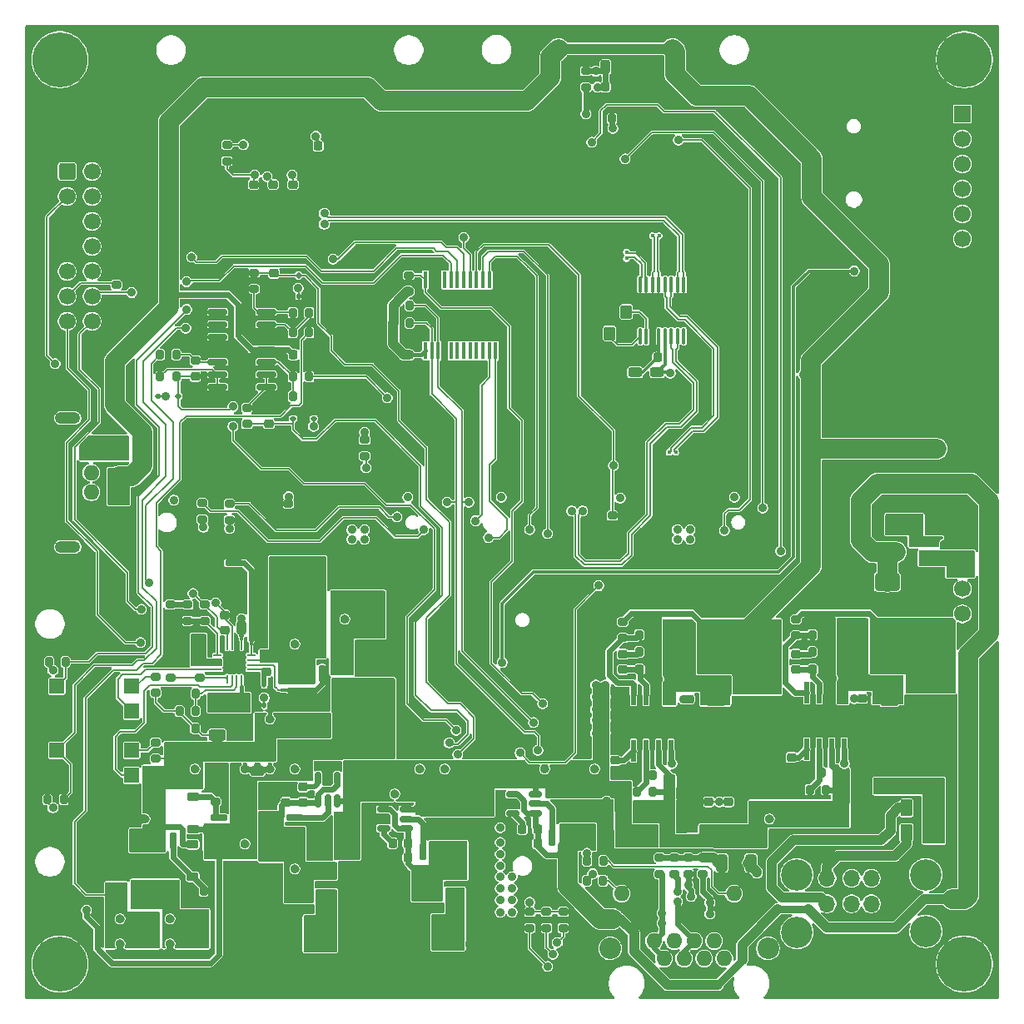
<source format=gbr>
%TF.GenerationSoftware,KiCad,Pcbnew,9.0.3*%
%TF.CreationDate,2025-10-22T18:56:13+03:00*%
%TF.ProjectId,ThingsGate-1,5468696e-6773-4476-9174-652d312e6b69,rev?*%
%TF.SameCoordinates,Original*%
%TF.FileFunction,Copper,L4,Bot*%
%TF.FilePolarity,Positive*%
%FSLAX46Y46*%
G04 Gerber Fmt 4.6, Leading zero omitted, Abs format (unit mm)*
G04 Created by KiCad (PCBNEW 9.0.3) date 2025-10-22 18:56:13*
%MOMM*%
%LPD*%
G01*
G04 APERTURE LIST*
G04 Aperture macros list*
%AMRoundRect*
0 Rectangle with rounded corners*
0 $1 Rounding radius*
0 $2 $3 $4 $5 $6 $7 $8 $9 X,Y pos of 4 corners*
0 Add a 4 corners polygon primitive as box body*
4,1,4,$2,$3,$4,$5,$6,$7,$8,$9,$2,$3,0*
0 Add four circle primitives for the rounded corners*
1,1,$1+$1,$2,$3*
1,1,$1+$1,$4,$5*
1,1,$1+$1,$6,$7*
1,1,$1+$1,$8,$9*
0 Add four rect primitives between the rounded corners*
20,1,$1+$1,$2,$3,$4,$5,0*
20,1,$1+$1,$4,$5,$6,$7,0*
20,1,$1+$1,$6,$7,$8,$9,0*
20,1,$1+$1,$8,$9,$2,$3,0*%
G04 Aperture macros list end*
%TA.AperFunction,SMDPad,CuDef*%
%ADD10R,2.500000X3.500000*%
%TD*%
%TA.AperFunction,ComponentPad*%
%ADD11R,1.700000X1.700000*%
%TD*%
%TA.AperFunction,ComponentPad*%
%ADD12C,1.700000*%
%TD*%
%TA.AperFunction,SMDPad,CuDef*%
%ADD13RoundRect,0.250000X0.325000X0.650000X-0.325000X0.650000X-0.325000X-0.650000X0.325000X-0.650000X0*%
%TD*%
%TA.AperFunction,SMDPad,CuDef*%
%ADD14RoundRect,0.243750X-0.456250X0.243750X-0.456250X-0.243750X0.456250X-0.243750X0.456250X0.243750X0*%
%TD*%
%TA.AperFunction,ComponentPad*%
%ADD15C,3.600000*%
%TD*%
%TA.AperFunction,ConnectorPad*%
%ADD16C,5.600000*%
%TD*%
%TA.AperFunction,ComponentPad*%
%ADD17O,1.700000X1.700000*%
%TD*%
%TA.AperFunction,ComponentPad*%
%ADD18O,3.200000X3.200000*%
%TD*%
%TA.AperFunction,ComponentPad*%
%ADD19RoundRect,0.250000X-0.600000X-0.600000X0.600000X-0.600000X0.600000X0.600000X-0.600000X0.600000X0*%
%TD*%
%TA.AperFunction,ComponentPad*%
%ADD20C,2.400000*%
%TD*%
%TA.AperFunction,ComponentPad*%
%ADD21O,1.600000X1.600000*%
%TD*%
%TA.AperFunction,ComponentPad*%
%ADD22O,2.600000X1.200000*%
%TD*%
%TA.AperFunction,ComponentPad*%
%ADD23O,2.200000X2.200000*%
%TD*%
%TA.AperFunction,SMDPad,CuDef*%
%ADD24RoundRect,0.225000X0.250000X-0.225000X0.250000X0.225000X-0.250000X0.225000X-0.250000X-0.225000X0*%
%TD*%
%TA.AperFunction,SMDPad,CuDef*%
%ADD25RoundRect,0.225000X0.225000X0.250000X-0.225000X0.250000X-0.225000X-0.250000X0.225000X-0.250000X0*%
%TD*%
%TA.AperFunction,SMDPad,CuDef*%
%ADD26RoundRect,0.062500X0.062500X-0.365000X0.062500X0.365000X-0.062500X0.365000X-0.062500X-0.365000X0*%
%TD*%
%TA.AperFunction,SMDPad,CuDef*%
%ADD27RoundRect,0.062500X0.365000X-0.062500X0.365000X0.062500X-0.365000X0.062500X-0.365000X-0.062500X0*%
%TD*%
%TA.AperFunction,HeatsinkPad*%
%ADD28C,0.600000*%
%TD*%
%TA.AperFunction,HeatsinkPad*%
%ADD29R,2.140000X2.140000*%
%TD*%
%TA.AperFunction,SMDPad,CuDef*%
%ADD30RoundRect,0.250000X0.550000X0.550000X-0.550000X0.550000X-0.550000X-0.550000X0.550000X-0.550000X0*%
%TD*%
%TA.AperFunction,SMDPad,CuDef*%
%ADD31RoundRect,0.200000X0.200000X0.275000X-0.200000X0.275000X-0.200000X-0.275000X0.200000X-0.275000X0*%
%TD*%
%TA.AperFunction,SMDPad,CuDef*%
%ADD32RoundRect,0.225000X-0.225000X-0.250000X0.225000X-0.250000X0.225000X0.250000X-0.225000X0.250000X0*%
%TD*%
%TA.AperFunction,SMDPad,CuDef*%
%ADD33RoundRect,0.250000X-0.475000X0.250000X-0.475000X-0.250000X0.475000X-0.250000X0.475000X0.250000X0*%
%TD*%
%TA.AperFunction,SMDPad,CuDef*%
%ADD34RoundRect,0.243750X0.456250X-0.243750X0.456250X0.243750X-0.456250X0.243750X-0.456250X-0.243750X0*%
%TD*%
%TA.AperFunction,SMDPad,CuDef*%
%ADD35RoundRect,0.250000X0.350000X-0.450000X0.350000X0.450000X-0.350000X0.450000X-0.350000X-0.450000X0*%
%TD*%
%TA.AperFunction,SMDPad,CuDef*%
%ADD36RoundRect,0.225000X-0.250000X0.225000X-0.250000X-0.225000X0.250000X-0.225000X0.250000X0.225000X0*%
%TD*%
%TA.AperFunction,SMDPad,CuDef*%
%ADD37RoundRect,0.250000X0.475000X-0.250000X0.475000X0.250000X-0.475000X0.250000X-0.475000X-0.250000X0*%
%TD*%
%TA.AperFunction,SMDPad,CuDef*%
%ADD38RoundRect,0.200000X0.275000X-0.200000X0.275000X0.200000X-0.275000X0.200000X-0.275000X-0.200000X0*%
%TD*%
%TA.AperFunction,SMDPad,CuDef*%
%ADD39R,0.450000X1.750000*%
%TD*%
%TA.AperFunction,SMDPad,CuDef*%
%ADD40RoundRect,0.200000X-0.275000X0.200000X-0.275000X-0.200000X0.275000X-0.200000X0.275000X0.200000X0*%
%TD*%
%TA.AperFunction,SMDPad,CuDef*%
%ADD41RoundRect,0.150000X-0.512500X-0.150000X0.512500X-0.150000X0.512500X0.150000X-0.512500X0.150000X0*%
%TD*%
%TA.AperFunction,SMDPad,CuDef*%
%ADD42RoundRect,0.250000X0.625000X-0.312500X0.625000X0.312500X-0.625000X0.312500X-0.625000X-0.312500X0*%
%TD*%
%TA.AperFunction,SMDPad,CuDef*%
%ADD43RoundRect,0.250000X0.250000X0.475000X-0.250000X0.475000X-0.250000X-0.475000X0.250000X-0.475000X0*%
%TD*%
%TA.AperFunction,SMDPad,CuDef*%
%ADD44RoundRect,0.200000X-0.200000X-0.275000X0.200000X-0.275000X0.200000X0.275000X-0.200000X0.275000X0*%
%TD*%
%TA.AperFunction,SMDPad,CuDef*%
%ADD45RoundRect,0.250000X-0.650000X1.000000X-0.650000X-1.000000X0.650000X-1.000000X0.650000X1.000000X0*%
%TD*%
%TA.AperFunction,SMDPad,CuDef*%
%ADD46RoundRect,0.243750X-0.243750X-0.456250X0.243750X-0.456250X0.243750X0.456250X-0.243750X0.456250X0*%
%TD*%
%TA.AperFunction,SMDPad,CuDef*%
%ADD47RoundRect,0.250000X-0.250000X-0.475000X0.250000X-0.475000X0.250000X0.475000X-0.250000X0.475000X0*%
%TD*%
%TA.AperFunction,SMDPad,CuDef*%
%ADD48RoundRect,0.150000X-0.725000X-0.150000X0.725000X-0.150000X0.725000X0.150000X-0.725000X0.150000X0*%
%TD*%
%TA.AperFunction,SMDPad,CuDef*%
%ADD49RoundRect,0.250000X0.625000X-0.375000X0.625000X0.375000X-0.625000X0.375000X-0.625000X-0.375000X0*%
%TD*%
%TA.AperFunction,SMDPad,CuDef*%
%ADD50RoundRect,0.243750X0.243750X0.456250X-0.243750X0.456250X-0.243750X-0.456250X0.243750X-0.456250X0*%
%TD*%
%TA.AperFunction,SMDPad,CuDef*%
%ADD51RoundRect,0.250000X-0.625000X0.312500X-0.625000X-0.312500X0.625000X-0.312500X0.625000X0.312500X0*%
%TD*%
%TA.AperFunction,SMDPad,CuDef*%
%ADD52RoundRect,0.193750X0.656250X-0.193750X0.656250X0.193750X-0.656250X0.193750X-0.656250X-0.193750X0*%
%TD*%
%TA.AperFunction,SMDPad,CuDef*%
%ADD53RoundRect,0.206250X0.643750X-0.206250X0.643750X0.206250X-0.643750X0.206250X-0.643750X-0.206250X0*%
%TD*%
%TA.AperFunction,SMDPad,CuDef*%
%ADD54RoundRect,0.112500X-0.187500X-0.112500X0.187500X-0.112500X0.187500X0.112500X-0.187500X0.112500X0*%
%TD*%
%TA.AperFunction,SMDPad,CuDef*%
%ADD55RoundRect,0.225000X-0.375000X0.225000X-0.375000X-0.225000X0.375000X-0.225000X0.375000X0.225000X0*%
%TD*%
%TA.AperFunction,SMDPad,CuDef*%
%ADD56R,0.500000X2.200000*%
%TD*%
%TA.AperFunction,SMDPad,CuDef*%
%ADD57RoundRect,0.025000X0.225000X-1.075000X0.225000X1.075000X-0.225000X1.075000X-0.225000X-1.075000X0*%
%TD*%
%TA.AperFunction,ComponentPad*%
%ADD58C,0.430000*%
%TD*%
%TA.AperFunction,SMDPad,CuDef*%
%ADD59R,4.900000X2.950000*%
%TD*%
%TA.AperFunction,SMDPad,CuDef*%
%ADD60RoundRect,0.150000X-0.150000X0.725000X-0.150000X-0.725000X0.150000X-0.725000X0.150000X0.725000X0*%
%TD*%
%TA.AperFunction,SMDPad,CuDef*%
%ADD61RoundRect,0.250000X0.375000X0.625000X-0.375000X0.625000X-0.375000X-0.625000X0.375000X-0.625000X0*%
%TD*%
%TA.AperFunction,SMDPad,CuDef*%
%ADD62RoundRect,0.112500X-0.112500X0.187500X-0.112500X-0.187500X0.112500X-0.187500X0.112500X0.187500X0*%
%TD*%
%TA.AperFunction,SMDPad,CuDef*%
%ADD63RoundRect,0.250000X-1.000000X-0.650000X1.000000X-0.650000X1.000000X0.650000X-1.000000X0.650000X0*%
%TD*%
%TA.AperFunction,SMDPad,CuDef*%
%ADD64RoundRect,0.100000X-0.100000X0.712500X-0.100000X-0.712500X0.100000X-0.712500X0.100000X0.712500X0*%
%TD*%
%TA.AperFunction,SMDPad,CuDef*%
%ADD65RoundRect,0.150000X0.150000X-0.725000X0.150000X0.725000X-0.150000X0.725000X-0.150000X-0.725000X0*%
%TD*%
%TA.AperFunction,SMDPad,CuDef*%
%ADD66RoundRect,0.112500X0.112500X-0.187500X0.112500X0.187500X-0.112500X0.187500X-0.112500X-0.187500X0*%
%TD*%
%TA.AperFunction,SMDPad,CuDef*%
%ADD67RoundRect,0.150000X-0.150000X0.512500X-0.150000X-0.512500X0.150000X-0.512500X0.150000X0.512500X0*%
%TD*%
%TA.AperFunction,SMDPad,CuDef*%
%ADD68RoundRect,0.112500X0.187500X0.112500X-0.187500X0.112500X-0.187500X-0.112500X0.187500X-0.112500X0*%
%TD*%
%TA.AperFunction,SMDPad,CuDef*%
%ADD69RoundRect,0.250000X-0.625000X0.375000X-0.625000X-0.375000X0.625000X-0.375000X0.625000X0.375000X0*%
%TD*%
%TA.AperFunction,SMDPad,CuDef*%
%ADD70RoundRect,0.150000X0.825000X0.150000X-0.825000X0.150000X-0.825000X-0.150000X0.825000X-0.150000X0*%
%TD*%
%TA.AperFunction,SMDPad,CuDef*%
%ADD71RoundRect,0.225000X0.375000X-0.225000X0.375000X0.225000X-0.375000X0.225000X-0.375000X-0.225000X0*%
%TD*%
%TA.AperFunction,SMDPad,CuDef*%
%ADD72RoundRect,0.250000X1.000000X0.650000X-1.000000X0.650000X-1.000000X-0.650000X1.000000X-0.650000X0*%
%TD*%
%TA.AperFunction,ViaPad*%
%ADD73C,0.900000*%
%TD*%
%TA.AperFunction,ViaPad*%
%ADD74C,0.450000*%
%TD*%
%TA.AperFunction,Conductor*%
%ADD75C,0.156500*%
%TD*%
%TA.AperFunction,Conductor*%
%ADD76C,0.600000*%
%TD*%
%TA.AperFunction,Conductor*%
%ADD77C,1.000000*%
%TD*%
%TA.AperFunction,Conductor*%
%ADD78C,0.500000*%
%TD*%
%TA.AperFunction,Conductor*%
%ADD79C,0.200000*%
%TD*%
%TA.AperFunction,Conductor*%
%ADD80C,0.300000*%
%TD*%
%TA.AperFunction,Conductor*%
%ADD81C,0.400000*%
%TD*%
%TA.AperFunction,Conductor*%
%ADD82C,2.000000*%
%TD*%
%TA.AperFunction,Conductor*%
%ADD83C,0.800000*%
%TD*%
%TA.AperFunction,Conductor*%
%ADD84C,0.158200*%
%TD*%
G04 APERTURE END LIST*
D10*
%TO.P,L1,2,2*%
%TO.N,3V3*%
X102455000Y-74750000D03*
%TO.P,L1,1,1*%
%TO.N,/Power Supply/3V3_PH*%
X96255000Y-74750000D03*
%TD*%
D11*
%TO.P,U3,1,VA1*%
%TO.N,/Power Supply/VA1*%
X107800000Y-21540000D03*
D12*
%TO.P,U3,2,VA2*%
%TO.N,/Power Supply/VA2*%
X107800000Y-24080000D03*
%TO.P,U3,3,VB1*%
%TO.N,/Power Supply/VB1*%
X107800000Y-26620000D03*
%TO.P,U3,4,VB2*%
%TO.N,/Power Supply/VB2*%
X107800000Y-29160000D03*
%TO.P,U3,5,NC*%
%TO.N,unconnected-(U3-NC-Pad5)*%
X107800000Y-31700000D03*
%TO.P,U3,6,NC*%
%TO.N,unconnected-(U3-NC-Pad6)*%
X107800000Y-34240000D03*
D11*
%TO.P,U3,7,-VDC*%
%TO.N,GND*%
X107800000Y-64750000D03*
D12*
%TO.P,U3,8,+VDC*%
%TO.N,/Power Supply/VDC_POE*%
X107800000Y-67290000D03*
%TO.P,U3,9,NC*%
%TO.N,unconnected-(U3-NC-Pad9)*%
X107800000Y-69830000D03*
%TO.P,U3,10,NC*%
%TO.N,unconnected-(U3-NC-Pad10)*%
X107800000Y-72370000D03*
%TD*%
D13*
%TO.P,C7,1*%
%TO.N,CHASSIS*%
X86275000Y-97700000D03*
%TO.P,C7,2*%
%TO.N,Net-(C7-Pad2)*%
X83325000Y-97700000D03*
%TD*%
D14*
%TO.P,C58,1*%
%TO.N,VSOL*%
X36100000Y-86462500D03*
%TO.P,C58,2*%
%TO.N,GND*%
X36100000Y-88337500D03*
%TD*%
D15*
%TO.P,H3,1,1*%
%TO.N,CHASSIS*%
X16000000Y-108000000D03*
D16*
X16000000Y-108000000D03*
%TD*%
D17*
%TO.P,J5,1,VBUS1*%
%TO.N,/Modules/USB_VB1*%
X94029850Y-99251000D03*
%TO.P,J5,2,D1-*%
%TO.N,/Modules/USB_P1-*%
X96529150Y-99251000D03*
%TO.P,J5,3,D1+*%
%TO.N,/Modules/USB_P1+*%
X98530750Y-99251000D03*
%TO.P,J5,4,GND1*%
%TO.N,GND*%
X101030050Y-99251000D03*
%TO.P,J5,5,VBUS2*%
%TO.N,/Modules/USB_VB2*%
X94029850Y-101852000D03*
%TO.P,J5,6,D2-*%
%TO.N,/Modules/USB_P2-*%
X96529150Y-101852000D03*
%TO.P,J5,7,D2+*%
%TO.N,/Modules/USB_P2+*%
X98530750Y-101852000D03*
%TO.P,J5,8,GND2*%
%TO.N,GND*%
X101030050Y-101852000D03*
D18*
%TO.P,J5,9,Shield*%
%TO.N,CHASSIS*%
X90979250Y-98900500D03*
X90979250Y-104750100D03*
X104080650Y-98900500D03*
X104080650Y-104651100D03*
%TD*%
D19*
%TO.P,J1,1,Pin_1*%
%TO.N,unconnected-(J1-Pin_1-Pad1)*%
X16747500Y-27380000D03*
D12*
%TO.P,J1,2,Pin_2*%
%TO.N,unconnected-(J1-Pin_2-Pad2)*%
X19287500Y-27380000D03*
%TO.P,J1,3,Pin_3*%
%TO.N,3V3_SOM*%
X16747500Y-29920000D03*
%TO.P,J1,4,Pin_4*%
%TO.N,/Modules/SOM_JTMS*%
X19287500Y-29920000D03*
%TO.P,J1,5,Pin_5*%
%TO.N,GND*%
X16747500Y-32460000D03*
%TO.P,J1,6,Pin_6*%
%TO.N,/Modules/SOM_JTCK*%
X19287500Y-32460000D03*
%TO.P,J1,7,Pin_7*%
%TO.N,GND*%
X16747500Y-35000000D03*
%TO.P,J1,8,Pin_8*%
%TO.N,/Modules/SOM_JTDO*%
X19287500Y-35000000D03*
%TO.P,J1,9,Pin_9*%
%TO.N,unconnected-(J1-Pin_9-Pad9)*%
X16747500Y-37540000D03*
%TO.P,J1,10,Pin_10*%
%TO.N,/Modules/SOM_JTDI*%
X19287500Y-37540000D03*
%TO.P,J1,11,Pin_11*%
%TO.N,/Modules/GND_DET*%
X16747500Y-40080000D03*
%TO.P,J1,12,Pin_12*%
%TO.N,/Modules/SOM_NRST*%
X19287500Y-40080000D03*
%TO.P,J1,13,Pin_13*%
%TO.N,/Modules/UART4_RX*%
X16747500Y-42620000D03*
%TO.P,J1,14,Pin_14*%
%TO.N,/Modules/UART4_TX*%
X19287500Y-42620000D03*
%TD*%
D15*
%TO.P,H1,1,1*%
%TO.N,CHASSIS*%
X16000000Y-16000000D03*
D16*
X16000000Y-16000000D03*
%TD*%
D20*
%TO.P,J4,1*%
%TO.N,/Power Supply/VSOL_SENSE*%
X24500000Y-105000000D03*
%TO.P,J4,2*%
%TO.N,/Power Supply/VSOL_CONN*%
X29500000Y-105000000D03*
%TD*%
D21*
%TO.P,J7,1,VBUS*%
%TO.N,/Modules/USB_OTG_VB1*%
X19200000Y-55500100D03*
%TO.P,J7,2,D-*%
%TO.N,/Modules/USB2_OTG-*%
X19200000Y-58000000D03*
%TO.P,J7,3,D+*%
%TO.N,/Modules/USB2_OTG+*%
X19200000Y-60000000D03*
%TO.P,J7,4,GND*%
%TO.N,GND*%
X19200000Y-62500100D03*
D22*
%TO.P,J7,5,Shield*%
%TO.N,CHASSIS*%
X16800000Y-52450100D03*
X16800000Y-65549900D03*
%TD*%
D20*
%TO.P,J6,1*%
%TO.N,GND*%
X50500000Y-105000000D03*
%TO.P,J6,2*%
%TO.N,/Power Supply/12VPSU_CONN*%
X55500000Y-105000000D03*
%TD*%
%TO.P,J3,1*%
%TO.N,GND*%
X37500000Y-105000000D03*
%TO.P,J3,2*%
%TO.N,/Power Supply/12VBAT_CONN*%
X42500000Y-105000000D03*
%TD*%
D15*
%TO.P,H4,1,1*%
%TO.N,CHASSIS*%
X108000000Y-108000000D03*
D16*
X108000000Y-108000000D03*
%TD*%
D15*
%TO.P,H2,1,1*%
%TO.N,CHASSIS*%
X108000000Y-16000000D03*
D16*
X108000000Y-16000000D03*
%TD*%
D21*
%TO.P,U11,1,TX+*%
%TO.N,/Power Supply/TX+*%
X83570000Y-107420000D03*
%TO.P,U11,2,TX-*%
%TO.N,/Power Supply/TX-*%
X82549900Y-105639900D03*
%TO.P,U11,3,RX+*%
%TO.N,/Power Supply/RX+*%
X81530100Y-107420000D03*
%TO.P,U11,4,4*%
%TO.N,/Power Supply/VB1*%
X80510100Y-105639900D03*
%TO.P,U11,5,5*%
X79490000Y-107420000D03*
%TO.P,U11,6,RX-*%
%TO.N,/Power Supply/RX-*%
X78469900Y-105639900D03*
%TO.P,U11,7,7*%
%TO.N,/Power Supply/VB2*%
X77450100Y-107420000D03*
%TO.P,U11,8,8*%
X76430100Y-105639900D03*
%TO.P,U11,9,+*%
%TO.N,/Power Supply/ETH_LED_2*%
X73140000Y-100820000D03*
%TO.P,U11,10,-*%
%TO.N,GND*%
X75430100Y-100820000D03*
%TO.P,U11,11,+*%
%TO.N,/Power Supply/ETH_LED_1*%
X84570000Y-100820000D03*
%TO.P,U11,12,-*%
%TO.N,GND*%
X86860100Y-100820000D03*
D23*
%TO.P,U11,13,SHIELD*%
%TO.N,CHASSIS*%
X71975100Y-106399900D03*
X88024900Y-106399900D03*
%TD*%
D24*
%TO.P,C2,1*%
%TO.N,12VBAT*%
X40750000Y-91525000D03*
%TO.P,C2,2*%
%TO.N,/Power Supply/VCAP_1*%
X40750000Y-89975000D03*
%TD*%
D25*
%TO.P,C3,1*%
%TO.N,12VPSU*%
X51401560Y-97183397D03*
%TO.P,C3,2*%
%TO.N,GND*%
X49851560Y-97183397D03*
%TD*%
D26*
%TO.P,U5,1,VCC*%
%TO.N,/Power Harvester/VCC_HARV*%
X34500000Y-79000000D03*
%TO.P,U5,2,MPPSET*%
%TO.N,/Power Harvester/MPPSET*%
X34000000Y-79000000D03*
%TO.P,U5,3,STAT1*%
%TO.N,/Power Harvester/STAT1*%
X33500000Y-79000000D03*
%TO.P,U5,4,TS*%
%TO.N,/Power Harvester/TS*%
X33000000Y-79000000D03*
D27*
%TO.P,U5,5,STAT2*%
%TO.N,/Power Harvester/STAT2*%
X32052500Y-78052500D03*
%TO.P,U5,6,VREF*%
%TO.N,/Power Harvester/VREF_HARV*%
X32052500Y-77552500D03*
%TO.P,U5,7,TERM_EN*%
X32052500Y-77052500D03*
%TO.P,U5,8,VFB*%
%TO.N,/Power Harvester/VFB*%
X32052500Y-76552500D03*
D26*
%TO.P,U5,9,SRN*%
%TO.N,12VBAT_HARV*%
X33000000Y-75605000D03*
%TO.P,U5,10,SRP*%
%TO.N,/Power Harvester/SRP*%
X33500000Y-75605000D03*
%TO.P,U5,11,GND*%
%TO.N,GND*%
X34000000Y-75605000D03*
%TO.P,U5,12,REGN*%
%TO.N,/Power Harvester/REGN*%
X34500000Y-75605000D03*
D27*
%TO.P,U5,13,LODRV*%
%TO.N,/Power Harvester/LODRV*%
X35447500Y-76552500D03*
%TO.P,U5,14,PH*%
%TO.N,/Power Harvester/D_HARV*%
X35447500Y-77052500D03*
%TO.P,U5,15,HIDRV*%
%TO.N,/Power Harvester/HIDRV*%
X35447500Y-77552500D03*
%TO.P,U5,16,BTST*%
%TO.N,/Power Harvester/BTST*%
X35447500Y-78052500D03*
D28*
%TO.P,U5,17,GND*%
%TO.N,GND*%
X33250000Y-77802500D03*
X34250000Y-77802500D03*
D29*
X33750000Y-77302500D03*
D28*
X33250000Y-76802500D03*
X34250000Y-76802500D03*
%TD*%
D30*
%TO.P,U18,1*%
%TO.N,Net-(R56-Pad2)*%
X23310000Y-79730000D03*
%TO.P,U18,2*%
%TO.N,/Power Harvester/STAT2*%
X23310000Y-82270000D03*
%TO.P,U18,3*%
%TO.N,GND*%
X15690000Y-82270000D03*
%TO.P,U18,4*%
%TO.N,HARV_STAT2*%
X15690000Y-79730000D03*
%TD*%
D31*
%TO.P,R23,1*%
%TO.N,/Power Harvester/MPPSET*%
X29825000Y-82250000D03*
%TO.P,R23,2*%
%TO.N,VSOL*%
X28175000Y-82250000D03*
%TD*%
D24*
%TO.P,C21,1*%
%TO.N,/Power Supply/3V3_SS*%
X90400000Y-86975000D03*
%TO.P,C21,2*%
%TO.N,GND*%
X90400000Y-85425000D03*
%TD*%
D32*
%TO.P,C54,1*%
%TO.N,GND*%
X40725000Y-24750000D03*
%TO.P,C54,2*%
%TO.N,/Modules/USIM_VDD*%
X42275000Y-24750000D03*
%TD*%
D25*
%TO.P,C49,1*%
%TO.N,/Modules/HUB_VDD33*%
X76800000Y-46300000D03*
%TO.P,C49,2*%
%TO.N,GND*%
X75250000Y-46300000D03*
%TD*%
D33*
%TO.P,C15,1*%
%TO.N,3V3*%
X105605000Y-79550000D03*
%TO.P,C15,2*%
%TO.N,GND*%
X105605000Y-81450000D03*
%TD*%
D32*
%TO.P,C20,1*%
%TO.N,VBUS*%
X95580000Y-88900000D03*
%TO.P,C20,2*%
%TO.N,GND*%
X97130000Y-88900000D03*
%TD*%
D34*
%TO.P,C31,1*%
%TO.N,12VBAT_HARV*%
X47000000Y-79750000D03*
%TO.P,C31,2*%
%TO.N,GND*%
X47000000Y-77875000D03*
%TD*%
D35*
%TO.P,Y1,1,1*%
%TO.N,/Modules/HUB_XI*%
X71900000Y-43850000D03*
%TO.P,Y1,2,2*%
%TO.N,GND*%
X71900000Y-41650000D03*
%TO.P,Y1,3,3*%
%TO.N,/Modules/HUB_XO*%
X73600000Y-41650000D03*
%TO.P,Y1,4,4*%
%TO.N,GND*%
X73600000Y-43850000D03*
%TD*%
D36*
%TO.P,C57,1*%
%TO.N,/Modules/USIM_DATA*%
X35710000Y-28705000D03*
%TO.P,C57,2*%
%TO.N,GND*%
X35710000Y-30255000D03*
%TD*%
D37*
%TO.P,C48,1*%
%TO.N,5V*%
X102349999Y-89924283D03*
%TO.P,C48,2*%
%TO.N,GND*%
X102349999Y-88024283D03*
%TD*%
D38*
%TO.P,R45,1*%
%TO.N,GND*%
X21750000Y-40575000D03*
%TO.P,R45,2*%
%TO.N,/Modules/GND_DET*%
X21750000Y-38925000D03*
%TD*%
D39*
%TO.P,U6,1,~{INT}*%
%TO.N,/Modules/IO_EXP_~{INT}*%
X53175000Y-38400000D03*
%TO.P,U6,2,A1*%
%TO.N,GND*%
X53825000Y-38400000D03*
%TO.P,U6,3,A2*%
X54475000Y-38400000D03*
%TO.P,U6,4,P00*%
%TO.N,unconnected-(U6-P00-Pad4)*%
X55125000Y-38400000D03*
%TO.P,U6,5,P01*%
%TO.N,HARV_STAT2*%
X55775000Y-38400000D03*
%TO.P,U6,6,P02*%
%TO.N,HARV_STAT1*%
X56425000Y-38400000D03*
%TO.P,U6,7,P03*%
%TO.N,/Modules/LTE_RST*%
X57075000Y-38400000D03*
%TO.P,U6,8,P04*%
%TO.N,/Modules/SD_DET*%
X57725000Y-38400000D03*
%TO.P,U6,9,P05*%
%TO.N,/Modules/LW_RST*%
X58375000Y-38400000D03*
%TO.P,U6,10,P06*%
%TO.N,/Modules/MCU_NRST*%
X59025000Y-38400000D03*
%TO.P,U6,11,P07*%
%TO.N,/Modules/SX1261_NRST*%
X59675000Y-38400000D03*
%TO.P,U6,12,GND*%
%TO.N,GND*%
X60325000Y-38400000D03*
%TO.P,U6,13,P10*%
%TO.N,/Modules/SX1261_NRST_LTE*%
X60325000Y-45600000D03*
%TO.P,U6,14,P11*%
%TO.N,/Modules/MCU_NRST_LTE*%
X59675000Y-45600000D03*
%TO.P,U6,15,P12*%
%TO.N,unconnected-(U6-P12-Pad15)*%
X59025000Y-45600000D03*
%TO.P,U6,16,P13*%
%TO.N,unconnected-(U6-P13-Pad16)*%
X58375000Y-45600000D03*
%TO.P,U6,17,P14*%
%TO.N,unconnected-(U6-P14-Pad17)*%
X57725000Y-45600000D03*
%TO.P,U6,18,P15*%
%TO.N,unconnected-(U6-P15-Pad18)*%
X57075000Y-45600000D03*
%TO.P,U6,19,P16*%
%TO.N,unconnected-(U6-P16-Pad19)*%
X56425000Y-45600000D03*
%TO.P,U6,20,P17*%
%TO.N,unconnected-(U6-P17-Pad20)*%
X55775000Y-45600000D03*
%TO.P,U6,21,A0*%
%TO.N,GND*%
X55125000Y-45600000D03*
%TO.P,U6,22,SCL*%
%TO.N,/Modules/I2C1_SCL*%
X54475000Y-45600000D03*
%TO.P,U6,23,SDA*%
%TO.N,/Modules/I2C1_SDA*%
X53825000Y-45600000D03*
%TO.P,U6,24,VCC*%
%TO.N,3V3*%
X53175000Y-45600000D03*
%TD*%
D36*
%TO.P,C44,1*%
%TO.N,/Power Supply/CT_ETH_PHY*%
X84000000Y-91475000D03*
%TO.P,C44,2*%
%TO.N,GND*%
X84000000Y-93025000D03*
%TD*%
D38*
%TO.P,R56,1*%
%TO.N,VSOL*%
X25750000Y-80400000D03*
%TO.P,R56,2*%
%TO.N,Net-(R56-Pad2)*%
X25750000Y-78750000D03*
%TD*%
D30*
%TO.P,U17,1*%
%TO.N,Net-(R55-Pad2)*%
X23310000Y-86250000D03*
%TO.P,U17,2*%
%TO.N,/Power Harvester/STAT1*%
X23310000Y-88790000D03*
%TO.P,U17,3*%
%TO.N,GND*%
X15690000Y-88790000D03*
%TO.P,U17,4*%
%TO.N,HARV_STAT1*%
X15690000Y-86250000D03*
%TD*%
D36*
%TO.P,C55,1*%
%TO.N,/Modules/USIM_RST*%
X39710000Y-28705000D03*
%TO.P,C55,2*%
%TO.N,GND*%
X39710000Y-30255000D03*
%TD*%
D40*
%TO.P,R42,1*%
%TO.N,3V3*%
X67200000Y-102675000D03*
%TO.P,R42,2*%
%TO.N,/Modules/BOOT2*%
X67200000Y-104325000D03*
%TD*%
D41*
%TO.P,U12,1,VCAP*%
%TO.N,/Power Supply/VCAP_2*%
X48922774Y-94170419D03*
%TO.P,U12,2,GND*%
%TO.N,GND*%
X48922774Y-93220419D03*
%TO.P,U12,3,EN*%
%TO.N,12VPSU*%
X48922774Y-92270419D03*
%TO.P,U12,4,CATHODE*%
%TO.N,VBUS_FUSE*%
X51197774Y-92270419D03*
%TO.P,U12,5,GATE*%
%TO.N,/Power Supply/OR2G*%
X51197774Y-93220419D03*
%TO.P,U12,6,ANODE*%
%TO.N,12VPSU*%
X51197774Y-94170419D03*
%TD*%
D40*
%TO.P,R47,1*%
%TO.N,/Modules/IO_EXP_~{INT}*%
X51500000Y-37925000D03*
%TO.P,R47,2*%
%TO.N,3V3*%
X51500000Y-39575000D03*
%TD*%
D32*
%TO.P,C38,1*%
%TO.N,GND*%
X28225000Y-84000000D03*
%TO.P,C38,2*%
%TO.N,VSOL*%
X29775000Y-84000000D03*
%TD*%
D42*
%TO.P,R31,1*%
%TO.N,/Power Supply/VSOL_SENSE*%
X21766660Y-100950709D03*
%TO.P,R31,2*%
%TO.N,GND*%
X21766660Y-98025709D03*
%TD*%
D43*
%TO.P,C11,1*%
%TO.N,VBUS_FUSE*%
X73450000Y-92490000D03*
%TO.P,C11,2*%
%TO.N,GND*%
X71550000Y-92490000D03*
%TD*%
D14*
%TO.P,C33,1*%
%TO.N,/Power Harvester/VCC_HARV*%
X34500000Y-81812500D03*
%TO.P,C33,2*%
%TO.N,GND*%
X34500000Y-83687500D03*
%TD*%
D40*
%TO.P,R41,1*%
%TO.N,3V3*%
X65500000Y-102675000D03*
%TO.P,R41,2*%
%TO.N,/Modules/BOOT1*%
X65500000Y-104325000D03*
%TD*%
D44*
%TO.P,R7,1*%
%TO.N,ETH_LED2*%
X69600000Y-99500000D03*
%TO.P,R7,2*%
%TO.N,/Power Supply/ETH_LED_2*%
X71250000Y-99500000D03*
%TD*%
%TO.P,R57,1*%
%TO.N,3V3*%
X14925000Y-77250000D03*
%TO.P,R57,2*%
%TO.N,HARV_STAT2*%
X16575000Y-77250000D03*
%TD*%
D31*
%TO.P,R51,1*%
%TO.N,GND*%
X73825000Y-22000000D03*
%TO.P,R51,2*%
%TO.N,/Modules/SD_DET*%
X72175000Y-22000000D03*
%TD*%
D45*
%TO.P,D2,1,K*%
%TO.N,/Power Supply/3V3_PH*%
X100355000Y-80500000D03*
%TO.P,D2,2,A*%
%TO.N,GND*%
X100355000Y-84500000D03*
%TD*%
D32*
%TO.P,C39,1*%
%TO.N,5V*%
X39750000Y-46000000D03*
%TO.P,C39,2*%
%TO.N,GND*%
X41300000Y-46000000D03*
%TD*%
D46*
%TO.P,C53,1*%
%TO.N,3V3*%
X71500000Y-16750000D03*
%TO.P,C53,2*%
%TO.N,GND*%
X73375000Y-16750000D03*
%TD*%
D24*
%TO.P,C40,1*%
%TO.N,GND*%
X37775000Y-39275000D03*
%TO.P,C40,2*%
%TO.N,CS_AMP_LP*%
X37775000Y-37725000D03*
%TD*%
D47*
%TO.P,C23,1*%
%TO.N,VBUS*%
X78050000Y-91390000D03*
%TO.P,C23,2*%
%TO.N,GND*%
X79950000Y-91390000D03*
%TD*%
D36*
%TO.P,C25,1*%
%TO.N,/Power Supply/5V_PH*%
X80000000Y-79475000D03*
%TO.P,C25,2*%
%TO.N,/Power Supply/5V_BOOT*%
X80000000Y-81025000D03*
%TD*%
D48*
%TO.P,Q2,1,S*%
%TO.N,12VBAT*%
X39925000Y-96905000D03*
%TO.P,Q2,2,S*%
X39925000Y-95635000D03*
%TO.P,Q2,3,S*%
X39925000Y-94365000D03*
%TO.P,Q2,4,G*%
%TO.N,/Power Supply/OR1G*%
X39925000Y-93095000D03*
%TO.P,Q2,5,D*%
%TO.N,VBUS_FUSE*%
X45075000Y-93095000D03*
%TO.P,Q2,6,D*%
X45075000Y-94365000D03*
%TO.P,Q2,7,D*%
X45075000Y-95635000D03*
%TO.P,Q2,8,D*%
X45075000Y-96905000D03*
%TD*%
D47*
%TO.P,C18,1*%
%TO.N,VBUS*%
X95655000Y-93150000D03*
%TO.P,C18,2*%
%TO.N,GND*%
X97555000Y-93150000D03*
%TD*%
D38*
%TO.P,R4,1*%
%TO.N,/Power Supply/VB1*%
X78500000Y-98825000D03*
%TO.P,R4,2*%
%TO.N,Net-(C7-Pad2)*%
X78500000Y-97175000D03*
%TD*%
D49*
%TO.P,F7,1*%
%TO.N,5V*%
X22000000Y-58400000D03*
%TO.P,F7,2*%
%TO.N,/Modules/USB_OTG_VB1*%
X22000000Y-55600000D03*
%TD*%
D45*
%TO.P,D1,1,K*%
%TO.N,/Power Supply/5V_PH*%
X82750000Y-80500000D03*
%TO.P,D1,2,A*%
%TO.N,GND*%
X82750000Y-84500000D03*
%TD*%
D48*
%TO.P,Q1,1,S*%
%TO.N,12VBAT_HARV*%
X32175000Y-96905000D03*
%TO.P,Q1,2,S*%
X32175000Y-95635000D03*
%TO.P,Q1,3,S*%
X32175000Y-94365000D03*
%TO.P,Q1,4,G*%
%TO.N,/Power Supply/VBAT_G*%
X32175000Y-93095000D03*
%TO.P,Q1,5,D*%
%TO.N,12VBAT*%
X37325000Y-93095000D03*
%TO.P,Q1,6,D*%
X37325000Y-94365000D03*
%TO.P,Q1,7,D*%
X37325000Y-95635000D03*
%TO.P,Q1,8,D*%
X37325000Y-96905000D03*
%TD*%
D32*
%TO.P,C52,1*%
%TO.N,3V3*%
X71475000Y-18750000D03*
%TO.P,C52,2*%
%TO.N,GND*%
X73025000Y-18750000D03*
%TD*%
D38*
%TO.P,R50,1*%
%TO.N,/Modules/SD_CS*%
X69500000Y-18825000D03*
%TO.P,R50,2*%
%TO.N,3V3*%
X69500000Y-17175000D03*
%TD*%
D44*
%TO.P,R8,1*%
%TO.N,ETH_LED1*%
X69625000Y-97500000D03*
%TO.P,R8,2*%
%TO.N,/Power Supply/ETH_LED_1*%
X71275000Y-97500000D03*
%TD*%
D38*
%TO.P,R55,1*%
%TO.N,VSOL*%
X25750000Y-87095000D03*
%TO.P,R55,2*%
%TO.N,Net-(R55-Pad2)*%
X25750000Y-85445000D03*
%TD*%
D32*
%TO.P,C24,1*%
%TO.N,VBUS*%
X77975000Y-89400000D03*
%TO.P,C24,2*%
%TO.N,GND*%
X79525000Y-89400000D03*
%TD*%
D50*
%TO.P,C37,1*%
%TO.N,/Power Harvester/VREF_HARV*%
X30187500Y-75250000D03*
%TO.P,C37,2*%
%TO.N,GND*%
X28312500Y-75250000D03*
%TD*%
%TO.P,C35,1*%
%TO.N,GND*%
X36375000Y-73750000D03*
%TO.P,C35,2*%
%TO.N,/Power Harvester/REGN*%
X34500000Y-73750000D03*
%TD*%
D51*
%TO.P,R19,1*%
%TO.N,/Power Harvester/VCC_HARV*%
X32000000Y-81787500D03*
%TO.P,R19,2*%
%TO.N,VSOL*%
X32000000Y-84712500D03*
%TD*%
D44*
%TO.P,R36,1*%
%TO.N,/Power Supply/BUS_VSENSE*%
X39700000Y-48250000D03*
%TO.P,R36,2*%
%TO.N,VBUS*%
X41350000Y-48250000D03*
%TD*%
D52*
%TO.P,L4,1,1*%
%TO.N,/Power Supply/VDC_POE*%
X104550000Y-66787500D03*
D53*
%TO.P,L4,2,2*%
%TO.N,Net-(C8-Pad1)*%
X104550000Y-64987500D03*
%TD*%
D31*
%TO.P,R38,1*%
%TO.N,/Power Supply/BAT_VSENSE*%
X27850000Y-46000000D03*
%TO.P,R38,2*%
%TO.N,12VBAT_HARV*%
X26200000Y-46000000D03*
%TD*%
D38*
%TO.P,R3,1*%
%TO.N,/Power Supply/VA2*%
X79900000Y-98825000D03*
%TO.P,R3,2*%
%TO.N,Net-(C7-Pad2)*%
X79900000Y-97175000D03*
%TD*%
D40*
%TO.P,R26,1*%
%TO.N,GND*%
X27250000Y-77175000D03*
%TO.P,R26,2*%
%TO.N,/Power Harvester/TS*%
X27250000Y-78825000D03*
%TD*%
D42*
%TO.P,R20,1*%
%TO.N,12VBAT_HARV*%
X44750000Y-80712500D03*
%TO.P,R20,2*%
%TO.N,/Power Harvester/SRP*%
X44750000Y-77787500D03*
%TD*%
D31*
%TO.P,R34,1*%
%TO.N,/Power Supply/S_AMP_P*%
X41350000Y-41750000D03*
%TO.P,R34,2*%
%TO.N,/Power Supply/S_AMP_OUT*%
X39700000Y-41750000D03*
%TD*%
D36*
%TO.P,C13,1*%
%TO.N,/Power Supply/3V3_PH*%
X97605000Y-79425000D03*
%TO.P,C13,2*%
%TO.N,/Power Supply/3V3_BOOT*%
X97605000Y-80975000D03*
%TD*%
D33*
%TO.P,C14,1*%
%TO.N,3V3*%
X103345000Y-79550000D03*
%TO.P,C14,2*%
%TO.N,GND*%
X103345000Y-81450000D03*
%TD*%
D54*
%TO.P,D11,1,K*%
%TO.N,3V3*%
X25975000Y-50250000D03*
%TO.P,D11,2,A*%
%TO.N,BAT_VSENSE_LP*%
X28075000Y-50250000D03*
%TD*%
D34*
%TO.P,C50,1*%
%TO.N,GND*%
X76750000Y-49687500D03*
%TO.P,C50,2*%
%TO.N,5V*%
X76750000Y-47812500D03*
%TD*%
D24*
%TO.P,C27,1*%
%TO.N,/Power Supply/5V_C*%
X73250000Y-78025000D03*
%TO.P,C27,2*%
%TO.N,Net-(C27-Pad2)*%
X73250000Y-76475000D03*
%TD*%
D38*
%TO.P,R29,1*%
%TO.N,GND*%
X27250000Y-73075000D03*
%TO.P,R29,2*%
%TO.N,Net-(R28-Pad1)*%
X27250000Y-71425000D03*
%TD*%
D55*
%TO.P,D4,1,K*%
%TO.N,VSOL*%
X29500000Y-95796744D03*
%TO.P,D4,2,A*%
%TO.N,/Power Supply/VSOL_G*%
X29500000Y-99096744D03*
%TD*%
D25*
%TO.P,C5,1*%
%TO.N,12VPOE*%
X64581543Y-95750000D03*
%TO.P,C5,2*%
%TO.N,GND*%
X63031543Y-95750000D03*
%TD*%
%TO.P,C4,1*%
%TO.N,12VPSU*%
X51401560Y-95720419D03*
%TO.P,C4,2*%
%TO.N,/Power Supply/VCAP_2*%
X49851560Y-95720419D03*
%TD*%
D44*
%TO.P,R58,1*%
%TO.N,3V3*%
X14750000Y-91250000D03*
%TO.P,R58,2*%
%TO.N,HARV_STAT1*%
X16400000Y-91250000D03*
%TD*%
D40*
%TO.P,R35,1*%
%TO.N,/Power Supply/BUS_VSENSE_N*%
X35025000Y-51425000D03*
%TO.P,R35,2*%
%TO.N,BUS_VSENSE_LP*%
X35025000Y-53075000D03*
%TD*%
D56*
%TO.P,U9,1,BOOT*%
%TO.N,/Power Supply/3V3_BOOT*%
X95760000Y-86125000D03*
%TO.P,U9,2,VIN*%
%TO.N,VBUS*%
X94490000Y-86125000D03*
%TO.P,U9,3,EN*%
%TO.N,/Power Supply/3V3_EN*%
X93220000Y-86125000D03*
%TO.P,U9,4,SS*%
%TO.N,/Power Supply/3V3_SS*%
X91950000Y-86125000D03*
D57*
%TO.P,U9,5,VSENSE*%
%TO.N,/Power Supply/3V3_VS*%
X91950000Y-80375000D03*
%TO.P,U9,6,COMP*%
%TO.N,/Power Supply/3V3_C*%
X93220000Y-80375000D03*
%TO.P,U9,7,GND*%
%TO.N,GND*%
X94490000Y-80375000D03*
%TO.P,U9,8,PH*%
%TO.N,/Power Supply/3V3_PH*%
X95760000Y-80375000D03*
D58*
%TO.P,U9,9,EP*%
%TO.N,GND*%
X92555000Y-83900000D03*
X93855000Y-83900000D03*
X95155000Y-83900000D03*
D59*
X93855000Y-83250000D03*
D58*
X92555000Y-82600000D03*
X93855000Y-82600000D03*
X95155000Y-82600000D03*
%TD*%
D60*
%TO.P,Q3,1,S*%
%TO.N,VSOL*%
X23720106Y-95425000D03*
%TO.P,Q3,2,S*%
X24990106Y-95425000D03*
%TO.P,Q3,3,S*%
X26260106Y-95425000D03*
%TO.P,Q3,4,G*%
%TO.N,/Power Supply/VSOL_G*%
X27530106Y-95425000D03*
%TO.P,Q3,5,D*%
%TO.N,/Power Supply/VSOL_CONN*%
X27530106Y-100575000D03*
%TO.P,Q3,6,D*%
X26260106Y-100575000D03*
%TO.P,Q3,7,D*%
X24990106Y-100575000D03*
%TO.P,Q3,8,D*%
X23720106Y-100575000D03*
%TD*%
D44*
%TO.P,R11,1*%
%TO.N,Net-(C16-Pad2)*%
X92530000Y-76250000D03*
%TO.P,R11,2*%
%TO.N,GND*%
X94180000Y-76250000D03*
%TD*%
D38*
%TO.P,R52,1*%
%TO.N,/Modules/USIM_DATA*%
X33000000Y-26325000D03*
%TO.P,R52,2*%
%TO.N,/Modules/USIM_VDD*%
X33000000Y-24675000D03*
%TD*%
D61*
%TO.P,F6,1*%
%TO.N,5V*%
X104900000Y-92100000D03*
%TO.P,F6,2*%
%TO.N,/Modules/USB_VB2*%
X102100000Y-92100000D03*
%TD*%
D62*
%TO.P,D8,1,K*%
%TO.N,/Power Harvester/BTST*%
X36791015Y-79553788D03*
%TO.P,D8,2,A*%
%TO.N,/Power Harvester/REGN*%
X36791015Y-81653788D03*
%TD*%
D40*
%TO.P,R17,1*%
%TO.N,5V*%
X73250000Y-73175000D03*
%TO.P,R17,2*%
%TO.N,/Power Supply/5V_VS*%
X73250000Y-74825000D03*
%TD*%
D56*
%TO.P,U10,1,BOOT*%
%TO.N,/Power Supply/5V_BOOT*%
X78155000Y-86275000D03*
%TO.P,U10,2,VIN*%
%TO.N,VBUS*%
X76885000Y-86275000D03*
%TO.P,U10,3,EN*%
%TO.N,/Power Supply/5V_EN*%
X75615000Y-86275000D03*
%TO.P,U10,4,SS*%
%TO.N,/Power Supply/5V_SS*%
X74345000Y-86275000D03*
D57*
%TO.P,U10,5,VSENSE*%
%TO.N,/Power Supply/5V_VS*%
X74345000Y-80525000D03*
%TO.P,U10,6,COMP*%
%TO.N,/Power Supply/5V_C*%
X75615000Y-80525000D03*
%TO.P,U10,7,GND*%
%TO.N,GND*%
X76885000Y-80525000D03*
%TO.P,U10,8,PH*%
%TO.N,/Power Supply/5V_PH*%
X78155000Y-80525000D03*
D58*
%TO.P,U10,9,EP*%
%TO.N,GND*%
X74950000Y-84050000D03*
X76250000Y-84050000D03*
X77550000Y-84050000D03*
D59*
X76250000Y-83400000D03*
D58*
X74950000Y-82750000D03*
X76250000Y-82750000D03*
X77550000Y-82750000D03*
%TD*%
D47*
%TO.P,C19,1*%
%TO.N,VBUS*%
X95655000Y-90900000D03*
%TO.P,C19,2*%
%TO.N,GND*%
X97555000Y-90900000D03*
%TD*%
D37*
%TO.P,C47,1*%
%TO.N,5V*%
X104609999Y-89924283D03*
%TO.P,C47,2*%
%TO.N,GND*%
X104609999Y-88024283D03*
%TD*%
D40*
%TO.P,R9,1*%
%TO.N,3V3*%
X90855000Y-72925000D03*
%TO.P,R9,2*%
%TO.N,/Power Supply/3V3_VS*%
X90855000Y-74575000D03*
%TD*%
D31*
%TO.P,R1,1*%
%TO.N,/Power Supply/VSOL_G*%
X30622456Y-100543549D03*
%TO.P,R1,2*%
%TO.N,GND*%
X28972456Y-100543549D03*
%TD*%
D44*
%TO.P,R18,1*%
%TO.N,/Power Supply/5V_VS*%
X74925000Y-74500000D03*
%TO.P,R18,2*%
%TO.N,GND*%
X76575000Y-74500000D03*
%TD*%
D46*
%TO.P,C8,1*%
%TO.N,Net-(C8-Pad1)*%
X103112500Y-63400000D03*
%TO.P,C8,2*%
%TO.N,GND*%
X104987500Y-63400000D03*
%TD*%
D31*
%TO.P,R37,1*%
%TO.N,GND*%
X41350000Y-50250000D03*
%TO.P,R37,2*%
%TO.N,/Power Supply/BUS_VSENSE*%
X39700000Y-50250000D03*
%TD*%
D63*
%TO.P,D3,1,A1*%
%TO.N,GND*%
X36365238Y-100530437D03*
%TO.P,D3,2,A2*%
%TO.N,12VBAT*%
X40365238Y-100530437D03*
%TD*%
D44*
%TO.P,R44,1*%
%TO.N,3V3*%
X49925000Y-41000000D03*
%TO.P,R44,2*%
%TO.N,/Modules/I2C1_SCL*%
X51575000Y-41000000D03*
%TD*%
D38*
%TO.P,R2,1*%
%TO.N,/Power Supply/VBAT_G*%
X31850000Y-91475000D03*
%TO.P,R2,2*%
%TO.N,GND*%
X31850000Y-89825000D03*
%TD*%
D47*
%TO.P,C22,1*%
%TO.N,VBUS*%
X78050000Y-93650000D03*
%TO.P,C22,2*%
%TO.N,GND*%
X79950000Y-93650000D03*
%TD*%
D64*
%TO.P,U1,1,DM4-*%
%TO.N,/Modules/USB_P1-*%
X75027500Y-38862500D03*
%TO.P,U1,2,DP4+*%
%TO.N,/Modules/USB_P1+*%
X75662500Y-38862500D03*
%TO.P,U1,3,DM3-*%
%TO.N,/Modules/USB_P2-*%
X76297500Y-38862500D03*
%TO.P,U1,4,DP3+*%
%TO.N,/Modules/USB_P2+*%
X76932500Y-38862500D03*
%TO.P,U1,5,DM2-*%
%TO.N,/Modules/LWUSB_D-*%
X77567500Y-38862500D03*
%TO.P,U1,6,DP2+*%
%TO.N,/Modules/LWUSB_D+*%
X78202500Y-38862500D03*
%TO.P,U1,7,DM1-*%
%TO.N,/Modules/LTE_USB_D-*%
X78837500Y-38862500D03*
%TO.P,U1,8,DP1+*%
%TO.N,/Modules/LTE_USB_D+*%
X79472500Y-38862500D03*
%TO.P,U1,9,~{RESET}/CDP*%
%TO.N,unconnected-(U1-~{RESET}{slash}CDP-Pad9)*%
X79472500Y-44137500D03*
%TO.P,U1,10,DMU-*%
%TO.N,/Modules/USB1_H-*%
X78837500Y-44137500D03*
%TO.P,U1,11,DPU+*%
%TO.N,/Modules/USB1_H+*%
X78202500Y-44137500D03*
%TO.P,U1,12,V5*%
%TO.N,5V*%
X77567500Y-44137500D03*
%TO.P,U1,13,VDD33*%
%TO.N,/Modules/HUB_VDD33*%
X76932500Y-44137500D03*
%TO.P,U1,14,GND*%
%TO.N,GND*%
X76297500Y-44137500D03*
%TO.P,U1,15,XO*%
%TO.N,/Modules/HUB_XO*%
X75662500Y-44137500D03*
%TO.P,U1,16,XI*%
%TO.N,/Modules/HUB_XI*%
X75027500Y-44137500D03*
%TD*%
D31*
%TO.P,R15,1*%
%TO.N,/Power Supply/5V_EN*%
X76325000Y-88750000D03*
%TO.P,R15,2*%
%TO.N,GND*%
X74675000Y-88750000D03*
%TD*%
D41*
%TO.P,U13,1,VCAP*%
%TO.N,/Power Supply/VCAP_3*%
X62090000Y-92625000D03*
%TO.P,U13,2,GND*%
%TO.N,GND*%
X62090000Y-91675000D03*
%TO.P,U13,3,EN*%
%TO.N,12VPOE*%
X62090000Y-90725000D03*
%TO.P,U13,4,CATHODE*%
%TO.N,VBUS_FUSE*%
X64365000Y-90725000D03*
%TO.P,U13,5,GATE*%
%TO.N,/Power Supply/OR3G*%
X64365000Y-91675000D03*
%TO.P,U13,6,ANODE*%
%TO.N,12VPOE*%
X64365000Y-92625000D03*
%TD*%
D24*
%TO.P,C32,1*%
%TO.N,/Power Harvester/BTST*%
X37000000Y-78275000D03*
%TO.P,C32,2*%
%TO.N,/Power Harvester/D_HARV*%
X37000000Y-76725000D03*
%TD*%
D65*
%TO.P,Q5,1,S*%
%TO.N,12VPOE*%
X69905000Y-95075000D03*
%TO.P,Q5,2,S*%
X68635000Y-95075000D03*
%TO.P,Q5,3,S*%
X67365000Y-95075000D03*
%TO.P,Q5,4,G*%
%TO.N,/Power Supply/OR3G*%
X66095000Y-95075000D03*
%TO.P,Q5,5,D*%
%TO.N,VBUS_FUSE*%
X66095000Y-89925000D03*
%TO.P,Q5,6,D*%
X67365000Y-89925000D03*
%TO.P,Q5,7,D*%
X68635000Y-89925000D03*
%TO.P,Q5,8,D*%
X69905000Y-89925000D03*
%TD*%
D24*
%TO.P,C1,1*%
%TO.N,12VBAT*%
X39000000Y-91525000D03*
%TO.P,C1,2*%
%TO.N,GND*%
X39000000Y-89975000D03*
%TD*%
D43*
%TO.P,C12,1*%
%TO.N,VBUS_FUSE*%
X73450000Y-95000000D03*
%TO.P,C12,2*%
%TO.N,GND*%
X71550000Y-95000000D03*
%TD*%
D33*
%TO.P,C30,1*%
%TO.N,5V*%
X88000000Y-79800000D03*
%TO.P,C30,2*%
%TO.N,GND*%
X88000000Y-81700000D03*
%TD*%
D36*
%TO.P,C41,1*%
%TO.N,GND*%
X37275000Y-51475000D03*
%TO.P,C41,2*%
%TO.N,BUS_VSENSE_LP*%
X37275000Y-53025000D03*
%TD*%
D48*
%TO.P,Q7,1,S*%
%TO.N,GND*%
X33675000Y-71005000D03*
%TO.P,Q7,2,S*%
X33675000Y-69735000D03*
%TO.P,Q7,3,S*%
X33675000Y-68465000D03*
%TO.P,Q7,4,G*%
%TO.N,/Power Harvester/LODRV*%
X33675000Y-67195000D03*
%TO.P,Q7,5,D*%
%TO.N,/Power Harvester/D_HARV*%
X38825000Y-67195000D03*
%TO.P,Q7,6,D*%
X38825000Y-68465000D03*
%TO.P,Q7,7,D*%
X38825000Y-69735000D03*
%TO.P,Q7,8,D*%
X38825000Y-71005000D03*
%TD*%
D49*
%TO.P,F1,1*%
%TO.N,/Power Supply/12VPSU_CONN*%
X56137127Y-101364330D03*
%TO.P,F1,2*%
%TO.N,12VPSU*%
X56137127Y-98564330D03*
%TD*%
D66*
%TO.P,D9,1,K*%
%TO.N,3V3*%
X40275000Y-40050000D03*
%TO.P,D9,2,A*%
%TO.N,CS_AMP_LP*%
X40275000Y-37950000D03*
%TD*%
D31*
%TO.P,R14,1*%
%TO.N,VBUS*%
X76325000Y-90500000D03*
%TO.P,R14,2*%
%TO.N,/Power Supply/5V_EN*%
X74675000Y-90500000D03*
%TD*%
D40*
%TO.P,R28,1*%
%TO.N,Net-(R28-Pad1)*%
X29000000Y-71425000D03*
%TO.P,R28,2*%
%TO.N,/Power Harvester/VFB*%
X29000000Y-73075000D03*
%TD*%
D38*
%TO.P,R5,1*%
%TO.N,/Power Supply/VA1*%
X81400000Y-98825000D03*
%TO.P,R5,2*%
%TO.N,Net-(C7-Pad2)*%
X81400000Y-97175000D03*
%TD*%
%TO.P,R25,1*%
%TO.N,/Power Harvester/TS*%
X30250000Y-78825000D03*
%TO.P,R25,2*%
%TO.N,/Power Harvester/VREF_HARV*%
X30250000Y-77175000D03*
%TD*%
D31*
%TO.P,R13,1*%
%TO.N,/Power Supply/3V3_EN*%
X93525000Y-88500000D03*
%TO.P,R13,2*%
%TO.N,GND*%
X91875000Y-88500000D03*
%TD*%
D67*
%TO.P,U4,1,VCAP*%
%TO.N,/Power Supply/VCAP_1*%
X42300000Y-89112500D03*
%TO.P,U4,2,GND*%
%TO.N,GND*%
X43250000Y-89112500D03*
%TO.P,U4,3,EN*%
%TO.N,12VBAT*%
X44200000Y-89112500D03*
%TO.P,U4,4,CATHODE*%
%TO.N,VBUS_FUSE*%
X44200000Y-91387500D03*
%TO.P,U4,5,GATE*%
%TO.N,/Power Supply/OR1G*%
X43250000Y-91387500D03*
%TO.P,U4,6,ANODE*%
%TO.N,12VBAT*%
X42300000Y-91387500D03*
%TD*%
D33*
%TO.P,C46,1*%
%TO.N,5V*%
X22000000Y-60600000D03*
%TO.P,C46,2*%
%TO.N,GND*%
X22000000Y-62500000D03*
%TD*%
D44*
%TO.P,R24,1*%
%TO.N,GND*%
X28176983Y-80500000D03*
%TO.P,R24,2*%
%TO.N,/Power Harvester/MPPSET*%
X29826983Y-80500000D03*
%TD*%
D60*
%TO.P,Q6,1,S*%
%TO.N,/Power Harvester/D_HARV*%
X38845000Y-78425000D03*
%TO.P,Q6,2,S*%
X40115000Y-78425000D03*
%TO.P,Q6,3,S*%
X41385000Y-78425000D03*
%TO.P,Q6,4,G*%
%TO.N,/Power Harvester/HIDRV*%
X42655000Y-78425000D03*
%TO.P,Q6,5,D*%
%TO.N,VSOL*%
X42655000Y-83575000D03*
%TO.P,Q6,6,D*%
X41385000Y-83575000D03*
%TO.P,Q6,7,D*%
X40115000Y-83575000D03*
%TO.P,Q6,8,D*%
X38845000Y-83575000D03*
%TD*%
D44*
%TO.P,R16,1*%
%TO.N,Net-(C27-Pad2)*%
X74925000Y-76250000D03*
%TO.P,R16,2*%
%TO.N,GND*%
X76575000Y-76250000D03*
%TD*%
D36*
%TO.P,C36,1*%
%TO.N,/Power Harvester/SRP*%
X32750000Y-72475000D03*
%TO.P,C36,2*%
%TO.N,12VBAT_HARV*%
X32750000Y-74025000D03*
%TD*%
D38*
%TO.P,R48,1*%
%TO.N,GND*%
X39250000Y-62825000D03*
%TO.P,R48,2*%
%TO.N,/Modules/LTE_RST*%
X39250000Y-61175000D03*
%TD*%
D40*
%TO.P,R39,1*%
%TO.N,GND*%
X29775000Y-44925000D03*
%TO.P,R39,2*%
%TO.N,/Power Supply/BAT_VSENSE*%
X29775000Y-46575000D03*
%TD*%
D63*
%TO.P,D5,1,A1*%
%TO.N,GND*%
X49500000Y-100500000D03*
%TO.P,D5,2,A2*%
%TO.N,12VPSU*%
X53500000Y-100500000D03*
%TD*%
D49*
%TO.P,F2,1*%
%TO.N,/Power Supply/12VBAT_CONN*%
X43000000Y-101400000D03*
%TO.P,F2,2*%
%TO.N,12VBAT*%
X43000000Y-98600000D03*
%TD*%
D40*
%TO.P,R54,1*%
%TO.N,/Modules/MCU_NRST_LTE*%
X33250000Y-61175000D03*
%TO.P,R54,2*%
%TO.N,Net-(R54-Pad2)*%
X33250000Y-62825000D03*
%TD*%
D68*
%TO.P,D10,1,K*%
%TO.N,3V3*%
X41825000Y-52500000D03*
%TO.P,D10,2,A*%
%TO.N,BUS_VSENSE_LP*%
X39725000Y-52500000D03*
%TD*%
D38*
%TO.P,R53,1*%
%TO.N,Net-(R53-Pad1)*%
X30500000Y-62750000D03*
%TO.P,R53,2*%
%TO.N,/Modules/SX1261_NRST_LTE*%
X30500000Y-61100000D03*
%TD*%
D34*
%TO.P,C34,1*%
%TO.N,12VBAT_HARV*%
X49000000Y-79687500D03*
%TO.P,C34,2*%
%TO.N,GND*%
X49000000Y-77812500D03*
%TD*%
D69*
%TO.P,F4,1*%
%TO.N,Net-(C8-Pad1)*%
X101050000Y-63300000D03*
%TO.P,F4,2*%
%TO.N,12VPOE*%
X101050000Y-66100000D03*
%TD*%
D44*
%TO.P,R10,1*%
%TO.N,/Power Supply/3V3_VS*%
X92530000Y-74500000D03*
%TO.P,R10,2*%
%TO.N,GND*%
X94180000Y-74500000D03*
%TD*%
D32*
%TO.P,C17,1*%
%TO.N,/Power Supply/3V3_C*%
X92580000Y-78000000D03*
%TO.P,C17,2*%
%TO.N,GND*%
X94130000Y-78000000D03*
%TD*%
D36*
%TO.P,C56,1*%
%TO.N,/Modules/USIM_CLK*%
X37710000Y-28705000D03*
%TO.P,C56,2*%
%TO.N,GND*%
X37710000Y-30255000D03*
%TD*%
D31*
%TO.P,R33,1*%
%TO.N,/Power Supply/VSOL_SENSE*%
X41350000Y-43750000D03*
%TO.P,R33,2*%
%TO.N,/Power Supply/S_AMP_P*%
X39700000Y-43750000D03*
%TD*%
D32*
%TO.P,C28,1*%
%TO.N,/Power Supply/5V_C*%
X74975000Y-78000000D03*
%TO.P,C28,2*%
%TO.N,GND*%
X76525000Y-78000000D03*
%TD*%
D14*
%TO.P,C51,1*%
%TO.N,/Modules/HUB_VDD33*%
X74500000Y-47812500D03*
%TO.P,C51,2*%
%TO.N,GND*%
X74500000Y-49687500D03*
%TD*%
D36*
%TO.P,C43,1*%
%TO.N,/Power Supply/CT_ETH_PHY*%
X82000000Y-91475000D03*
%TO.P,C43,2*%
%TO.N,GND*%
X82000000Y-93025000D03*
%TD*%
D24*
%TO.P,C16,1*%
%TO.N,/Power Supply/3V3_C*%
X90855000Y-78025000D03*
%TO.P,C16,2*%
%TO.N,Net-(C16-Pad2)*%
X90855000Y-76475000D03*
%TD*%
D49*
%TO.P,F3,1*%
%TO.N,VBUS_FUSE*%
X75750000Y-95150000D03*
%TO.P,F3,2*%
%TO.N,VBUS*%
X75750000Y-92350000D03*
%TD*%
D70*
%TO.P,U14,1*%
%TO.N,/Power Supply/S_AMP_OUT*%
X37000000Y-41670000D03*
%TO.P,U14,2,-*%
%TO.N,/Power Supply/S_AMP_P*%
X37000000Y-42940000D03*
%TO.P,U14,3,+*%
%TO.N,GND*%
X37000000Y-44210000D03*
%TO.P,U14,4,V+*%
%TO.N,5V*%
X37000000Y-45480000D03*
%TO.P,U14,5,+*%
%TO.N,/Power Supply/BUS_VSENSE*%
X37000000Y-46750000D03*
%TO.P,U14,6,-*%
%TO.N,/Power Supply/BUS_VSENSE_N*%
X37000000Y-48020000D03*
%TO.P,U14,7*%
X37000000Y-49290000D03*
%TO.P,U14,8*%
%TO.N,/Power Supply/BAT_VSENSE_N*%
X32050000Y-49290000D03*
%TO.P,U14,9,-*%
X32050000Y-48020000D03*
%TO.P,U14,10,+*%
%TO.N,/Power Supply/BAT_VSENSE*%
X32050000Y-46750000D03*
%TO.P,U14,11,V-*%
%TO.N,GND*%
X32050000Y-45480000D03*
%TO.P,U14,12*%
%TO.N,N/C*%
X32050000Y-44210000D03*
%TO.P,U14,13*%
X32050000Y-42940000D03*
%TO.P,U14,14*%
X32050000Y-41670000D03*
%TD*%
D61*
%TO.P,F5,1*%
%TO.N,5V*%
X104907024Y-94610853D03*
%TO.P,F5,2*%
%TO.N,/Modules/USB_VB1*%
X102107024Y-94610853D03*
%TD*%
D44*
%TO.P,R43,1*%
%TO.N,3V3*%
X49920534Y-42804577D03*
%TO.P,R43,2*%
%TO.N,/Modules/I2C1_SDA*%
X51570534Y-42804577D03*
%TD*%
D38*
%TO.P,R6,1*%
%TO.N,/Power Supply/VB2*%
X77000000Y-98825000D03*
%TO.P,R6,2*%
%TO.N,Net-(C7-Pad2)*%
X77000000Y-97175000D03*
%TD*%
D65*
%TO.P,Q4,1,S*%
%TO.N,12VPSU*%
X56715274Y-96545419D03*
%TO.P,Q4,2,S*%
X55445274Y-96545419D03*
%TO.P,Q4,3,S*%
X54175274Y-96545419D03*
%TO.P,Q4,4,G*%
%TO.N,/Power Supply/OR2G*%
X52905274Y-96545419D03*
%TO.P,Q4,5,D*%
%TO.N,VBUS_FUSE*%
X52905274Y-91395419D03*
%TO.P,Q4,6,D*%
X54175274Y-91395419D03*
%TO.P,Q4,7,D*%
X55445274Y-91395419D03*
%TO.P,Q4,8,D*%
X56715274Y-91395419D03*
%TD*%
D38*
%TO.P,R32,1*%
%TO.N,/Power Supply/S_AMP_OUT*%
X35775000Y-39325000D03*
%TO.P,R32,2*%
%TO.N,CS_AMP_LP*%
X35775000Y-37675000D03*
%TD*%
D40*
%TO.P,R30,1*%
%TO.N,3V3*%
X63800000Y-102675000D03*
%TO.P,R30,2*%
%TO.N,/Modules/BOOT0*%
X63800000Y-104325000D03*
%TD*%
D25*
%TO.P,C6,1*%
%TO.N,12VPOE*%
X64581543Y-94250000D03*
%TO.P,C6,2*%
%TO.N,/Power Supply/VCAP_3*%
X63031543Y-94250000D03*
%TD*%
D24*
%TO.P,C45,1*%
%TO.N,3V3*%
X51500000Y-46025000D03*
%TO.P,C45,2*%
%TO.N,GND*%
X51500000Y-44475000D03*
%TD*%
%TO.P,C42,1*%
%TO.N,GND*%
X29775000Y-49775000D03*
%TO.P,C42,2*%
%TO.N,BAT_VSENSE_LP*%
X29775000Y-48225000D03*
%TD*%
D71*
%TO.P,D6,1,K*%
%TO.N,12VBAT_HARV*%
X29600000Y-94250000D03*
%TO.P,D6,2,A*%
%TO.N,/Power Supply/VBAT_G*%
X29600000Y-90950000D03*
%TD*%
D38*
%TO.P,R27,1*%
%TO.N,/Power Harvester/VFB*%
X30750000Y-73075000D03*
%TO.P,R27,2*%
%TO.N,12VBAT_HARV*%
X30750000Y-71425000D03*
%TD*%
D33*
%TO.P,C29,1*%
%TO.N,5V*%
X85750000Y-79800000D03*
%TO.P,C29,2*%
%TO.N,GND*%
X85750000Y-81700000D03*
%TD*%
D24*
%TO.P,C26,1*%
%TO.N,/Power Supply/5V_SS*%
X72500000Y-87275000D03*
%TO.P,C26,2*%
%TO.N,GND*%
X72500000Y-85725000D03*
%TD*%
D10*
%TO.P,L3,1,1*%
%TO.N,/Power Harvester/D_HARV*%
X41250000Y-73000000D03*
%TO.P,L3,2,2*%
%TO.N,/Power Harvester/SRP*%
X47450000Y-73000000D03*
%TD*%
D44*
%TO.P,R40,1*%
%TO.N,/Power Supply/BAT_VSENSE_N*%
X26200000Y-48250000D03*
%TO.P,R40,2*%
%TO.N,BAT_VSENSE_LP*%
X27850000Y-48250000D03*
%TD*%
D40*
%TO.P,R49,1*%
%TO.N,/Modules/WAN_LD*%
X47000000Y-54675000D03*
%TO.P,R49,2*%
%TO.N,/Modules/LED_WWAN*%
X47000000Y-56325000D03*
%TD*%
D31*
%TO.P,R12,1*%
%TO.N,VBUS*%
X93930000Y-90250000D03*
%TO.P,R12,2*%
%TO.N,/Power Supply/3V3_EN*%
X92280000Y-90250000D03*
%TD*%
D38*
%TO.P,R46,1*%
%TO.N,GND*%
X72200000Y-64025000D03*
%TO.P,R46,2*%
%TO.N,/Modules/LW_RST*%
X72200000Y-62375000D03*
%TD*%
D72*
%TO.P,D7,1,A1*%
%TO.N,GND*%
X104150000Y-69100000D03*
%TO.P,D7,2,A2*%
%TO.N,12VPOE*%
X100150000Y-69100000D03*
%TD*%
D10*
%TO.P,L2,1,1*%
%TO.N,/Power Supply/5V_PH*%
X78650000Y-74750000D03*
%TO.P,L2,2,2*%
%TO.N,5V*%
X84850000Y-74750000D03*
%TD*%
D73*
%TO.N,CHASSIS*%
X86900000Y-98700000D03*
%TO.N,GND*%
X35101385Y-84711680D03*
X65652959Y-75700000D03*
X37375000Y-55121164D03*
X87200000Y-64500000D03*
X44000000Y-35000000D03*
X39915000Y-22101164D03*
X78015000Y-50041164D03*
X54454985Y-36940661D03*
X27000000Y-75600000D03*
X75600000Y-49600000D03*
X39915000Y-98301164D03*
X80555000Y-34801164D03*
X39915000Y-88141164D03*
X70395000Y-88141164D03*
X62775000Y-29721164D03*
X44995000Y-105921164D03*
X37375000Y-17021164D03*
X59400000Y-108200000D03*
X70395000Y-55121164D03*
X20500000Y-96700000D03*
X66500000Y-101857262D03*
X28500000Y-77000000D03*
X87300000Y-85500000D03*
X52615000Y-29721164D03*
X72935000Y-37341164D03*
X84800000Y-93000000D03*
X98167581Y-84308817D03*
X55155000Y-57661164D03*
X88500000Y-84150000D03*
X80450000Y-83200000D03*
X19595000Y-90681164D03*
X32295000Y-17021164D03*
X60235000Y-29721164D03*
X48600000Y-104800000D03*
X65315000Y-24641164D03*
X74300000Y-46300000D03*
X30800000Y-65747041D03*
X67855000Y-47501164D03*
X70395000Y-37341164D03*
X79400000Y-25700000D03*
X107150000Y-62000000D03*
X87200000Y-82950000D03*
X37375000Y-88141164D03*
X27215000Y-65281164D03*
X100875000Y-17021164D03*
X19595000Y-47501164D03*
X103500000Y-88100000D03*
X103415000Y-19561164D03*
X50075000Y-22101164D03*
X88175000Y-55121164D03*
X77900000Y-65647041D03*
X72935000Y-55121164D03*
X73800000Y-88700000D03*
X100875000Y-27181164D03*
X98335000Y-44961164D03*
X96967581Y-86858817D03*
X103415000Y-50041164D03*
X15700000Y-89850000D03*
X66500000Y-69400000D03*
X102267581Y-85358817D03*
X72000000Y-69800000D03*
X41600000Y-65800000D03*
X24675000Y-98301164D03*
X80555000Y-39881164D03*
X59200000Y-66600000D03*
X24675000Y-19561164D03*
X21700000Y-41400000D03*
X55155000Y-17021164D03*
X79900000Y-92500000D03*
X39870000Y-24730000D03*
X44800000Y-65647041D03*
X73750000Y-23000000D03*
X30800000Y-68750000D03*
X22135000Y-90681164D03*
X49400000Y-75700000D03*
X103467581Y-82808817D03*
X99267581Y-82358817D03*
X88175000Y-29721164D03*
X80450000Y-84450000D03*
X88175000Y-42421164D03*
X57695000Y-47501164D03*
X62775000Y-24641164D03*
X105955000Y-44961164D03*
X34835000Y-47501164D03*
X33200000Y-65700000D03*
X71900000Y-65600000D03*
X103415000Y-108461164D03*
X95795000Y-57661164D03*
X59600000Y-101600000D03*
X36450000Y-75250000D03*
X62775000Y-47501164D03*
X67855000Y-55121164D03*
X28800000Y-37500000D03*
X78500000Y-22250000D03*
X79250000Y-87000000D03*
X24675000Y-93221164D03*
X71000000Y-42500000D03*
X71600000Y-91400000D03*
X62775000Y-39881164D03*
X20500000Y-98100000D03*
X61000000Y-91700000D03*
X69600000Y-23300000D03*
X104917581Y-82808817D03*
X60310290Y-39900000D03*
X105955000Y-19561164D03*
X83000000Y-93025000D03*
X37600000Y-60500000D03*
X17055000Y-24641164D03*
X57695000Y-22101164D03*
X67855000Y-57661164D03*
X76500000Y-73400000D03*
X83095000Y-37341164D03*
X103415000Y-17021164D03*
X29755000Y-55121164D03*
X83255204Y-60529051D03*
X98335000Y-22101164D03*
X98335000Y-29721164D03*
X103415000Y-27181164D03*
X34210000Y-22360000D03*
X20600000Y-63320000D03*
X72100000Y-24300000D03*
X70395000Y-47501164D03*
X105955000Y-65281164D03*
X62993938Y-96551201D03*
X83095000Y-42421164D03*
X70395000Y-77981164D03*
X90715000Y-17021164D03*
X52600000Y-66500000D03*
X37375000Y-22101164D03*
X34835000Y-98301164D03*
X93255000Y-22101164D03*
X42455000Y-95761164D03*
X75475000Y-27181164D03*
X66000000Y-26750000D03*
X52615000Y-22101164D03*
X24675000Y-32261164D03*
X39915000Y-75441164D03*
X57695000Y-29721164D03*
X37750000Y-40250000D03*
X24675000Y-29721164D03*
X33200000Y-15300000D03*
X98335000Y-47501164D03*
X22135000Y-103381164D03*
X22135000Y-105921164D03*
X44995000Y-100841164D03*
X67855000Y-17021164D03*
X50300000Y-102200000D03*
X88175000Y-44961164D03*
X59600000Y-102700000D03*
X29755000Y-29721164D03*
X27215000Y-105921164D03*
X55155000Y-22101164D03*
X95795000Y-27181164D03*
X103415000Y-37341164D03*
X55100000Y-44300000D03*
X59600000Y-99200000D03*
X48600000Y-103600000D03*
X55100000Y-84200000D03*
X105955000Y-50041164D03*
X48600000Y-102200000D03*
X83095000Y-34801164D03*
X58400000Y-100400000D03*
X34835000Y-57661164D03*
X58400000Y-98000000D03*
X80555000Y-29721164D03*
X75100000Y-65700000D03*
X100875000Y-37341164D03*
X98335000Y-52581164D03*
X24675000Y-24641164D03*
X90715000Y-37341164D03*
X102750000Y-70800000D03*
X21500000Y-21250000D03*
X67855000Y-42421164D03*
X46400000Y-60500000D03*
X104650000Y-62000000D03*
X55300000Y-59900000D03*
X42455000Y-47501164D03*
X42700000Y-35700000D03*
X108495000Y-19561164D03*
X79250000Y-83200000D03*
X65500000Y-85300000D03*
X59400000Y-105700000D03*
X44995000Y-29721164D03*
X98335000Y-108461164D03*
X78500000Y-26500000D03*
X78015000Y-34801164D03*
X93255000Y-17021164D03*
X38690000Y-30255000D03*
X60400000Y-82500000D03*
X76800000Y-42500000D03*
X40800000Y-60500000D03*
X100875000Y-47501164D03*
X79250000Y-84450000D03*
X64000000Y-81500000D03*
X93255000Y-108461164D03*
X35300000Y-106100000D03*
X24675000Y-27181164D03*
X95795000Y-39881164D03*
X58400000Y-99200000D03*
X72650000Y-83250000D03*
X100467581Y-82358817D03*
X40100000Y-62800000D03*
X70395000Y-65281164D03*
X105955000Y-27181164D03*
X22135000Y-17021164D03*
X105955000Y-22101164D03*
X47535000Y-98301164D03*
X47535000Y-17021164D03*
X55155000Y-14481164D03*
X28758972Y-44801384D03*
X22135000Y-29721164D03*
X93255000Y-19561164D03*
X37375000Y-98301164D03*
X67855000Y-34801164D03*
X39600000Y-104900000D03*
X63900000Y-65750000D03*
X78015000Y-37341164D03*
X80555000Y-55121164D03*
X57695000Y-39881164D03*
X37250000Y-50500000D03*
X66250000Y-22000000D03*
X67855000Y-39881164D03*
X96967581Y-84308817D03*
X57700000Y-63900000D03*
X87300000Y-84150000D03*
X39915000Y-55121164D03*
X71600000Y-96050000D03*
X50075000Y-90681164D03*
X88175000Y-32261164D03*
X58400000Y-102700000D03*
X33077228Y-83260574D03*
X103415000Y-29721164D03*
X39915000Y-34801164D03*
X105955000Y-52581164D03*
X100875000Y-44961164D03*
X52615000Y-88141164D03*
X90715000Y-19561164D03*
X80450000Y-85700000D03*
X63700000Y-85300000D03*
X52300000Y-44100000D03*
X106150000Y-63800000D03*
X71550000Y-93689871D03*
X47600000Y-65673520D03*
X80555000Y-37341164D03*
X20500000Y-95600000D03*
X55700000Y-34000000D03*
X31875000Y-89100000D03*
X52900000Y-103500000D03*
X72700000Y-84400000D03*
X38300000Y-89950000D03*
X42455000Y-17021164D03*
X50300000Y-60500000D03*
X100875000Y-39881164D03*
X29200000Y-60800000D03*
X39600000Y-106100000D03*
X36350000Y-72750000D03*
X34835000Y-88141164D03*
X105100000Y-86800000D03*
X62775000Y-42421164D03*
X18995130Y-98078669D03*
X105955000Y-37341164D03*
X44995000Y-103381164D03*
X70395000Y-39881164D03*
X47535000Y-95761164D03*
X74100000Y-60600000D03*
X21700000Y-64100000D03*
X94600000Y-78900000D03*
X84500000Y-84200000D03*
X57700000Y-59700000D03*
X88500000Y-85500000D03*
X75475000Y-29721164D03*
X83095000Y-55121164D03*
X34400000Y-50400000D03*
X65315000Y-88141164D03*
X30800000Y-69900000D03*
X55155000Y-27181164D03*
X88100000Y-62500000D03*
X55155000Y-47501164D03*
X36660000Y-30255000D03*
X80555000Y-44961164D03*
X98167581Y-83058817D03*
X108495000Y-103381164D03*
X72100000Y-25700000D03*
X17055000Y-19561164D03*
X70395000Y-50041164D03*
X55000000Y-86500000D03*
X44995000Y-72901164D03*
X100875000Y-88141164D03*
X88175000Y-90681164D03*
X102750000Y-72000000D03*
X60235000Y-24641164D03*
X22900000Y-64100000D03*
X95795000Y-24641164D03*
X105950000Y-62000000D03*
X39915000Y-17021164D03*
X50075000Y-65281164D03*
X32050000Y-68750000D03*
X55155000Y-29721164D03*
X105955000Y-39881164D03*
X65100000Y-80300000D03*
X20500000Y-94400000D03*
X98335000Y-27181164D03*
X55155000Y-55121164D03*
X77300000Y-25000000D03*
X43243777Y-88162856D03*
X93255000Y-34801164D03*
X103415000Y-32261164D03*
X103415000Y-44961164D03*
X82750000Y-82500000D03*
X22100000Y-94400000D03*
X96750000Y-21250000D03*
X33500000Y-45500000D03*
X84400000Y-65400000D03*
X24675000Y-22101164D03*
X72935000Y-29721164D03*
X80555000Y-27181164D03*
X105955000Y-47501164D03*
X49200000Y-51700000D03*
X52615000Y-24641164D03*
X41353344Y-51142457D03*
X46800000Y-76800000D03*
X22135000Y-27181164D03*
X105250000Y-70700000D03*
X98335000Y-24641164D03*
X29755000Y-32261164D03*
X19595000Y-19561164D03*
X35300000Y-104900000D03*
X85700000Y-84200000D03*
X74500000Y-42900000D03*
X80555000Y-22101164D03*
X22100000Y-96700000D03*
X17055000Y-103381164D03*
X105955000Y-34801164D03*
X100875000Y-22101164D03*
X62000000Y-60500000D03*
X95795000Y-108461164D03*
X59500000Y-107000000D03*
X105017581Y-84008817D03*
X19595000Y-17021164D03*
X29755000Y-27181164D03*
X98335000Y-50041164D03*
X70600000Y-60400000D03*
X88175000Y-50041164D03*
X57695000Y-42421164D03*
X100875000Y-29721164D03*
X60235000Y-22101164D03*
X84550000Y-82950000D03*
X78015000Y-29721164D03*
X52615000Y-47501164D03*
X100875000Y-32261164D03*
X100875000Y-34801164D03*
X103600000Y-86800000D03*
X57695000Y-24641164D03*
X33800000Y-84700000D03*
X62775000Y-22101164D03*
X66300000Y-65600000D03*
X103415000Y-42421164D03*
X73300000Y-49700000D03*
X48100000Y-76700000D03*
X22100000Y-95600000D03*
X19595000Y-44961164D03*
X47950000Y-93250000D03*
X77129541Y-60557542D03*
X19595000Y-22101164D03*
X98167581Y-85558817D03*
X22135000Y-24641164D03*
X50075000Y-47501164D03*
X103415000Y-52581164D03*
X103417581Y-84058817D03*
X88500000Y-64200000D03*
X100875000Y-50041164D03*
X90715000Y-29721164D03*
X67855000Y-44961164D03*
X24675000Y-34801164D03*
X52900000Y-106000000D03*
X57695000Y-27181164D03*
X58400000Y-101600000D03*
X52900000Y-104800000D03*
X67855000Y-50041164D03*
X50075000Y-29721164D03*
X84550000Y-85500000D03*
X55155000Y-24641164D03*
X52615000Y-27181164D03*
X103415000Y-39881164D03*
X50600000Y-63600000D03*
X27450000Y-84000000D03*
X80700000Y-65673520D03*
X24100000Y-73600000D03*
X105955000Y-24641164D03*
X105955000Y-29721164D03*
X100875000Y-52581164D03*
X95795000Y-52581164D03*
X35300000Y-102300000D03*
X73025000Y-17750000D03*
X105955000Y-42421164D03*
X50075000Y-24641164D03*
X59600000Y-98000000D03*
X85750000Y-85500000D03*
X27215000Y-103381164D03*
X104050000Y-71900000D03*
X19595000Y-88141164D03*
X29755000Y-24641164D03*
X38800000Y-65747041D03*
X95795000Y-60201164D03*
X95795000Y-65281164D03*
X102300000Y-86800000D03*
X95795000Y-47501164D03*
X38403329Y-44203064D03*
X67855000Y-60201164D03*
X100875000Y-24641164D03*
X27000000Y-74200000D03*
X34835000Y-17021164D03*
X103415000Y-24641164D03*
X95795000Y-50041164D03*
X65315000Y-72901164D03*
X49900000Y-98000000D03*
X90715000Y-32261164D03*
X106217581Y-85358817D03*
X55155000Y-42421164D03*
X57695000Y-50041164D03*
X91195000Y-88500000D03*
X55155000Y-88141164D03*
X85750000Y-82950000D03*
X105955000Y-32261164D03*
X19000000Y-95600000D03*
X75475000Y-17021164D03*
X95795000Y-62741164D03*
X76900000Y-79000000D03*
X46800000Y-75700000D03*
X90715000Y-108461164D03*
X19000000Y-94400000D03*
X106117581Y-82808817D03*
X100875000Y-42421164D03*
X103415000Y-34801164D03*
X28978334Y-101267207D03*
X98167581Y-86858817D03*
X42455000Y-29721164D03*
X79250000Y-85700000D03*
X50075000Y-27181164D03*
X24675000Y-37341164D03*
X52615000Y-50041164D03*
X39600000Y-103600000D03*
X57695000Y-55121164D03*
X81550000Y-82500000D03*
X75475000Y-103381164D03*
X65315000Y-29721164D03*
X90715000Y-34801164D03*
X88175000Y-34801164D03*
X103415000Y-22101164D03*
X100875000Y-19561164D03*
X59600000Y-100400000D03*
X50075000Y-72901164D03*
X107150000Y-63200000D03*
X103467581Y-85358817D03*
X65752959Y-78100000D03*
X29554759Y-50729652D03*
X44995000Y-24641164D03*
X100875000Y-108461164D03*
X79500000Y-60400000D03*
X80450000Y-87000000D03*
X97600000Y-92000000D03*
X70395000Y-44961164D03*
X70395000Y-34801164D03*
X48600000Y-106000000D03*
X32050000Y-69900000D03*
X105250000Y-71900000D03*
X34400000Y-54300000D03*
X72650000Y-82100000D03*
X34835000Y-95761164D03*
X35300000Y-103700000D03*
X55155000Y-39881164D03*
X44995000Y-98301164D03*
X37375000Y-24641164D03*
X102267581Y-82808817D03*
X22983467Y-66583467D03*
X57695000Y-105921164D03*
X62775000Y-27181164D03*
X88400000Y-82950000D03*
X88175000Y-93221164D03*
X105017581Y-85358817D03*
X62775000Y-50041164D03*
X83095000Y-29721164D03*
X19595000Y-24641164D03*
X37000000Y-102300000D03*
X15700000Y-83300000D03*
X102217581Y-84058817D03*
X72935000Y-39881164D03*
X48100000Y-75700000D03*
X62775000Y-44961164D03*
X20600000Y-61970000D03*
X93255000Y-39881164D03*
X37375000Y-83061164D03*
X34835000Y-60201164D03*
X17055000Y-22101164D03*
X44000000Y-60500000D03*
X42455000Y-22101164D03*
X88175000Y-17021164D03*
X27500000Y-80500000D03*
X94200000Y-73300000D03*
X32295000Y-29721164D03*
X42250000Y-46000000D03*
X49400000Y-76700000D03*
X88175000Y-57661164D03*
X64800000Y-63200000D03*
X96967581Y-85558817D03*
X67855000Y-29721164D03*
X44995000Y-27181164D03*
X73750000Y-19500000D03*
X88175000Y-88141164D03*
X31900000Y-63800000D03*
X83095000Y-39881164D03*
X19000000Y-96700000D03*
X96967581Y-83058817D03*
X103415000Y-47501164D03*
X104050000Y-70700000D03*
X106217581Y-84008817D03*
X67855000Y-24641164D03*
X60235000Y-27181164D03*
X44840000Y-20800000D03*
X29755000Y-88141164D03*
X31900000Y-83300000D03*
X57900000Y-34800000D03*
%TO.N,VBAT_SOM*%
X61000000Y-77300000D03*
X96800000Y-37500000D03*
%TO.N,12VPOE*%
X108000000Y-92400000D03*
%TO.N,VBUS_FUSE*%
X70500000Y-80800000D03*
X71500000Y-84500000D03*
X71500000Y-82100000D03*
X70500000Y-82100000D03*
X71500000Y-79600000D03*
X70500000Y-83200000D03*
X70500000Y-84500000D03*
X71500000Y-80800000D03*
X71500000Y-83200000D03*
X70500000Y-79600000D03*
%TO.N,/Power Supply/3V3_BOOT*%
X95800000Y-87600000D03*
X96800000Y-81000000D03*
%TO.N,3V3*%
X41800000Y-53300000D03*
X49920534Y-44100000D03*
X102600000Y-77300000D03*
X15300000Y-92100000D03*
X47000000Y-63800000D03*
X50662500Y-40262500D03*
X106200000Y-75900000D03*
X99200000Y-73400000D03*
X80100000Y-63800000D03*
X70682464Y-18795100D03*
X100500000Y-73400000D03*
X73000000Y-60600000D03*
X105100000Y-78600000D03*
X45700000Y-63800000D03*
X78800000Y-64800000D03*
X51400000Y-60500000D03*
X99200000Y-74700000D03*
X100500000Y-77600000D03*
X47000000Y-64800000D03*
X106200000Y-73400000D03*
X50300000Y-45300000D03*
X104900000Y-75900000D03*
X63800000Y-101700000D03*
X27600000Y-60800000D03*
X100500000Y-74700000D03*
X106400000Y-77300000D03*
X106200000Y-74700000D03*
X104900000Y-74700000D03*
X104900000Y-73400000D03*
X102600000Y-78600000D03*
X106400000Y-78600000D03*
X105100000Y-77300000D03*
X84600000Y-60500000D03*
X40250000Y-39250000D03*
X45700000Y-64800000D03*
X103900000Y-78600000D03*
X100500000Y-76300000D03*
X99200000Y-76300000D03*
X78800000Y-63800000D03*
X70500000Y-17175000D03*
X80100000Y-64800000D03*
X99200000Y-77600000D03*
X60900000Y-60500000D03*
X103900000Y-77300000D03*
X26750000Y-50250000D03*
X15300000Y-78100000D03*
%TO.N,VBUS*%
X49300000Y-50400000D03*
X90350000Y-91900000D03*
%TO.N,/Power Supply/5V_BOOT*%
X79400000Y-81050000D03*
X78264127Y-87590873D03*
%TO.N,5V*%
X99300000Y-89900000D03*
X98100000Y-55600000D03*
X60800000Y-94100000D03*
X82800000Y-74800000D03*
X60800000Y-102700000D03*
X82800000Y-73500000D03*
X62000000Y-100300000D03*
X103700000Y-55600000D03*
X60800000Y-99100000D03*
X87200000Y-74800000D03*
X99900000Y-55600000D03*
X60800000Y-96800000D03*
X81500000Y-73500000D03*
X88500000Y-73500000D03*
X78100000Y-47900000D03*
X60800000Y-98000000D03*
X62000000Y-99100000D03*
X91600000Y-48000000D03*
X88500000Y-74800000D03*
X87200000Y-73500000D03*
X60800000Y-101500000D03*
X87400000Y-78700000D03*
X88700000Y-78700000D03*
X62000000Y-101500000D03*
X100500000Y-89900000D03*
X60800000Y-95600000D03*
X81500000Y-74800000D03*
X84900000Y-78700000D03*
X62000000Y-102700000D03*
X101700000Y-55600000D03*
X60800000Y-100300000D03*
X86200000Y-78700000D03*
%TO.N,12VBAT_HARV*%
X44750000Y-81750000D03*
X29550000Y-70300000D03*
X25100000Y-69200000D03*
X18700000Y-102500000D03*
%TO.N,/Power Harvester/REGN*%
X36791015Y-80908985D03*
X34500000Y-72862500D03*
%TO.N,/Power Harvester/SRP*%
X31861494Y-71266439D03*
X44750000Y-76750000D03*
%TO.N,CS_AMP_LP*%
X56479985Y-86682010D03*
%TO.N,BUS_VSENSE_LP*%
X55600000Y-85500000D03*
%TO.N,BAT_VSENSE_LP*%
X33600000Y-51300000D03*
X33600000Y-53300000D03*
X56300000Y-84200000D03*
%TO.N,/Power Supply/CT_ETH_PHY*%
X83100000Y-91500000D03*
%TO.N,/Modules/USIM_VDD*%
X34670000Y-24660000D03*
X42050000Y-23790000D03*
%TO.N,/Modules/USIM_RST*%
X39635100Y-27750000D03*
%TO.N,/Modules/USIM_CLK*%
X37095100Y-27900000D03*
%TO.N,/Modules/USIM_DATA*%
X35825100Y-27760000D03*
%TO.N,/Modules/WAN_LD*%
X47000000Y-53900000D03*
%TO.N,/Modules/UART4_TX*%
X24300000Y-71900000D03*
%TO.N,/Modules/UART4_RX*%
X24200000Y-75300000D03*
%TO.N,3V3_SOM*%
X15531320Y-46928247D03*
%TO.N,/Modules/SOM_NRST*%
X23300000Y-39700000D03*
D74*
%TO.N,/Modules/USB_P2+*%
X76941600Y-33906396D03*
%TO.N,/Modules/USB_P1+*%
X73634095Y-35573400D03*
%TO.N,/Modules/USB_P1-*%
X73634095Y-36226600D03*
%TO.N,/Modules/USB_P2-*%
X76288400Y-33906396D03*
D73*
%TO.N,/Power Supply/VA2*%
X80200000Y-101100000D03*
X79900000Y-99900000D03*
%TO.N,/Power Supply/VB1*%
X78800000Y-101600000D03*
X78800000Y-100600000D03*
%TO.N,/Power Supply/VA1*%
X82107262Y-101728491D03*
X82100000Y-102900000D03*
%TO.N,/Power Supply/VB2*%
X77250000Y-102800000D03*
X77250000Y-103800000D03*
%TO.N,ETH_LED2*%
X70200000Y-98800000D03*
%TO.N,ETH_LED1*%
X69600000Y-96700000D03*
%TO.N,HARV_STAT1*%
X28800000Y-43300000D03*
X29400000Y-36100000D03*
%TO.N,HARV_STAT2*%
X28900000Y-41400000D03*
X28900000Y-38600000D03*
%TO.N,/Modules/BOOT0*%
X65620673Y-108234629D03*
%TO.N,/Modules/BOOT1*%
X66143017Y-106971508D03*
%TO.N,/Modules/BOOT2*%
X66600000Y-105800000D03*
%TO.N,/Modules/I2C1_SDA*%
X55400000Y-61000000D03*
X64620237Y-86251626D03*
%TO.N,/Modules/I2C1_SCL*%
X57600000Y-61000000D03*
X64165694Y-83407062D03*
%TO.N,/Modules/LW_RST*%
X72300000Y-57300000D03*
%TO.N,/Modules/IO_EXP_~{INT}*%
X65100000Y-81500000D03*
%TO.N,/Modules/LTE_RST*%
X39260000Y-60450000D03*
X43800000Y-36300000D03*
%TO.N,/Modules/LED_WWAN*%
X47135000Y-57500000D03*
%TO.N,/Modules/SD_CS*%
X69500000Y-21500000D03*
%TO.N,/Modules/SD_DET*%
X57100000Y-34100000D03*
X72250000Y-23000000D03*
%TO.N,/Modules/SX1261_NRST_LTE*%
X53000000Y-63800000D03*
X59600000Y-64600000D03*
%TO.N,Net-(R53-Pad1)*%
X30610000Y-63560000D03*
%TO.N,Net-(R54-Pad2)*%
X33260000Y-63690000D03*
%TO.N,/Modules/MCU_NRST_LTE*%
X58300000Y-62900000D03*
X50300000Y-62500000D03*
D74*
%TO.N,/Modules/LWUSB_D-*%
X77973400Y-55934095D03*
%TO.N,/Modules/LWUSB_D+*%
X78626600Y-55934095D03*
D73*
%TO.N,/Modules/LTE_USB_D+*%
X42900000Y-31648400D03*
%TO.N,/Modules/LTE_USB_D-*%
X42900000Y-32751600D03*
%TO.N,/Modules/USB1_H+*%
X69151600Y-61900000D03*
%TO.N,/Modules/USB1_H-*%
X68048400Y-61900000D03*
%TO.N,/Modules/SPI4_MISO*%
X70800000Y-69500000D03*
X78900000Y-24200000D03*
X83600000Y-63900000D03*
X62800000Y-86500000D03*
%TO.N,/Modules/SPI4_MOSI*%
X89300000Y-66000000D03*
X70100000Y-24400000D03*
%TO.N,/Modules/SPI4_SCK*%
X73500000Y-26100000D03*
X87500000Y-61600000D03*
%TO.N,/Modules/SX1261_NRST*%
X63800000Y-63800000D03*
%TO.N,/Modules/MCU_NRST*%
X65600000Y-64200000D03*
%TD*%
D75*
%TO.N,/Power Supply/ETH_LED_1*%
X81900000Y-98040000D02*
X82300000Y-98440000D01*
X72340000Y-98040000D02*
X81900000Y-98040000D01*
X82300000Y-98440000D02*
X82300000Y-100100000D01*
X82300000Y-100100000D02*
X83020000Y-100820000D01*
X83020000Y-100820000D02*
X84570000Y-100820000D01*
X71800000Y-97500000D02*
X72340000Y-98040000D01*
X71275000Y-97500000D02*
X71800000Y-97500000D01*
D76*
%TO.N,/Power Supply/VB2*%
X77250000Y-102800000D02*
X77250000Y-103800000D01*
%TO.N,/Power Supply/VA1*%
X82107262Y-102892738D02*
X82100000Y-102900000D01*
X82107262Y-101728491D02*
X82107262Y-102892738D01*
D77*
%TO.N,Net-(C7-Pad2)*%
X82500000Y-97175000D02*
X83025000Y-97700000D01*
X81400000Y-97175000D02*
X82500000Y-97175000D01*
%TO.N,CHASSIS*%
X86900000Y-98625000D02*
X85975000Y-97700000D01*
X86900000Y-98700000D02*
X86900000Y-98625000D01*
D76*
%TO.N,/Power Supply/VA1*%
X81400000Y-100600000D02*
X81400000Y-98825000D01*
X82107262Y-101307262D02*
X81400000Y-100600000D01*
X82107262Y-101728491D02*
X82107262Y-101307262D01*
%TO.N,/Power Supply/VA2*%
X79900000Y-100190000D02*
X79900000Y-99900000D01*
X80200000Y-100490000D02*
X79900000Y-100190000D01*
X79900000Y-100190000D02*
X79900000Y-98825000D01*
X80200000Y-101100000D02*
X80200000Y-100490000D01*
%TO.N,/Power Supply/VB1*%
X78500000Y-98975000D02*
X78500000Y-98825000D01*
X78800000Y-99275000D02*
X78500000Y-98975000D01*
X78800000Y-100600000D02*
X78800000Y-99275000D01*
D78*
%TO.N,GND*%
X71600000Y-92440000D02*
X71550000Y-92490000D01*
D75*
X37775000Y-39275000D02*
X37775000Y-40225000D01*
D76*
X73025000Y-17750000D02*
X73025000Y-17100000D01*
D75*
X28925000Y-44925000D02*
X28750000Y-44750000D01*
D78*
X71550000Y-95000000D02*
X71550000Y-96000000D01*
D79*
X28176983Y-80500000D02*
X27500000Y-80500000D01*
D76*
X37710000Y-30255000D02*
X38690000Y-30255000D01*
X72500000Y-85725000D02*
X72500000Y-84600000D01*
D75*
X40100000Y-62800000D02*
X40075000Y-62825000D01*
D80*
X76500000Y-42500000D02*
X76297500Y-42702500D01*
X74500000Y-49687500D02*
X73312500Y-49687500D01*
D76*
X38690000Y-30255000D02*
X39710000Y-30255000D01*
D78*
X31850000Y-89125000D02*
X31850000Y-89850000D01*
D75*
X72200000Y-65300000D02*
X71900000Y-65600000D01*
D76*
X36660000Y-30255000D02*
X37710000Y-30255000D01*
D75*
X41350000Y-50250000D02*
X41350000Y-51150000D01*
D76*
X73750000Y-19475000D02*
X73025000Y-18750000D01*
D75*
X29775000Y-50725000D02*
X29750000Y-50750000D01*
D80*
X60325000Y-39885290D02*
X60310290Y-39900000D01*
D76*
X63031543Y-95750000D02*
X63031543Y-96513596D01*
D79*
X34000000Y-76552500D02*
X34250000Y-76802500D01*
D78*
X28978334Y-101267207D02*
X28978334Y-100549427D01*
D75*
X29775000Y-44925000D02*
X28925000Y-44925000D01*
D79*
X15690000Y-88790000D02*
X15690000Y-89840000D01*
D78*
X43250000Y-89112500D02*
X43250000Y-88169079D01*
D76*
X90400000Y-85425000D02*
X90400000Y-84276398D01*
D81*
X51500000Y-44475000D02*
X51925000Y-44475000D01*
D75*
X33480000Y-45480000D02*
X33500000Y-45500000D01*
D81*
X54479985Y-36965661D02*
X54479985Y-38240661D01*
D75*
X41350000Y-51150000D02*
X41250000Y-51250000D01*
X74500000Y-42900000D02*
X73600000Y-43800000D01*
D80*
X74300000Y-46300000D02*
X74400000Y-46200000D01*
X74500000Y-49687500D02*
X76750000Y-49687500D01*
D76*
X49851560Y-97951560D02*
X49851560Y-97183397D01*
X47979581Y-93220419D02*
X47950000Y-93250000D01*
X35710000Y-30255000D02*
X36660000Y-30255000D01*
X49900000Y-98000000D02*
X49851560Y-97951560D01*
D75*
X71900000Y-41650000D02*
X71900000Y-42150000D01*
X37000000Y-44210000D02*
X38460000Y-44210000D01*
D76*
X82000000Y-93025000D02*
X83000000Y-93025000D01*
D75*
X37275000Y-50525000D02*
X37275000Y-51475000D01*
X40725000Y-24750000D02*
X39890000Y-24750000D01*
D80*
X76297500Y-45202500D02*
X76297500Y-44137500D01*
D76*
X63031543Y-96513596D02*
X62993938Y-96551201D01*
D80*
X60325000Y-38400000D02*
X60325000Y-39885290D01*
D78*
X38325000Y-89975000D02*
X38300000Y-89950000D01*
X28978334Y-100549427D02*
X28972456Y-100543549D01*
D81*
X55125000Y-44325000D02*
X55125000Y-45600000D01*
D75*
X32050000Y-45480000D02*
X30330000Y-45480000D01*
X37250000Y-50500000D02*
X37275000Y-50525000D01*
X32050000Y-45480000D02*
X33480000Y-45480000D01*
D80*
X76297500Y-42702500D02*
X76297500Y-44137500D01*
D79*
X28225000Y-84000000D02*
X27450000Y-84000000D01*
D76*
X84000000Y-93025000D02*
X84775000Y-93025000D01*
D80*
X75200000Y-46300000D02*
X76297500Y-45202500D01*
D76*
X73850000Y-88750000D02*
X73800000Y-88700000D01*
X73825000Y-22000000D02*
X73825000Y-22925000D01*
D81*
X51925000Y-44475000D02*
X52300000Y-44100000D01*
D76*
X36375000Y-73750000D02*
X36375000Y-72775000D01*
D79*
X15700000Y-83300000D02*
X15700000Y-82280000D01*
D76*
X61025000Y-91675000D02*
X61000000Y-91700000D01*
D80*
X74300000Y-46300000D02*
X75250000Y-46300000D01*
D76*
X72500000Y-84600000D02*
X72700000Y-84400000D01*
D79*
X15690000Y-89840000D02*
X15700000Y-89850000D01*
D75*
X71900000Y-41650000D02*
X71100000Y-42450000D01*
X37775000Y-40225000D02*
X37750000Y-40250000D01*
D78*
X39000000Y-89975000D02*
X38325000Y-89975000D01*
D75*
X29775000Y-49775000D02*
X29775000Y-50725000D01*
X72200000Y-64025000D02*
X72200000Y-65300000D01*
X40075000Y-62825000D02*
X39250000Y-62825000D01*
D76*
X62090000Y-91675000D02*
X61025000Y-91675000D01*
D81*
X55100000Y-44300000D02*
X55125000Y-44325000D01*
D76*
X73825000Y-22925000D02*
X73750000Y-23000000D01*
D75*
X21750000Y-40575000D02*
X21750000Y-41350000D01*
D78*
X43250000Y-88169079D02*
X43243777Y-88162856D01*
D80*
X76800000Y-42500000D02*
X76500000Y-42500000D01*
D76*
X42250000Y-46000000D02*
X41300000Y-46000000D01*
D80*
X53825000Y-37570646D02*
X54454985Y-36940661D01*
D76*
X91875000Y-88500000D02*
X91195000Y-88500000D01*
X83000000Y-93025000D02*
X84000000Y-93025000D01*
D80*
X75250000Y-46300000D02*
X75200000Y-46300000D01*
D76*
X48922774Y-93220419D02*
X47979581Y-93220419D01*
X73025000Y-18750000D02*
X73025000Y-17750000D01*
D78*
X71550000Y-96000000D02*
X71600000Y-96050000D01*
D76*
X73750000Y-19500000D02*
X73750000Y-19475000D01*
X73025000Y-17100000D02*
X73375000Y-16750000D01*
D78*
X71600000Y-91400000D02*
X71600000Y-92440000D01*
D75*
X71900000Y-42150000D02*
X73600000Y-43850000D01*
D79*
X15700000Y-82280000D02*
X15690000Y-82270000D01*
D75*
X30330000Y-45480000D02*
X29775000Y-44925000D01*
D79*
X34000000Y-75605000D02*
X34000000Y-76552500D01*
D76*
X74675000Y-88750000D02*
X73850000Y-88750000D01*
D75*
X39890000Y-24750000D02*
X39870000Y-24730000D01*
D76*
X90400000Y-84276398D02*
X90417581Y-84258817D01*
D78*
X71550000Y-95000000D02*
X71550000Y-92490000D01*
D80*
X53825000Y-38400000D02*
X53825000Y-37570646D01*
D75*
X73600000Y-43800000D02*
X73600000Y-43850000D01*
D76*
X36375000Y-72775000D02*
X36400000Y-72750000D01*
D80*
%TO.N,VBAT_SOM*%
X64200000Y-68100000D02*
X89100000Y-68100000D01*
X90600000Y-66600000D02*
X90600000Y-39100000D01*
X61000000Y-77300000D02*
X61000000Y-71300000D01*
X90600000Y-39100000D02*
X92200000Y-37500000D01*
X61000000Y-71300000D02*
X64200000Y-68100000D01*
X92200000Y-37500000D02*
X96800000Y-37500000D01*
X89100000Y-68100000D02*
X90600000Y-66600000D01*
D76*
%TO.N,12VBAT*%
X38548644Y-91851356D02*
X38548644Y-92948644D01*
X40750000Y-91525000D02*
X42162500Y-91525000D01*
X39000000Y-91525000D02*
X40750000Y-91525000D01*
X44200000Y-89774999D02*
X43732811Y-90242188D01*
X38875000Y-91525000D02*
X38548644Y-91851356D01*
X42300000Y-90700000D02*
X42300000Y-91387500D01*
X42757812Y-90242188D02*
X42300000Y-90700000D01*
X43732811Y-90242188D02*
X42757812Y-90242188D01*
X39000000Y-91525000D02*
X38875000Y-91525000D01*
X44200000Y-89112500D02*
X44200000Y-89774999D01*
X42162500Y-91525000D02*
X42300000Y-91387500D01*
D78*
%TO.N,/Power Supply/VCAP_1*%
X42300000Y-89600000D02*
X42300000Y-89112500D01*
X41925000Y-89975000D02*
X42300000Y-89600000D01*
X40750000Y-89975000D02*
X41925000Y-89975000D01*
D76*
%TO.N,12VPSU*%
X50024381Y-93824381D02*
X50370419Y-94170419D01*
X50370419Y-94170419D02*
X51197774Y-94170419D01*
X48922774Y-92270419D02*
X49585273Y-92270419D01*
X51401560Y-97183397D02*
X51401560Y-97701560D01*
X49585273Y-92270419D02*
X50024381Y-92709527D01*
X51401560Y-94374205D02*
X51197774Y-94170419D01*
X51401560Y-95720419D02*
X51401560Y-97183397D01*
X51401560Y-97701560D02*
X52350000Y-98650000D01*
X51401560Y-95720419D02*
X51401560Y-94374205D01*
X50024381Y-92709527D02*
X50024381Y-93824381D01*
%TO.N,/Power Supply/VCAP_2*%
X48922774Y-94170419D02*
X48922774Y-94791633D01*
X48922774Y-94791633D02*
X49851560Y-95720419D01*
D82*
%TO.N,12VPOE*%
X108000000Y-101400000D02*
X106800000Y-101400000D01*
X98650000Y-66100000D02*
X97450000Y-64900000D01*
D77*
X101000000Y-104300000D02*
X103900000Y-101400000D01*
D76*
X64581543Y-94250000D02*
X64581543Y-95750000D01*
X67365000Y-96135000D02*
X67365000Y-95075000D01*
D82*
X110500000Y-74400000D02*
X108400000Y-76500000D01*
X69200000Y-101600000D02*
X71000000Y-103400000D01*
D76*
X64365000Y-94033457D02*
X64581543Y-94250000D01*
X62585888Y-90725000D02*
X62090000Y-90725000D01*
D82*
X100000000Y-66100000D02*
X98650000Y-66100000D01*
D76*
X63216987Y-91356099D02*
X62585888Y-90725000D01*
D82*
X100000000Y-66100000D02*
X100150000Y-66250000D01*
D77*
X103900000Y-101400000D02*
X106800000Y-101400000D01*
D82*
X67700000Y-96010000D02*
X67700000Y-99200000D01*
X97450000Y-64900000D02*
X97450000Y-60800000D01*
D83*
X92100000Y-102400000D02*
X89000000Y-102400000D01*
D76*
X64365000Y-92625000D02*
X64365000Y-94033457D01*
D77*
X74400000Y-106700000D02*
X74400000Y-104800000D01*
D76*
X64365000Y-92625000D02*
X63525000Y-92625000D01*
D77*
X92100000Y-102400000D02*
X94000000Y-104300000D01*
D82*
X108400000Y-101000000D02*
X108000000Y-101400000D01*
D76*
X64581543Y-95981543D02*
X65500000Y-96900000D01*
D77*
X82900000Y-110100000D02*
X77800000Y-110100000D01*
D82*
X110500000Y-60900000D02*
X110500000Y-74400000D01*
X99150000Y-59100000D02*
X108700000Y-59100000D01*
D77*
X73000000Y-103400000D02*
X72200000Y-103400000D01*
D83*
X85400000Y-107600000D02*
X82900000Y-110100000D01*
D76*
X66600000Y-96900000D02*
X67365000Y-96135000D01*
D82*
X67700000Y-100100000D02*
X69200000Y-101600000D01*
D77*
X85400000Y-106000000D02*
X85400000Y-107600000D01*
D76*
X65500000Y-96900000D02*
X66600000Y-96900000D01*
D77*
X77800000Y-110100000D02*
X74400000Y-106700000D01*
D76*
X63525000Y-92625000D02*
X63216987Y-92316987D01*
D77*
X89000000Y-102400000D02*
X85400000Y-106000000D01*
D82*
X108700000Y-59100000D02*
X110500000Y-60900000D01*
X108400000Y-76500000D02*
X108400000Y-101000000D01*
D77*
X74400000Y-104800000D02*
X73000000Y-103400000D01*
X94000000Y-104300000D02*
X101000000Y-104300000D01*
D82*
X67700000Y-99200000D02*
X67700000Y-100100000D01*
X97450000Y-60800000D02*
X99150000Y-59100000D01*
D76*
X64581543Y-95750000D02*
X64581543Y-95981543D01*
D82*
X71000000Y-103400000D02*
X72200000Y-103400000D01*
X101050000Y-66100000D02*
X100000000Y-66100000D01*
X68635000Y-95075000D02*
X67700000Y-96010000D01*
X100150000Y-66250000D02*
X100150000Y-69100000D01*
D76*
X63216987Y-92316987D02*
X63216987Y-91356099D01*
%TO.N,/Power Supply/VCAP_3*%
X63031543Y-94250000D02*
X63031543Y-93566543D01*
X63031543Y-93566543D02*
X62090000Y-92625000D01*
%TO.N,Net-(C7-Pad2)*%
X77250000Y-97175000D02*
X79250000Y-97175000D01*
X79250000Y-97175000D02*
X81103436Y-97175000D01*
X81103436Y-97175000D02*
X81153663Y-97124773D01*
D77*
%TO.N,CHASSIS*%
X88261100Y-106163700D02*
X88024900Y-106399900D01*
D76*
%TO.N,VBUS_FUSE*%
X64365000Y-90725000D02*
X64365000Y-89565000D01*
X52030274Y-92270419D02*
X52905274Y-91395419D01*
X51197774Y-92270419D02*
X52030274Y-92270419D01*
X45387500Y-91387500D02*
X45400000Y-91400000D01*
X64365000Y-89565000D02*
X64300000Y-89500000D01*
X44200000Y-91387500D02*
X45387500Y-91387500D01*
%TO.N,/Power Supply/3V3_BOOT*%
X97605000Y-80975000D02*
X96825000Y-80975000D01*
X95800000Y-87380000D02*
X95760000Y-87340000D01*
X95760000Y-87340000D02*
X95760000Y-86125000D01*
X95800000Y-87600000D02*
X95800000Y-87380000D01*
D77*
%TO.N,3V3*%
X49925000Y-41000000D02*
X49925000Y-42800111D01*
D76*
X71429900Y-18795100D02*
X71475000Y-18750000D01*
D75*
X25975000Y-50250000D02*
X26750000Y-50250000D01*
X41825000Y-53275000D02*
X41800000Y-53300000D01*
D76*
X70682464Y-18795100D02*
X71429900Y-18795100D01*
D77*
X50662500Y-40262500D02*
X51350000Y-39575000D01*
D76*
X91480000Y-72300000D02*
X98300000Y-72300000D01*
D77*
X49920534Y-44100000D02*
X49920534Y-44920534D01*
D81*
X52750000Y-46025000D02*
X51500000Y-46025000D01*
D76*
X70500000Y-17175000D02*
X71075000Y-17175000D01*
D75*
X40275000Y-40050000D02*
X40275000Y-39275000D01*
D76*
X69500000Y-17175000D02*
X70500000Y-17175000D01*
D77*
X51025000Y-46025000D02*
X51500000Y-46025000D01*
X49920534Y-44920534D02*
X50300000Y-45300000D01*
D79*
X14925000Y-77725000D02*
X15300000Y-78100000D01*
D76*
X71500000Y-16750000D02*
X71500000Y-18725000D01*
D79*
X14750000Y-91250000D02*
X14750000Y-91550000D01*
D77*
X50300000Y-45300000D02*
X51025000Y-46025000D01*
D79*
X14925000Y-77250000D02*
X14925000Y-77725000D01*
X14750000Y-91550000D02*
X15300000Y-92100000D01*
D76*
X90855000Y-72925000D02*
X91480000Y-72300000D01*
D77*
X49925000Y-42800111D02*
X49920534Y-42804577D01*
X49925000Y-41000000D02*
X50662500Y-40262500D01*
D75*
X41825000Y-52500000D02*
X41825000Y-53275000D01*
D76*
X71075000Y-17175000D02*
X71500000Y-16750000D01*
D77*
X51350000Y-39575000D02*
X51500000Y-39575000D01*
D81*
X53175000Y-45600000D02*
X52750000Y-46025000D01*
D76*
X71500000Y-18725000D02*
X71475000Y-18750000D01*
D79*
X63750000Y-102675000D02*
X67250000Y-102675000D01*
D76*
X99200000Y-73200000D02*
X99200000Y-73400000D01*
X98300000Y-72300000D02*
X99200000Y-73200000D01*
D79*
X63800000Y-102600000D02*
X63800000Y-101675000D01*
D77*
X49920534Y-42804577D02*
X49920534Y-44100000D01*
D76*
%TO.N,Net-(C16-Pad2)*%
X90855000Y-76475000D02*
X92305000Y-76475000D01*
X92305000Y-76475000D02*
X92530000Y-76250000D01*
%TO.N,/Power Supply/3V3_C*%
X90855000Y-78025000D02*
X92555000Y-78025000D01*
X92580000Y-78000000D02*
X92580000Y-78780000D01*
X93220000Y-79420000D02*
X93220000Y-80375000D01*
X92580000Y-78780000D02*
X93220000Y-79420000D01*
X92555000Y-78025000D02*
X92580000Y-78000000D01*
D75*
%TO.N,VBUS*%
X47150000Y-48250000D02*
X41350000Y-48250000D01*
D76*
X77975000Y-88786672D02*
X77975000Y-89400000D01*
X94490000Y-86125000D02*
X94490000Y-87810000D01*
X93930000Y-90250000D02*
X95005000Y-90250000D01*
X94490000Y-87810000D02*
X95580000Y-88900000D01*
X95005000Y-90250000D02*
X95655000Y-90900000D01*
X77810000Y-90500000D02*
X78050000Y-90740000D01*
X76885000Y-87696672D02*
X77975000Y-88786672D01*
X76325000Y-90500000D02*
X77810000Y-90500000D01*
X76885000Y-86275000D02*
X76885000Y-87696672D01*
D75*
X49300000Y-50400000D02*
X47150000Y-48250000D01*
D76*
%TO.N,/Power Supply/3V3_SS*%
X91100000Y-86975000D02*
X91950000Y-86125000D01*
X90400000Y-86975000D02*
X91100000Y-86975000D01*
%TO.N,/Power Supply/5V_BOOT*%
X78155000Y-87455000D02*
X78155000Y-86275000D01*
X78264127Y-87590873D02*
X78264127Y-87564127D01*
X78264127Y-87564127D02*
X78155000Y-87455000D01*
%TO.N,/Power Supply/5V_SS*%
X73345000Y-87275000D02*
X74345000Y-86275000D01*
X72500000Y-87275000D02*
X73345000Y-87275000D01*
%TO.N,Net-(C27-Pad2)*%
X74700000Y-76475000D02*
X74925000Y-76250000D01*
X73250000Y-76475000D02*
X74700000Y-76475000D01*
%TO.N,/Power Supply/5V_C*%
X75000000Y-79000000D02*
X75000000Y-78025000D01*
X73275000Y-78000000D02*
X73250000Y-78025000D01*
X75000000Y-79000000D02*
X75615000Y-79615000D01*
X75000000Y-78025000D02*
X74975000Y-78000000D01*
X74975000Y-78000000D02*
X73275000Y-78000000D01*
X75615000Y-79615000D02*
X75615000Y-80525000D01*
D82*
%TO.N,5V*%
X99300000Y-36800000D02*
X92500000Y-30000000D01*
D77*
X66700000Y-14900000D02*
X78300000Y-14900000D01*
D76*
X35480000Y-45480000D02*
X34100000Y-44100000D01*
D82*
X48700000Y-20200000D02*
X47300000Y-18800000D01*
X27100000Y-22300000D02*
X27100000Y-41200000D01*
X24400000Y-57300000D02*
X23300000Y-58400000D01*
X80800000Y-19700000D02*
X78550000Y-17450000D01*
X66700000Y-14900000D02*
X65900000Y-15700000D01*
X21600000Y-46700000D02*
X21600000Y-51100000D01*
X92500000Y-30000000D02*
X92500000Y-26100000D01*
D80*
X76750000Y-47812500D02*
X78012500Y-47812500D01*
D82*
X24400000Y-53900000D02*
X24400000Y-57300000D01*
X86100000Y-19700000D02*
X80800000Y-19700000D01*
X23300000Y-58400000D02*
X22000000Y-58400000D01*
X30600000Y-18800000D02*
X27100000Y-22300000D01*
X65900000Y-17800000D02*
X63500000Y-20200000D01*
D76*
X74125000Y-72300000D02*
X80300000Y-72300000D01*
D82*
X92400000Y-55600000D02*
X92400000Y-46600000D01*
D76*
X34100000Y-40900000D02*
X33100000Y-39900000D01*
D82*
X99300000Y-39700000D02*
X99300000Y-36800000D01*
D80*
X77567500Y-46995000D02*
X76750000Y-47812500D01*
D82*
X65900000Y-15700000D02*
X65900000Y-17800000D01*
D76*
X39230000Y-45480000D02*
X39750000Y-46000000D01*
D82*
X78550000Y-15150000D02*
X78300000Y-14900000D01*
D76*
X33100000Y-39900000D02*
X27200000Y-39900000D01*
D82*
X78550000Y-17450000D02*
X78550000Y-15150000D01*
D80*
X78012500Y-47812500D02*
X78100000Y-47900000D01*
D82*
X21600000Y-51100000D02*
X24400000Y-53900000D01*
X92400000Y-55600000D02*
X105200000Y-55600000D01*
D76*
X73250000Y-73175000D02*
X74125000Y-72300000D01*
X80300000Y-72300000D02*
X81500000Y-73500000D01*
X27200000Y-39900000D02*
X27100000Y-40000000D01*
D82*
X92400000Y-46600000D02*
X99300000Y-39700000D01*
D80*
X77567500Y-44137500D02*
X77567500Y-46995000D01*
D82*
X63500000Y-20200000D02*
X48700000Y-20200000D01*
X85150000Y-74750000D02*
X92400000Y-67500000D01*
X92400000Y-67500000D02*
X92400000Y-55600000D01*
X84850000Y-74750000D02*
X85150000Y-74750000D01*
X27100000Y-41200000D02*
X21600000Y-46700000D01*
D76*
X37000000Y-45480000D02*
X39230000Y-45480000D01*
D82*
X47300000Y-18800000D02*
X30600000Y-18800000D01*
D76*
X34100000Y-44100000D02*
X34100000Y-40900000D01*
X37000000Y-45480000D02*
X35480000Y-45480000D01*
D82*
X92500000Y-26100000D02*
X86100000Y-19700000D01*
D75*
%TO.N,12VBAT_HARV*%
X26200000Y-46000000D02*
X25300000Y-46900000D01*
X24750000Y-61350000D02*
X24750000Y-68850000D01*
D79*
X32000000Y-72675000D02*
X32000000Y-73700000D01*
D76*
X21300000Y-107900000D02*
X31300000Y-107900000D01*
D75*
X27500000Y-52900000D02*
X27500000Y-58600000D01*
D76*
X32175000Y-107025000D02*
X32175000Y-96905000D01*
D75*
X24750000Y-68850000D02*
X25100000Y-69200000D01*
D79*
X30750000Y-71425000D02*
X30700000Y-71375000D01*
D76*
X19800000Y-106400000D02*
X21300000Y-107900000D01*
D79*
X32000000Y-73700000D02*
X32325000Y-74025000D01*
X30700000Y-71375000D02*
X32000000Y-72675000D01*
X29550000Y-70300000D02*
X30625000Y-71375000D01*
D75*
X25300000Y-46900000D02*
X25300000Y-50700000D01*
D76*
X29600000Y-94250000D02*
X32060000Y-94250000D01*
D79*
X30625000Y-71375000D02*
X30700000Y-71375000D01*
D75*
X27500000Y-58600000D02*
X24750000Y-61350000D01*
D79*
X32325000Y-74025000D02*
X32750000Y-74025000D01*
D76*
X32060000Y-94250000D02*
X32175000Y-94365000D01*
D79*
X33000000Y-74275000D02*
X32750000Y-74025000D01*
X33000000Y-75605000D02*
X33000000Y-74275000D01*
D76*
X31300000Y-107900000D02*
X32175000Y-107025000D01*
D75*
X25300000Y-50700000D02*
X27500000Y-52900000D01*
D76*
X18700000Y-102500000D02*
X18700000Y-103200000D01*
X18700000Y-103200000D02*
X19800000Y-104300000D01*
X19800000Y-104300000D02*
X19800000Y-106400000D01*
D79*
%TO.N,/Power Harvester/BTST*%
X36777500Y-78052500D02*
X37000000Y-78275000D01*
D78*
X36791015Y-79553788D02*
X36791015Y-78483985D01*
D79*
X35447500Y-78052500D02*
X36777500Y-78052500D01*
D78*
X36791015Y-78483985D02*
X37000000Y-78275000D01*
D79*
%TO.N,/Power Harvester/D_HARV*%
X36672500Y-77052500D02*
X37000000Y-76725000D01*
X35447500Y-77052500D02*
X36672500Y-77052500D01*
D81*
%TO.N,/Power Harvester/VCC_HARV*%
X34500000Y-79800000D02*
X34500000Y-80450000D01*
D79*
X34500000Y-79000000D02*
X34500000Y-79800000D01*
%TO.N,/Power Harvester/REGN*%
X34500000Y-75605000D02*
X34500000Y-75000000D01*
D80*
X34500000Y-75000000D02*
X34500000Y-74600000D01*
D79*
X36791015Y-81653788D02*
X36791015Y-80908985D01*
D78*
X34500000Y-74600000D02*
X34500000Y-73750000D01*
D79*
%TO.N,/Power Harvester/SRP*%
X32750000Y-72154945D02*
X31861494Y-71266439D01*
X33500000Y-73600000D02*
X32750000Y-72850000D01*
X32750000Y-72475000D02*
X32750000Y-72154945D01*
X33500000Y-75605000D02*
X33500000Y-73600000D01*
X32750000Y-72850000D02*
X32750000Y-72475000D01*
D77*
%TO.N,VSOL*%
X31950000Y-85700000D02*
X32000000Y-85650000D01*
D79*
X28175000Y-82400000D02*
X28175000Y-82250000D01*
D76*
X28500000Y-94300000D02*
X28200000Y-94000000D01*
X29500000Y-95796744D02*
X29496744Y-95800000D01*
D79*
X26745000Y-87095000D02*
X26800000Y-87150000D01*
X31987500Y-84700000D02*
X32000000Y-84712500D01*
X29775000Y-84000000D02*
X28175000Y-82400000D01*
X25750000Y-87095000D02*
X26745000Y-87095000D01*
D76*
X28500000Y-95800000D02*
X28500000Y-94300000D01*
D79*
X28175000Y-82250000D02*
X26600000Y-82250000D01*
D76*
X28200000Y-94000000D02*
X25800000Y-94000000D01*
D79*
X25750000Y-81400000D02*
X25750000Y-80400000D01*
D77*
X32000000Y-84712500D02*
X32000000Y-85650000D01*
D79*
X29775000Y-84000000D02*
X30475000Y-84700000D01*
X28176983Y-82250000D02*
X28176983Y-82150000D01*
X29826983Y-83948017D02*
X29775000Y-84000000D01*
D76*
X29496744Y-95800000D02*
X28500000Y-95800000D01*
D79*
X30475000Y-84700000D02*
X31987500Y-84700000D01*
X26600000Y-82250000D02*
X25750000Y-81400000D01*
D75*
%TO.N,CS_AMP_LP*%
X38000000Y-37950000D02*
X37775000Y-37725000D01*
X56479985Y-86682010D02*
X58100000Y-85061995D01*
X42300000Y-42800000D02*
X42300000Y-39300000D01*
X58100000Y-82900000D02*
X56700000Y-81500000D01*
X53300000Y-55500000D02*
X50500000Y-52700000D01*
X42300000Y-39300000D02*
X40950000Y-37950000D01*
X53300000Y-79300000D02*
X53300000Y-72800000D01*
X53300000Y-60700000D02*
X53300000Y-55500000D01*
X55600000Y-70500000D02*
X55600000Y-63000000D01*
X50500000Y-49700000D02*
X47800000Y-47000000D01*
X47800000Y-47000000D02*
X45000000Y-47000000D01*
X55600000Y-63000000D02*
X53300000Y-60700000D01*
X40950000Y-37950000D02*
X40275000Y-37950000D01*
X55500000Y-81500000D02*
X53300000Y-79300000D01*
X37725000Y-37675000D02*
X37775000Y-37725000D01*
X40275000Y-37950000D02*
X38000000Y-37950000D01*
X43600000Y-44100000D02*
X42300000Y-42800000D01*
X56700000Y-81500000D02*
X55500000Y-81500000D01*
X50500000Y-52700000D02*
X50500000Y-49700000D01*
X53300000Y-72800000D02*
X55600000Y-70500000D01*
X35775000Y-37675000D02*
X37725000Y-37675000D01*
X43600000Y-45600000D02*
X43600000Y-44100000D01*
X58100000Y-85061995D02*
X58100000Y-82900000D01*
X45000000Y-47000000D02*
X43600000Y-45600000D01*
%TO.N,BUS_VSENSE_LP*%
X57500000Y-83300000D02*
X57500000Y-84600000D01*
X56400000Y-82200000D02*
X57500000Y-83300000D01*
D79*
X39725000Y-53000000D02*
X39725000Y-52500000D01*
D75*
X35025000Y-53075000D02*
X37225000Y-53075000D01*
X55700000Y-85600000D02*
X55600000Y-85500000D01*
X37225000Y-53075000D02*
X37275000Y-53025000D01*
X52200000Y-80600000D02*
X53800000Y-82200000D01*
X37300000Y-53000000D02*
X39725000Y-53000000D01*
X48100000Y-52700000D02*
X52714849Y-57314849D01*
X57500000Y-84600000D02*
X56500000Y-85600000D01*
X54900000Y-63600000D02*
X54900000Y-70514849D01*
X52714849Y-57314849D02*
X52714849Y-61414849D01*
X44000000Y-52700000D02*
X48100000Y-52700000D01*
X39725000Y-53625000D02*
X40700000Y-54600000D01*
X56500000Y-85600000D02*
X55700000Y-85600000D01*
X52714849Y-61414849D02*
X54900000Y-63600000D01*
X52200000Y-73214849D02*
X52200000Y-80600000D01*
X53800000Y-82200000D02*
X56400000Y-82200000D01*
X37275000Y-53025000D02*
X37300000Y-53000000D01*
X39725000Y-53000000D02*
X39725000Y-53625000D01*
X40700000Y-54600000D02*
X42100000Y-54600000D01*
X42100000Y-54600000D02*
X44000000Y-52700000D01*
X54900000Y-70514849D02*
X52200000Y-73214849D01*
%TO.N,BAT_VSENSE_LP*%
X28400000Y-51600000D02*
X33300000Y-51600000D01*
X27850000Y-48250000D02*
X29750000Y-48250000D01*
X28075000Y-51275000D02*
X28400000Y-51600000D01*
X33600000Y-54700000D02*
X36500000Y-57600000D01*
X33300000Y-51600000D02*
X33600000Y-51300000D01*
X51300000Y-72700000D02*
X51300000Y-81500000D01*
X28075000Y-50250000D02*
X28075000Y-48475000D01*
X39300000Y-57600000D02*
X40800000Y-59100000D01*
X49200000Y-61300000D02*
X51700000Y-61300000D01*
X29750000Y-48250000D02*
X29775000Y-48225000D01*
X54100000Y-63700000D02*
X54100000Y-69900000D01*
X33600000Y-53300000D02*
X33600000Y-54700000D01*
X40800000Y-59100000D02*
X47000000Y-59100000D01*
X51700000Y-61300000D02*
X54100000Y-63700000D01*
X51300000Y-81500000D02*
X53000000Y-83200000D01*
X28075000Y-48475000D02*
X27850000Y-48250000D01*
X54100000Y-69900000D02*
X51300000Y-72700000D01*
X47000000Y-59100000D02*
X49200000Y-61300000D01*
X36500000Y-57600000D02*
X39300000Y-57600000D01*
X55300000Y-83200000D02*
X56300000Y-84200000D01*
X28075000Y-50250000D02*
X28075000Y-51275000D01*
X53000000Y-83200000D02*
X55300000Y-83200000D01*
%TO.N,/Power Supply/CT_ETH_PHY*%
X82000000Y-91475000D02*
X84000000Y-91475000D01*
D80*
%TO.N,/Modules/HUB_VDD33*%
X75287500Y-47812500D02*
X76800000Y-46300000D01*
X74500000Y-47812500D02*
X75287500Y-47812500D01*
X76932500Y-44137500D02*
X76932500Y-46167500D01*
X76932500Y-46167500D02*
X76800000Y-46300000D01*
D75*
%TO.N,/Modules/USIM_VDD*%
X42275000Y-24750000D02*
X42275000Y-24015000D01*
X33000000Y-24675000D02*
X34655000Y-24675000D01*
X42275000Y-24015000D02*
X42050000Y-23790000D01*
X34655000Y-24675000D02*
X34670000Y-24660000D01*
%TO.N,/Modules/USIM_RST*%
X39710000Y-27824900D02*
X39635100Y-27750000D01*
X39710000Y-28705000D02*
X39710000Y-27824900D01*
%TO.N,/Modules/USIM_CLK*%
X37710000Y-28514900D02*
X37095100Y-27900000D01*
X37710000Y-28705000D02*
X37710000Y-28514900D01*
%TO.N,/Modules/USIM_DATA*%
X33000000Y-27150000D02*
X33000000Y-26325000D01*
X35825100Y-27760000D02*
X33610000Y-27760000D01*
X35710000Y-28705000D02*
X35710000Y-27875100D01*
X33610000Y-27760000D02*
X33000000Y-27150000D01*
X35710000Y-27875100D02*
X35825100Y-27760000D01*
D76*
%TO.N,/Power Supply/VSOL_G*%
X27530106Y-95425000D02*
X27530106Y-97126850D01*
X27530106Y-97126850D02*
X29500000Y-99096744D01*
X30622456Y-100219200D02*
X29500000Y-99096744D01*
X30622456Y-100543549D02*
X30622456Y-100219200D01*
%TO.N,/Power Supply/VBAT_G*%
X31850000Y-92770000D02*
X32175000Y-93095000D01*
X29600000Y-90950000D02*
X31325000Y-90950000D01*
X31850000Y-91475000D02*
X31850000Y-92770000D01*
X31325000Y-90950000D02*
X31850000Y-91475000D01*
D75*
%TO.N,/Modules/WAN_LD*%
X47000000Y-53900000D02*
X47000000Y-54100000D01*
X47000000Y-54675000D02*
X47000000Y-53900000D01*
D77*
%TO.N,/Modules/USB_VB1*%
X102107024Y-95792976D02*
X102107024Y-94610853D01*
X94029850Y-98070150D02*
X95100000Y-97000000D01*
X94029850Y-99251000D02*
X94029850Y-98070150D01*
X100900000Y-97000000D02*
X102107024Y-95792976D01*
X95100000Y-97000000D02*
X100900000Y-97000000D01*
%TO.N,/Modules/USB_VB2*%
X102100000Y-92100000D02*
X101300000Y-92100000D01*
X88400000Y-100200000D02*
X89400000Y-101200000D01*
X100500000Y-92900000D02*
X100500000Y-94400000D01*
X99500000Y-95400000D02*
X90600000Y-95400000D01*
X89400000Y-101200000D02*
X93377850Y-101200000D01*
X101300000Y-92100000D02*
X100500000Y-92900000D01*
X100500000Y-94400000D02*
X99500000Y-95400000D01*
X93377850Y-101200000D02*
X94029850Y-101852000D01*
X90600000Y-95400000D02*
X88400000Y-97600000D01*
X88400000Y-97600000D02*
X88400000Y-100200000D01*
D75*
%TO.N,/Modules/GND_DET*%
X21525000Y-38700000D02*
X18127500Y-38700000D01*
X18127500Y-38700000D02*
X16747500Y-40080000D01*
X21750000Y-38925000D02*
X21525000Y-38700000D01*
%TO.N,/Modules/UART4_TX*%
X18000000Y-47500000D02*
X18000000Y-43907500D01*
X22900000Y-71100000D02*
X22900000Y-68200000D01*
X23700000Y-71900000D02*
X24300000Y-71900000D01*
X17500000Y-62800000D02*
X17500000Y-55400000D01*
X18000000Y-43907500D02*
X19287500Y-42620000D01*
X20000000Y-49500000D02*
X18000000Y-47500000D01*
X20000000Y-52900000D02*
X20000000Y-49500000D01*
X22900000Y-68200000D02*
X17500000Y-62800000D01*
X17500000Y-55400000D02*
X20000000Y-52900000D01*
X22900000Y-71100000D02*
X23700000Y-71900000D01*
%TO.N,/Modules/UART4_RX*%
X16700000Y-54951987D02*
X19000000Y-52651987D01*
X16747500Y-47347500D02*
X16747500Y-42620000D01*
X19000000Y-52651987D02*
X19000000Y-49600000D01*
X16700000Y-62900000D02*
X16700000Y-54951987D01*
X24200000Y-75300000D02*
X22700000Y-75300000D01*
X22700000Y-75300000D02*
X19800000Y-72400000D01*
X19800000Y-72400000D02*
X19800000Y-66000000D01*
X19800000Y-66000000D02*
X16700000Y-62900000D01*
X19000000Y-49600000D02*
X16747500Y-47347500D01*
%TO.N,3V3_SOM*%
X14700000Y-46096927D02*
X15531320Y-46928247D01*
X14700000Y-31967500D02*
X14700000Y-46096927D01*
X16747500Y-29920000D02*
X14700000Y-31967500D01*
%TO.N,/Modules/SOM_NRST*%
X19667500Y-39700000D02*
X19287500Y-40080000D01*
X23300000Y-39700000D02*
X19667500Y-39700000D01*
%TO.N,/Power Supply/VSOL_SENSE*%
X40300000Y-51200000D02*
X40569743Y-50930257D01*
X26300000Y-66000000D02*
X25800000Y-65500000D01*
X25800000Y-61100000D02*
X28200000Y-58700000D01*
X21766660Y-100950709D02*
X18650709Y-100950709D01*
X17500000Y-99800000D02*
X17500000Y-93500000D01*
X28200000Y-58700000D02*
X28200000Y-52900000D01*
X26300000Y-76500000D02*
X26300000Y-66000000D01*
X28200000Y-52900000D02*
X28854878Y-52245122D01*
X39500000Y-51200000D02*
X40300000Y-51200000D01*
X38454878Y-52245122D02*
X39500000Y-51200000D01*
X17500000Y-93500000D02*
X18600000Y-92400000D01*
X23800000Y-78100000D02*
X24500000Y-77400000D01*
X24500000Y-77400000D02*
X25400000Y-77400000D01*
X18600000Y-92400000D02*
X18600000Y-80900000D01*
X21400000Y-78100000D02*
X23800000Y-78100000D01*
X25400000Y-77400000D02*
X26300000Y-76500000D01*
X40569743Y-50930257D02*
X40569743Y-44530257D01*
X40569743Y-44530257D02*
X41350000Y-43750000D01*
X28854878Y-52245122D02*
X38454878Y-52245122D01*
X18600000Y-80900000D02*
X21400000Y-78100000D01*
X18650709Y-100950709D02*
X17500000Y-99800000D01*
X25800000Y-65500000D02*
X25800000Y-61100000D01*
D84*
%TO.N,/Modules/USB_P2+*%
X76932500Y-38862500D02*
X76932500Y-37643749D01*
X76795700Y-37506949D02*
X76795700Y-34052296D01*
X76795700Y-34052296D02*
X76941600Y-33906396D01*
X76932500Y-37643749D02*
X76795700Y-37506949D01*
%TO.N,/Modules/USB_P1+*%
X73779995Y-35719300D02*
X73634095Y-35573400D01*
X75525700Y-36670150D02*
X74574850Y-35719300D01*
X75662500Y-38250000D02*
X75525700Y-38113200D01*
X75662500Y-38862500D02*
X75662500Y-38250000D01*
X75525700Y-38113200D02*
X75525700Y-36670150D01*
X74574850Y-35719300D02*
X73779995Y-35719300D01*
%TO.N,/Modules/USB_P1-*%
X74425150Y-36080700D02*
X73779995Y-36080700D01*
X75164300Y-38113200D02*
X75164300Y-36819850D01*
X73779995Y-36080700D02*
X73634095Y-36226600D01*
X75164300Y-36819850D02*
X74425150Y-36080700D01*
X75027500Y-38250000D02*
X75164300Y-38113200D01*
X75027500Y-38862500D02*
X75027500Y-38250000D01*
%TO.N,/Modules/USB_P2-*%
X76434300Y-37506949D02*
X76434300Y-34052296D01*
X76434300Y-34052296D02*
X76288400Y-33906396D01*
X76297500Y-37643749D02*
X76434300Y-37506949D01*
X76297500Y-38862500D02*
X76297500Y-37643749D01*
D76*
%TO.N,/Power Supply/OR1G*%
X39925000Y-93095000D02*
X42705000Y-93095000D01*
X42705000Y-93095000D02*
X43250000Y-92550000D01*
X43250000Y-92550000D02*
X43250000Y-91387500D01*
%TO.N,/Power Supply/OR2G*%
X52420419Y-93220419D02*
X52905274Y-93705274D01*
X52905274Y-93705274D02*
X52905274Y-96545419D01*
X51197774Y-93220419D02*
X52420419Y-93220419D01*
%TO.N,/Power Supply/OR3G*%
X64365000Y-91675000D02*
X65575000Y-91675000D01*
X65575000Y-91675000D02*
X66095000Y-92195000D01*
X66095000Y-92195000D02*
X66095000Y-95075000D01*
D80*
%TO.N,/Power Harvester/HIDRV*%
X38500000Y-80100000D02*
X39300000Y-80100000D01*
D79*
X35447500Y-77552500D02*
X37652500Y-77552500D01*
D76*
X42000000Y-80100000D02*
X42655000Y-79445000D01*
X39300000Y-80100000D02*
X42000000Y-80100000D01*
X42655000Y-79445000D02*
X42655000Y-78425000D01*
D79*
X38100000Y-80000000D02*
X38200000Y-80100000D01*
X37900000Y-79800000D02*
X38100000Y-80000000D01*
X37652500Y-77552500D02*
X37900000Y-77800000D01*
X37900000Y-77800000D02*
X37900000Y-79800000D01*
X38200000Y-80100000D02*
X38500000Y-80100000D01*
D80*
%TO.N,/Power Harvester/LODRV*%
X35447500Y-75502500D02*
X35447500Y-75002500D01*
D76*
X34695000Y-67195000D02*
X33675000Y-67195000D01*
D79*
X35447500Y-75502500D02*
X35450000Y-75500000D01*
D80*
X35447500Y-75002500D02*
X35450000Y-75000000D01*
D79*
X35447500Y-76552500D02*
X35447500Y-75502500D01*
D76*
X35450000Y-75000000D02*
X35450000Y-67950000D01*
X35450000Y-67950000D02*
X34695000Y-67195000D01*
%TO.N,/Power Supply/VB1*%
X78800000Y-103929800D02*
X80510100Y-105639900D01*
X78800000Y-101600000D02*
X78800000Y-103929800D01*
X79490000Y-106660000D02*
X80510100Y-105639900D01*
X79490000Y-107420000D02*
X79490000Y-106660000D01*
%TO.N,/Power Supply/VB2*%
X77250000Y-104820000D02*
X76430100Y-105639900D01*
X76430100Y-106400000D02*
X77450100Y-107420000D01*
X77250000Y-98825000D02*
X77250000Y-102800000D01*
X76430100Y-105639900D02*
X76430100Y-106400000D01*
X77250000Y-103800000D02*
X77250000Y-104820000D01*
D75*
%TO.N,/Power Supply/ETH_LED_2*%
X71820000Y-99500000D02*
X71250000Y-99500000D01*
X73140000Y-100820000D02*
X71820000Y-99500000D01*
%TO.N,ETH_LED2*%
X69600000Y-99400000D02*
X70200000Y-98800000D01*
X69600000Y-99500000D02*
X69600000Y-99400000D01*
%TO.N,ETH_LED1*%
X69625000Y-97500000D02*
X69625000Y-96725000D01*
X69625000Y-96725000D02*
X69600000Y-96700000D01*
D76*
%TO.N,/Power Supply/3V3_VS*%
X92530000Y-74500000D02*
X90930000Y-74500000D01*
X90775000Y-80375000D02*
X91950000Y-80375000D01*
X89800000Y-75630000D02*
X89800000Y-79400000D01*
X90930000Y-74500000D02*
X90855000Y-74575000D01*
X89800000Y-79400000D02*
X90775000Y-80375000D01*
X90855000Y-74575000D02*
X89800000Y-75630000D01*
%TO.N,/Power Supply/3V3_EN*%
X92280000Y-90250000D02*
X93220000Y-89310000D01*
X93220000Y-88500000D02*
X93220000Y-86125000D01*
X93220000Y-89310000D02*
X93220000Y-88500000D01*
%TO.N,/Power Supply/5V_EN*%
X75615000Y-89560000D02*
X74675000Y-90500000D01*
X75615000Y-86275000D02*
X75615000Y-88750000D01*
X75615000Y-88750000D02*
X75615000Y-89560000D01*
X76325000Y-88750000D02*
X75615000Y-88750000D01*
%TO.N,/Power Supply/5V_VS*%
X74345000Y-79545000D02*
X74200000Y-79400000D01*
X73250000Y-74825000D02*
X74600000Y-74825000D01*
X74200000Y-79400000D02*
X72700000Y-79400000D01*
X71900000Y-76175000D02*
X73250000Y-74825000D01*
X74600000Y-74825000D02*
X74925000Y-74500000D01*
X71900000Y-78600000D02*
X71900000Y-76175000D01*
X74345000Y-80525000D02*
X74345000Y-79545000D01*
X72700000Y-79400000D02*
X71900000Y-78600000D01*
D75*
%TO.N,HARV_STAT1*%
X50200000Y-35200000D02*
X54000000Y-35200000D01*
X23900000Y-77101000D02*
X24599000Y-77101000D01*
X42600000Y-37500000D02*
X47900000Y-37500000D01*
X56425000Y-36425000D02*
X56425000Y-38400000D01*
X17100000Y-90550000D02*
X17100000Y-87660000D01*
X27852358Y-43300000D02*
X28800000Y-43300000D01*
X24400000Y-60800000D02*
X26800000Y-58400000D01*
X29900000Y-36600000D02*
X31900000Y-36600000D01*
X29400000Y-36100000D02*
X29900000Y-36600000D01*
X41100000Y-36000000D02*
X42600000Y-37500000D01*
X17500000Y-84440000D02*
X17500000Y-79600000D01*
X47900000Y-37500000D02*
X50200000Y-35200000D01*
X23401000Y-77600000D02*
X23900000Y-77101000D01*
X26800000Y-53100000D02*
X24500000Y-50800000D01*
X16400000Y-91250000D02*
X17100000Y-90550000D01*
X24599000Y-77101000D02*
X25800000Y-75900000D01*
X24400000Y-69700000D02*
X24400000Y-60800000D01*
X25800000Y-71100000D02*
X24400000Y-69700000D01*
X54300000Y-35500000D02*
X55500000Y-35500000D01*
X31900000Y-36600000D02*
X32500000Y-36000000D01*
X32500000Y-36000000D02*
X41100000Y-36000000D01*
X15690000Y-86250000D02*
X17500000Y-84440000D01*
X17100000Y-87660000D02*
X15690000Y-86250000D01*
X55500000Y-35500000D02*
X56425000Y-36425000D01*
X54000000Y-35200000D02*
X54300000Y-35500000D01*
X25800000Y-75900000D02*
X25800000Y-71100000D01*
X24500000Y-46652358D02*
X27852358Y-43300000D01*
X19500000Y-77600000D02*
X23401000Y-77600000D01*
X26800000Y-58400000D02*
X26800000Y-53100000D01*
X17500000Y-79600000D02*
X19500000Y-77600000D01*
X24500000Y-50800000D02*
X24500000Y-46652358D01*
%TO.N,HARV_STAT2*%
X23800000Y-51100000D02*
X23800000Y-46600000D01*
X25400000Y-71600000D02*
X24000000Y-70200000D01*
X42700000Y-38700000D02*
X47900000Y-38700000D01*
X32200000Y-38500000D02*
X33700000Y-37000000D01*
X16575000Y-77250000D02*
X18950000Y-77250000D01*
X28900000Y-38600000D02*
X29000000Y-38500000D01*
D79*
X16575000Y-78845000D02*
X15690000Y-79730000D01*
D75*
X25400000Y-75700000D02*
X25400000Y-71600000D01*
D79*
X16575000Y-77250000D02*
X16575000Y-78845000D01*
D75*
X26100000Y-58300000D02*
X26100000Y-53400000D01*
X19800000Y-76400000D02*
X24700000Y-76400000D01*
X41000000Y-37000000D02*
X42700000Y-38700000D01*
X47900000Y-38700000D02*
X50700000Y-35900000D01*
X24000000Y-70200000D02*
X24000000Y-60400000D01*
X23800000Y-46600000D02*
X29000000Y-41400000D01*
X26100000Y-53400000D02*
X23800000Y-51100000D01*
X29000000Y-38500000D02*
X32200000Y-38500000D01*
X55775000Y-36675000D02*
X55775000Y-38400000D01*
X24700000Y-76400000D02*
X25400000Y-75700000D01*
X50700000Y-35900000D02*
X55000000Y-35900000D01*
X33700000Y-37000000D02*
X41000000Y-37000000D01*
X55000000Y-35900000D02*
X55775000Y-36675000D01*
X24000000Y-60400000D02*
X26100000Y-58300000D01*
X18950000Y-77250000D02*
X19800000Y-76400000D01*
D79*
%TO.N,/Power Harvester/MPPSET*%
X34000000Y-79800000D02*
X33700000Y-80100000D01*
X29825000Y-80501983D02*
X29826983Y-80500000D01*
X30450000Y-80500000D02*
X29826983Y-80500000D01*
X33700000Y-80100000D02*
X30850000Y-80100000D01*
X30850000Y-80100000D02*
X30450000Y-80500000D01*
X29825000Y-82250000D02*
X29825000Y-80501983D01*
X34000000Y-79000000D02*
X34000000Y-79800000D01*
%TO.N,/Power Harvester/TS*%
X32825000Y-78825000D02*
X33000000Y-79000000D01*
X27250000Y-78825000D02*
X30250000Y-78825000D01*
X30250000Y-78825000D02*
X32825000Y-78825000D01*
%TO.N,/Power Harvester/VFB*%
X32050000Y-76550000D02*
X32052500Y-76552500D01*
D76*
X30750000Y-73075000D02*
X29000000Y-73075000D01*
D79*
X30750000Y-73075000D02*
X32050000Y-74375000D01*
X32050000Y-74375000D02*
X32050000Y-76550000D01*
D76*
%TO.N,Net-(R28-Pad1)*%
X29000000Y-71425000D02*
X27250000Y-71425000D01*
D75*
%TO.N,/Modules/BOOT0*%
X63800000Y-106413956D02*
X65620673Y-108234629D01*
X63800000Y-104325000D02*
X63800000Y-106413956D01*
%TO.N,/Power Supply/S_AMP_OUT*%
X39620000Y-41670000D02*
X39700000Y-41750000D01*
X37000000Y-41670000D02*
X39620000Y-41670000D01*
X36170000Y-41670000D02*
X37000000Y-41670000D01*
X35775000Y-39325000D02*
X35775000Y-41275000D01*
X35775000Y-41275000D02*
X36170000Y-41670000D01*
%TO.N,/Power Supply/S_AMP_P*%
X41350000Y-42100000D02*
X39700000Y-43750000D01*
X41350000Y-41750000D02*
X41350000Y-42100000D01*
X37000000Y-42940000D02*
X38890000Y-42940000D01*
X38890000Y-42940000D02*
X39700000Y-43750000D01*
%TO.N,/Power Supply/BUS_VSENSE_N*%
X37000000Y-49290000D02*
X35025000Y-51265000D01*
X37000000Y-49290000D02*
X37000000Y-48020000D01*
X35025000Y-51265000D02*
X35025000Y-51425000D01*
%TO.N,/Power Supply/BUS_VSENSE*%
X39700000Y-48250000D02*
X39700000Y-50250000D01*
X38200000Y-46750000D02*
X37000000Y-46750000D01*
X39700000Y-48250000D02*
X38200000Y-46750000D01*
%TO.N,/Power Supply/BAT_VSENSE*%
X27850000Y-46000000D02*
X29200000Y-46000000D01*
X30350000Y-46750000D02*
X32050000Y-46750000D01*
X30175000Y-46575000D02*
X30350000Y-46750000D01*
X29775000Y-46575000D02*
X30175000Y-46575000D01*
X29200000Y-46000000D02*
X29775000Y-46575000D01*
%TO.N,/Power Supply/BAT_VSENSE_N*%
X32050000Y-48020000D02*
X31530000Y-47500000D01*
X31530000Y-47500000D02*
X26950000Y-47500000D01*
X26950000Y-47500000D02*
X26200000Y-48250000D01*
X32050000Y-49290000D02*
X32050000Y-48020000D01*
%TO.N,/Modules/BOOT1*%
X65500000Y-104325000D02*
X65500000Y-106328491D01*
X65500000Y-106328491D02*
X66143017Y-106971508D01*
%TO.N,/Modules/BOOT2*%
X67200000Y-105200000D02*
X66600000Y-105800000D01*
X67200000Y-104325000D02*
X67200000Y-105200000D01*
%TO.N,/Modules/I2C1_SDA*%
X64700000Y-86171863D02*
X64620237Y-86251626D01*
X64700000Y-84800000D02*
X64700000Y-86171863D01*
X53825000Y-45600000D02*
X53825000Y-50025000D01*
X53825000Y-43325000D02*
X53825000Y-45600000D01*
X56300000Y-52500000D02*
X56300000Y-61000000D01*
X53825000Y-50025000D02*
X56300000Y-52500000D01*
X53304577Y-42804577D02*
X53825000Y-43325000D01*
X63300000Y-84400000D02*
X64300000Y-84400000D01*
X64300000Y-84400000D02*
X64700000Y-84800000D01*
X56300000Y-77400000D02*
X63300000Y-84400000D01*
X56300000Y-61000000D02*
X55400000Y-61000000D01*
X56300000Y-61000000D02*
X56300000Y-77400000D01*
X51570534Y-42804577D02*
X53304577Y-42804577D01*
%TO.N,/Modules/I2C1_SCL*%
X56900000Y-76141368D02*
X56900000Y-61000000D01*
X56900000Y-61000000D02*
X56900000Y-51700000D01*
X51575000Y-41000000D02*
X53200000Y-41000000D01*
X56900000Y-51700000D02*
X54475000Y-49275000D01*
X64165694Y-83407062D02*
X56900000Y-76141368D01*
X57600000Y-61000000D02*
X56900000Y-61000000D01*
X54470750Y-45595750D02*
X54475000Y-45600000D01*
X54470750Y-42270750D02*
X54470750Y-45595750D01*
X54475000Y-49275000D02*
X54475000Y-45600000D01*
X53200000Y-41000000D02*
X54470750Y-42270750D01*
%TO.N,/Modules/LW_RST*%
X72200000Y-62375000D02*
X72200000Y-57400000D01*
X58375000Y-38400000D02*
X58375000Y-35525000D01*
X72300000Y-53700000D02*
X72300000Y-57300000D01*
X68800000Y-37900000D02*
X68800000Y-50200000D01*
X72200000Y-57400000D02*
X72300000Y-57300000D01*
X59100000Y-34800000D02*
X65700000Y-34800000D01*
X58375000Y-35525000D02*
X59100000Y-34800000D01*
X68800000Y-50200000D02*
X72300000Y-53700000D01*
X65700000Y-34800000D02*
X68800000Y-37900000D01*
%TO.N,/Modules/IO_EXP_~{INT}*%
X63000000Y-60900000D02*
X63000000Y-52700000D01*
X51500000Y-37925000D02*
X52700000Y-37925000D01*
X59900000Y-77400000D02*
X59900000Y-69100000D01*
X61700000Y-51400000D02*
X61700000Y-43100000D01*
X59900000Y-69100000D02*
X62000000Y-67000000D01*
X52700000Y-37925000D02*
X53175000Y-38400000D01*
X63000000Y-80500000D02*
X59900000Y-77400000D01*
X59900000Y-41300000D02*
X54800000Y-41300000D01*
X62000000Y-67000000D02*
X62000000Y-61900000D01*
X62000000Y-61900000D02*
X63000000Y-60900000D01*
X65100000Y-81500000D02*
X64100000Y-80500000D01*
X64100000Y-80500000D02*
X63000000Y-80500000D01*
X53175000Y-39675000D02*
X53175000Y-38400000D01*
X54800000Y-41300000D02*
X53175000Y-39675000D01*
X61700000Y-43100000D02*
X59900000Y-41300000D01*
X63000000Y-52700000D02*
X61700000Y-51400000D01*
%TO.N,/Modules/LTE_RST*%
X55300000Y-35100000D02*
X56400000Y-35100000D01*
X46000000Y-34600000D02*
X54800000Y-34600000D01*
X39250000Y-61175000D02*
X39250000Y-60460000D01*
X57075000Y-35775000D02*
X57075000Y-38400000D01*
X44300000Y-36300000D02*
X46000000Y-34600000D01*
X39250000Y-60460000D02*
X39260000Y-60450000D01*
X43800000Y-36300000D02*
X44300000Y-36300000D01*
X54800000Y-34600000D02*
X55300000Y-35100000D01*
X56400000Y-35100000D02*
X57075000Y-35775000D01*
%TO.N,/Modules/LED_WWAN*%
X47135000Y-56660000D02*
X47135000Y-56435000D01*
X47135000Y-57500000D02*
X47135000Y-56660000D01*
D76*
%TO.N,/Modules/SD_CS*%
X69500000Y-21500000D02*
X69500000Y-18825000D01*
D75*
%TO.N,/Modules/SD_DET*%
X57100622Y-34100622D02*
X57100000Y-34100000D01*
X57725000Y-35825000D02*
X57100622Y-35200622D01*
X57725000Y-38400000D02*
X57725000Y-35825000D01*
D76*
X72175000Y-22000000D02*
X72175000Y-22925000D01*
D75*
X57100622Y-35200622D02*
X57100622Y-34100622D01*
%TO.N,/Modules/SX1261_NRST_LTE*%
X59600000Y-64600000D02*
X60700000Y-64600000D01*
X31300000Y-61900000D02*
X30500000Y-61100000D01*
X34100000Y-61900000D02*
X31300000Y-61900000D01*
X59700000Y-60900000D02*
X59700000Y-57225000D01*
X60325000Y-56600000D02*
X60325000Y-45600000D01*
X61500000Y-63800000D02*
X61500000Y-62700000D01*
X53000000Y-63900000D02*
X52400000Y-64500000D01*
X53000000Y-63800000D02*
X53000000Y-63900000D01*
X59700000Y-57225000D02*
X60325000Y-56600000D01*
X52400000Y-64500000D02*
X50100000Y-64500000D01*
X48200000Y-62600000D02*
X44800000Y-62600000D01*
X50100000Y-64500000D02*
X48200000Y-62600000D01*
X42400000Y-65000000D02*
X37200000Y-65000000D01*
X61500000Y-62700000D02*
X59700000Y-60900000D01*
X37200000Y-65000000D02*
X34100000Y-61900000D01*
X44800000Y-62600000D02*
X42400000Y-65000000D01*
X60700000Y-64600000D02*
X61500000Y-63800000D01*
%TO.N,Net-(R53-Pad1)*%
X30500000Y-62750000D02*
X30500000Y-63450000D01*
X30500000Y-63450000D02*
X30610000Y-63560000D01*
%TO.N,Net-(R54-Pad2)*%
X33260000Y-63446034D02*
X33250000Y-63436034D01*
X33260000Y-63690000D02*
X33260000Y-63446034D01*
X33250000Y-63436034D02*
X33250000Y-62825000D01*
%TO.N,/Modules/MCU_NRST_LTE*%
X38000000Y-63900000D02*
X35275000Y-61175000D01*
X35275000Y-61175000D02*
X33250000Y-61175000D01*
X48500000Y-61500000D02*
X44400000Y-61500000D01*
X49500000Y-62500000D02*
X48500000Y-61500000D01*
X50300000Y-62500000D02*
X49500000Y-62500000D01*
X42000000Y-63900000D02*
X38000000Y-63900000D01*
X59675000Y-48325000D02*
X59675000Y-45600000D01*
X58900000Y-62300000D02*
X58900000Y-49100000D01*
X58300000Y-62900000D02*
X58900000Y-62300000D01*
X44400000Y-61500000D02*
X42000000Y-63900000D01*
X58900000Y-49100000D02*
X59675000Y-48325000D01*
D84*
%TO.N,/Modules/LWUSB_D-*%
X77704300Y-40218051D02*
X77567500Y-40081251D01*
X77567500Y-40081251D02*
X77567500Y-38862500D01*
X77704300Y-41259850D02*
X77704300Y-40218051D01*
X81325150Y-53419300D02*
X82519300Y-52225150D01*
X80225150Y-53419300D02*
X81325150Y-53419300D01*
X82519300Y-52225150D02*
X82519300Y-45374850D01*
X79625150Y-42480700D02*
X78925150Y-42480700D01*
X78925150Y-42480700D02*
X77704300Y-41259850D01*
X78119300Y-55788195D02*
X78119300Y-55525150D01*
X77973400Y-55934095D02*
X78119300Y-55788195D01*
X82519300Y-45374850D02*
X79625150Y-42480700D01*
X78119300Y-55525150D02*
X80225150Y-53419300D01*
%TO.N,/Modules/LWUSB_D+*%
X82880700Y-45225150D02*
X79774850Y-42119300D01*
X78480700Y-55674850D02*
X80374850Y-53780700D01*
X78065700Y-41110150D02*
X78065700Y-40218051D01*
X78480700Y-55788195D02*
X78480700Y-55674850D01*
X80374850Y-53780700D02*
X81474850Y-53780700D01*
X79074850Y-42119300D02*
X78065700Y-41110150D01*
X78202500Y-40081251D02*
X78202500Y-38862500D01*
X78065700Y-40218051D02*
X78202500Y-40081251D01*
X78626600Y-55934095D02*
X78480700Y-55788195D01*
X81474850Y-53780700D02*
X82880700Y-52374850D01*
X82880700Y-52374850D02*
X82880700Y-45225150D01*
X79774850Y-42119300D02*
X79074850Y-42119300D01*
D75*
%TO.N,/Modules/HUB_XI*%
X72700000Y-45000000D02*
X71900000Y-44200000D01*
X74165000Y-45000000D02*
X72700000Y-45000000D01*
X75027500Y-44137500D02*
X74165000Y-45000000D01*
X71900000Y-44200000D02*
X71900000Y-43850000D01*
D84*
%TO.N,/Modules/LTE_USB_D+*%
X79335700Y-33780150D02*
X79335700Y-37506949D01*
X77574850Y-32019300D02*
X79335700Y-33780150D01*
X79335700Y-37506949D02*
X79472500Y-37643749D01*
X43270900Y-32019300D02*
X77574850Y-32019300D01*
X79472500Y-37643749D02*
X79472500Y-38862500D01*
X42900000Y-31648400D02*
X43270900Y-32019300D01*
D75*
%TO.N,/Modules/HUB_XO*%
X74950000Y-41650000D02*
X75662500Y-42362500D01*
X73600000Y-41650000D02*
X74950000Y-41650000D01*
X75662500Y-42362500D02*
X75662500Y-44137500D01*
D84*
%TO.N,/Modules/LTE_USB_D-*%
X77425150Y-32380700D02*
X78974300Y-33929850D01*
X78974300Y-33929850D02*
X78974300Y-37506949D01*
X78974300Y-37506949D02*
X78837500Y-37643749D01*
X43270900Y-32380700D02*
X77425150Y-32380700D01*
X78837500Y-37643749D02*
X78837500Y-38862500D01*
X42900000Y-32751600D02*
X43270900Y-32380700D01*
%TO.N,/Modules/USB1_H+*%
X73819300Y-64125150D02*
X75719300Y-62225150D01*
X78202500Y-45356251D02*
X78202500Y-44137500D01*
X73025150Y-67019300D02*
X73819300Y-66225150D01*
X78339300Y-46794850D02*
X78339300Y-45493051D01*
X79025150Y-53019300D02*
X80419300Y-51625150D01*
X68780700Y-62270900D02*
X68780700Y-66325150D01*
X77625150Y-53019300D02*
X79025150Y-53019300D01*
X68780700Y-66325150D02*
X69474850Y-67019300D01*
X78339300Y-45493051D02*
X78202500Y-45356251D01*
X73819300Y-66225150D02*
X73819300Y-64125150D01*
X69151600Y-61900000D02*
X68780700Y-62270900D01*
X75719300Y-54925150D02*
X77625150Y-53019300D01*
X75719300Y-62225150D02*
X75719300Y-54925150D01*
X80419300Y-51625150D02*
X80419300Y-48874850D01*
X80419300Y-48874850D02*
X78339300Y-46794850D01*
X69474850Y-67019300D02*
X73025150Y-67019300D01*
%TO.N,/Modules/USB1_H-*%
X69325150Y-67380700D02*
X73174850Y-67380700D01*
X74180700Y-66374850D02*
X74180700Y-64274850D01*
X76080700Y-62374850D02*
X76080700Y-55074850D01*
X80780700Y-51774850D02*
X80780700Y-48725150D01*
X68048400Y-61900000D02*
X68419300Y-62270900D01*
X73174850Y-67380700D02*
X74180700Y-66374850D01*
X77774850Y-53380700D02*
X79174850Y-53380700D01*
X80780700Y-48725150D02*
X78700700Y-46645150D01*
X74180700Y-64274850D02*
X76080700Y-62374850D01*
X76080700Y-55074850D02*
X77774850Y-53380700D01*
X78700700Y-45493051D02*
X78837500Y-45356251D01*
X68419300Y-66474850D02*
X69325150Y-67380700D01*
X78837500Y-45356251D02*
X78837500Y-44137500D01*
X79174850Y-53380700D02*
X80780700Y-51774850D01*
X68419300Y-62270900D02*
X68419300Y-66474850D01*
X78700700Y-46645150D02*
X78700700Y-45493051D01*
D75*
%TO.N,/Modules/SPI4_MISO*%
X62800000Y-86500000D02*
X63800000Y-87500000D01*
X86200000Y-60715578D02*
X85115578Y-61800000D01*
X83600000Y-62200000D02*
X83600000Y-63900000D01*
X84000000Y-61800000D02*
X83600000Y-62200000D01*
X63800000Y-87500000D02*
X67400000Y-87500000D01*
X68400000Y-86500000D02*
X68400000Y-71900000D01*
X67400000Y-87500000D02*
X68400000Y-86500000D01*
X86200000Y-29100000D02*
X86200000Y-60715578D01*
X81300000Y-24200000D02*
X86200000Y-29100000D01*
X85115578Y-61800000D02*
X84000000Y-61800000D01*
X78900000Y-24200000D02*
X81300000Y-24200000D01*
X68400000Y-71900000D02*
X70800000Y-69500000D01*
%TO.N,/Modules/SPI4_MOSI*%
X71600000Y-20600000D02*
X71000000Y-21200000D01*
X76800000Y-20600000D02*
X71600000Y-20600000D01*
X71000000Y-21200000D02*
X71000000Y-23500000D01*
X89300000Y-28000000D02*
X82600000Y-21300000D01*
X82600000Y-21300000D02*
X77500000Y-21300000D01*
X89300000Y-66000000D02*
X89300000Y-28000000D01*
X71000000Y-23500000D02*
X70100000Y-24400000D01*
X77500000Y-21300000D02*
X76800000Y-20600000D01*
%TO.N,/Modules/SPI4_SCK*%
X87500000Y-28400000D02*
X82500000Y-23400000D01*
X82500000Y-23400000D02*
X76200000Y-23400000D01*
X87500000Y-61600000D02*
X87500000Y-28400000D01*
X76200000Y-23400000D02*
X73500000Y-26100000D01*
%TO.N,/Modules/SX1261_NRST*%
X62500000Y-36000000D02*
X63650000Y-37150000D01*
X63600000Y-37100000D02*
X63650000Y-37150000D01*
X63800000Y-62300000D02*
X63800000Y-63800000D01*
X64500000Y-38000000D02*
X64500000Y-61600000D01*
X59675000Y-36625000D02*
X60300000Y-36000000D01*
X63650000Y-37150000D02*
X64500000Y-38000000D01*
X60300000Y-36000000D02*
X62500000Y-36000000D01*
X64500000Y-61600000D02*
X63800000Y-62300000D01*
X59675000Y-38400000D02*
X59675000Y-36625000D01*
%TO.N,/Modules/MCU_NRST*%
X59025000Y-38400000D02*
X59025000Y-36075000D01*
X63200000Y-35500000D02*
X59600000Y-35500000D01*
X65600000Y-64200000D02*
X65600000Y-37900000D01*
X59025000Y-36075000D02*
X59600000Y-35500000D01*
X65600000Y-37900000D02*
X63200000Y-35500000D01*
D79*
%TO.N,Net-(R55-Pad2)*%
X24945000Y-86250000D02*
X25750000Y-85445000D01*
X23310000Y-86250000D02*
X24945000Y-86250000D01*
%TO.N,Net-(R56-Pad2)*%
X23310000Y-79730000D02*
X23720000Y-79730000D01*
X24700000Y-78750000D02*
X25750000Y-78750000D01*
X23720000Y-79730000D02*
X24700000Y-78750000D01*
%TO.N,/Power Harvester/STAT1*%
X24600000Y-80200000D02*
X24600000Y-83400000D01*
X21650000Y-88150000D02*
X22290000Y-88790000D01*
X22290000Y-88790000D02*
X23310000Y-88790000D01*
X25200000Y-79600000D02*
X24600000Y-80200000D01*
X24600000Y-83400000D02*
X23650000Y-84350000D01*
X33350000Y-79750000D02*
X30200000Y-79750000D01*
X23650000Y-84350000D02*
X22150000Y-84350000D01*
X30200000Y-79750000D02*
X30050000Y-79600000D01*
X33500000Y-79000000D02*
X33500000Y-79600000D01*
X22150000Y-84350000D02*
X21650000Y-84850000D01*
X21650000Y-84850000D02*
X21650000Y-88150000D01*
X33500000Y-79600000D02*
X33350000Y-79750000D01*
X30050000Y-79600000D02*
X25200000Y-79600000D01*
%TO.N,/Power Harvester/STAT2*%
X24700000Y-78052500D02*
X32052500Y-78052500D01*
X23310000Y-82270000D02*
X21900000Y-80860000D01*
X21900000Y-79000000D02*
X22350000Y-78550000D01*
X24202500Y-78550000D02*
X24700000Y-78052500D01*
X22350000Y-78550000D02*
X24202500Y-78550000D01*
X21900000Y-80860000D02*
X21900000Y-79000000D01*
%TD*%
%TA.AperFunction,Conductor*%
%TO.N,GND*%
G36*
X111443039Y-12519685D02*
G01*
X111488794Y-12572489D01*
X111500000Y-12624000D01*
X111500000Y-60044296D01*
X111480315Y-60111335D01*
X111427511Y-60157090D01*
X111358353Y-60167034D01*
X111294797Y-60138009D01*
X111288319Y-60131977D01*
X109416930Y-58260588D01*
X109416928Y-58260586D01*
X109276788Y-58158768D01*
X109122445Y-58080127D01*
X108957701Y-58026598D01*
X108957699Y-58026597D01*
X108957698Y-58026597D01*
X108826271Y-58005781D01*
X108786611Y-57999500D01*
X99236611Y-57999500D01*
X99063389Y-57999500D01*
X99023728Y-58005781D01*
X98892302Y-58026597D01*
X98727552Y-58080128D01*
X98573211Y-58158768D01*
X98551425Y-58174597D01*
X98433072Y-58260586D01*
X98433070Y-58260588D01*
X98433069Y-58260588D01*
X96610588Y-60083069D01*
X96610588Y-60083070D01*
X96610586Y-60083072D01*
X96575054Y-60131977D01*
X96508768Y-60223211D01*
X96430128Y-60377552D01*
X96376597Y-60542302D01*
X96350743Y-60705543D01*
X96349500Y-60713389D01*
X96349500Y-64813389D01*
X96349500Y-64986611D01*
X96352537Y-65005785D01*
X96375621Y-65151537D01*
X96376598Y-65157701D01*
X96430127Y-65322445D01*
X96508768Y-65476788D01*
X96610586Y-65616928D01*
X97933072Y-66939414D01*
X98073212Y-67041232D01*
X98078955Y-67044158D01*
X98227549Y-67119871D01*
X98227551Y-67119871D01*
X98227554Y-67119873D01*
X98321574Y-67150422D01*
X98356936Y-67161912D01*
X98392298Y-67173402D01*
X98449495Y-67182461D01*
X98563389Y-67200500D01*
X98925500Y-67200500D01*
X98992539Y-67220185D01*
X99038294Y-67272989D01*
X99049500Y-67324500D01*
X99049500Y-68031585D01*
X99029815Y-68098624D01*
X98979961Y-68142985D01*
X98943515Y-68160802D01*
X98860803Y-68243514D01*
X98809426Y-68348608D01*
X98799500Y-68416739D01*
X98799500Y-69783260D01*
X98809426Y-69851391D01*
X98809427Y-69851393D01*
X98850571Y-69935556D01*
X98860803Y-69956485D01*
X98943514Y-70039196D01*
X98943515Y-70039196D01*
X98943517Y-70039198D01*
X99048607Y-70090573D01*
X99074022Y-70094276D01*
X99116739Y-70100500D01*
X99116740Y-70100500D01*
X99659763Y-70100500D01*
X99716059Y-70114016D01*
X99727550Y-70119871D01*
X99727552Y-70119871D01*
X99727555Y-70119873D01*
X99892299Y-70173402D01*
X100063389Y-70200500D01*
X100063390Y-70200500D01*
X100236610Y-70200500D01*
X100236611Y-70200500D01*
X100407701Y-70173402D01*
X100572445Y-70119873D01*
X100572449Y-70119871D01*
X100583941Y-70114016D01*
X100640237Y-70100500D01*
X101183261Y-70100500D01*
X101205971Y-70097191D01*
X101251393Y-70090573D01*
X101356483Y-70039198D01*
X101439198Y-69956483D01*
X101490573Y-69851393D01*
X101500500Y-69783260D01*
X101500500Y-68416740D01*
X101490573Y-68348607D01*
X101439198Y-68243517D01*
X101439196Y-68243515D01*
X101439196Y-68243514D01*
X101356484Y-68160802D01*
X101320039Y-68142985D01*
X101268457Y-68095857D01*
X101250500Y-68031585D01*
X101250500Y-67282079D01*
X101270185Y-67215040D01*
X101322989Y-67169285D01*
X101336177Y-67164149D01*
X101472445Y-67119873D01*
X101626788Y-67041232D01*
X101766928Y-66939414D01*
X101889414Y-66816928D01*
X101991232Y-66676788D01*
X102069873Y-66522445D01*
X102123402Y-66357701D01*
X102150500Y-66186611D01*
X102150500Y-66013389D01*
X102123402Y-65842299D01*
X102069873Y-65677555D01*
X101991232Y-65523212D01*
X101889414Y-65383072D01*
X101766928Y-65260586D01*
X101626788Y-65158768D01*
X101472445Y-65080127D01*
X101307701Y-65026598D01*
X101307699Y-65026597D01*
X101307698Y-65026597D01*
X101176271Y-65005781D01*
X101136611Y-64999500D01*
X101136610Y-64999500D01*
X99157204Y-64999500D01*
X99090165Y-64979815D01*
X99069523Y-64963181D01*
X98586819Y-64480477D01*
X98553334Y-64419154D01*
X98550500Y-64392796D01*
X98550500Y-61307204D01*
X98570185Y-61240165D01*
X98586819Y-61219523D01*
X99569523Y-60236819D01*
X99630846Y-60203334D01*
X99657204Y-60200500D01*
X108192796Y-60200500D01*
X108259835Y-60220185D01*
X108280477Y-60236819D01*
X109363181Y-61319523D01*
X109396666Y-61380846D01*
X109399500Y-61407204D01*
X109399500Y-65981783D01*
X109379815Y-66048822D01*
X109327011Y-66094577D01*
X109257853Y-66104521D01*
X109194297Y-66075496D01*
X109156523Y-66016718D01*
X109153821Y-66004812D01*
X109153795Y-66004818D01*
X109153163Y-66001915D01*
X109153099Y-66001631D01*
X109153091Y-66001582D01*
X109151973Y-65996441D01*
X109141883Y-65950062D01*
X109118526Y-65903401D01*
X109118525Y-65903399D01*
X109072770Y-65850596D01*
X109043015Y-65831474D01*
X109022763Y-65818459D01*
X108955729Y-65798775D01*
X108955725Y-65798774D01*
X108955724Y-65798774D01*
X108926000Y-65794500D01*
X108794482Y-65794500D01*
X108786203Y-65794825D01*
X108786197Y-65794825D01*
X108786183Y-65794826D01*
X108766805Y-65796351D01*
X108758598Y-65797323D01*
X108756812Y-65797605D01*
X108751335Y-65798473D01*
X108750000Y-65798578D01*
X108750000Y-61500000D01*
X104050000Y-61500000D01*
X104050000Y-64300000D01*
X106450000Y-64300000D01*
X106450000Y-65798723D01*
X106446829Y-65798474D01*
X106441863Y-65797687D01*
X106429942Y-65795800D01*
X106429932Y-65795798D01*
X106413434Y-65794500D01*
X106413432Y-65794500D01*
X105598062Y-65794500D01*
X105531023Y-65774815D01*
X105485268Y-65722011D01*
X105475324Y-65652853D01*
X105495370Y-65600999D01*
X105498348Y-65596599D01*
X105514395Y-65572889D01*
X105532495Y-65516266D01*
X105534157Y-65446418D01*
X105530592Y-65416603D01*
X105514225Y-65355518D01*
X105510000Y-65323426D01*
X105510000Y-65238902D01*
X105514225Y-65206810D01*
X105536100Y-65125168D01*
X105548488Y-65095260D01*
X105580099Y-65040509D01*
X105590749Y-65022062D01*
X105610454Y-64996383D01*
X105627022Y-64979815D01*
X105670224Y-64936613D01*
X105695894Y-64916915D01*
X105771002Y-64873552D01*
X105791509Y-64864588D01*
X105791355Y-64864158D01*
X105793787Y-64863283D01*
X105793792Y-64863282D01*
X105813204Y-64856303D01*
X105846599Y-64836756D01*
X105899403Y-64791001D01*
X105931541Y-64740993D01*
X105951226Y-64673954D01*
X105955500Y-64644230D01*
X105955500Y-64624000D01*
X105954426Y-64608985D01*
X105949403Y-64574050D01*
X105943878Y-64559238D01*
X105941883Y-64550065D01*
X105936286Y-64538883D01*
X105933728Y-64532025D01*
X105933367Y-64531463D01*
X105926795Y-64519922D01*
X105919576Y-64505500D01*
X105918526Y-64503402D01*
X105912216Y-64496120D01*
X105912051Y-64495929D01*
X105911664Y-64495479D01*
X105911607Y-64495353D01*
X105901363Y-64481664D01*
X105895955Y-64473249D01*
X105895952Y-64473246D01*
X105888384Y-64466688D01*
X105878201Y-64457864D01*
X105878697Y-64457436D01*
X105872770Y-64450596D01*
X105861323Y-64443239D01*
X105851032Y-64434322D01*
X105851030Y-64434321D01*
X105846704Y-64432345D01*
X105831183Y-64423869D01*
X105822769Y-64418462D01*
X105822760Y-64418457D01*
X105813705Y-64415798D01*
X105813455Y-64415725D01*
X105812901Y-64415561D01*
X105812859Y-64415534D01*
X105796701Y-64409507D01*
X105796207Y-64409282D01*
X105796217Y-64409259D01*
X105796103Y-64409235D01*
X105787474Y-64405295D01*
X105787469Y-64405293D01*
X105777544Y-64403866D01*
X105760280Y-64400111D01*
X105755728Y-64398775D01*
X105755727Y-64398774D01*
X105755721Y-64398773D01*
X105755717Y-64398772D01*
X105755711Y-64398771D01*
X105726002Y-64394500D01*
X105726000Y-64394500D01*
X104079500Y-64394500D01*
X104012461Y-64374815D01*
X103966706Y-64322011D01*
X103955500Y-64270500D01*
X103955500Y-62324000D01*
X103953089Y-62301573D01*
X103941883Y-62250062D01*
X103918526Y-62203401D01*
X103918525Y-62203399D01*
X103872770Y-62150596D01*
X103840903Y-62130117D01*
X103822763Y-62118459D01*
X103811218Y-62115069D01*
X103755729Y-62098775D01*
X103755725Y-62098774D01*
X103755724Y-62098774D01*
X103726000Y-62094500D01*
X100074000Y-62094500D01*
X100073997Y-62094500D01*
X100051573Y-62096910D01*
X100000061Y-62108117D01*
X99953399Y-62131474D01*
X99900596Y-62177229D01*
X99868460Y-62227235D01*
X99868459Y-62227236D01*
X99848775Y-62294270D01*
X99848774Y-62294275D01*
X99848774Y-62294276D01*
X99844501Y-62323997D01*
X99844500Y-62324003D01*
X99844500Y-64276002D01*
X99846910Y-64298426D01*
X99858117Y-64349938D01*
X99881474Y-64396600D01*
X99912448Y-64432345D01*
X99927229Y-64449403D01*
X99977237Y-64481541D01*
X100044276Y-64501226D01*
X100074000Y-64505500D01*
X102120500Y-64505500D01*
X102187539Y-64525185D01*
X102233294Y-64577989D01*
X102244500Y-64629500D01*
X102244500Y-65476002D01*
X102244609Y-65477022D01*
X102244610Y-65477024D01*
X102246911Y-65498427D01*
X102258117Y-65549938D01*
X102281474Y-65596599D01*
X102327229Y-65649403D01*
X102377237Y-65681541D01*
X102444276Y-65701226D01*
X102474000Y-65705500D01*
X102474004Y-65705500D01*
X103183871Y-65705500D01*
X103250910Y-65725185D01*
X103296665Y-65777989D01*
X103306609Y-65847147D01*
X103288187Y-65896538D01*
X103268462Y-65927231D01*
X103268459Y-65927236D01*
X103248775Y-65994270D01*
X103248774Y-65994275D01*
X103248774Y-65994276D01*
X103247717Y-66001631D01*
X103244500Y-66024003D01*
X103244500Y-67376002D01*
X103246910Y-67398426D01*
X103258117Y-67449938D01*
X103281474Y-67496600D01*
X103306604Y-67525601D01*
X103327229Y-67549403D01*
X103377237Y-67581541D01*
X103444276Y-67601226D01*
X103474000Y-67605500D01*
X105920500Y-67605500D01*
X105987539Y-67625185D01*
X106033294Y-67677989D01*
X106044500Y-67729500D01*
X106044500Y-68576002D01*
X106046910Y-68598426D01*
X106058117Y-68649938D01*
X106081474Y-68696600D01*
X106104151Y-68722770D01*
X106127229Y-68749403D01*
X106177237Y-68781541D01*
X106244276Y-68801226D01*
X106274000Y-68805500D01*
X106274004Y-68805500D01*
X107213644Y-68805500D01*
X107280683Y-68825185D01*
X107326438Y-68877989D01*
X107336382Y-68947147D01*
X107307357Y-69010703D01*
X107282535Y-69032602D01*
X107194092Y-69091697D01*
X107194088Y-69091700D01*
X107061700Y-69224088D01*
X107061697Y-69224092D01*
X106957681Y-69379762D01*
X106957676Y-69379771D01*
X106886027Y-69552748D01*
X106886025Y-69552756D01*
X106849500Y-69736379D01*
X106849500Y-69923620D01*
X106886025Y-70107243D01*
X106886027Y-70107251D01*
X106957676Y-70280228D01*
X106957681Y-70280237D01*
X107061697Y-70435907D01*
X107061700Y-70435911D01*
X107194088Y-70568299D01*
X107194092Y-70568302D01*
X107349762Y-70672318D01*
X107349768Y-70672321D01*
X107349769Y-70672322D01*
X107522749Y-70743973D01*
X107674420Y-70774142D01*
X107706379Y-70780499D01*
X107706383Y-70780500D01*
X107706384Y-70780500D01*
X107893617Y-70780500D01*
X107893618Y-70780499D01*
X108077251Y-70743973D01*
X108250231Y-70672322D01*
X108405908Y-70568302D01*
X108538302Y-70435908D01*
X108642322Y-70280231D01*
X108713973Y-70107251D01*
X108750500Y-69923616D01*
X108750500Y-69736384D01*
X108713973Y-69552749D01*
X108655875Y-69412488D01*
X108642323Y-69379771D01*
X108642318Y-69379762D01*
X108538302Y-69224092D01*
X108538299Y-69224088D01*
X108405911Y-69091700D01*
X108405907Y-69091697D01*
X108317465Y-69032602D01*
X108272660Y-68978990D01*
X108263953Y-68909665D01*
X108294107Y-68846638D01*
X108353550Y-68809918D01*
X108386356Y-68805500D01*
X108926000Y-68805500D01*
X108948427Y-68803089D01*
X108999938Y-68791883D01*
X109046599Y-68768526D01*
X109099403Y-68722771D01*
X109131541Y-68672763D01*
X109151226Y-68605724D01*
X109152762Y-68595034D01*
X109181788Y-68531482D01*
X109240567Y-68493708D01*
X109310437Y-68493709D01*
X109369214Y-68531485D01*
X109398238Y-68595041D01*
X109399500Y-68612686D01*
X109399500Y-73892796D01*
X109379815Y-73959835D01*
X109363181Y-73980477D01*
X107560588Y-75783069D01*
X107560588Y-75783070D01*
X107560586Y-75783072D01*
X107544356Y-75805411D01*
X107458768Y-75923211D01*
X107439985Y-75960076D01*
X107392010Y-76010872D01*
X107324189Y-76027667D01*
X107258055Y-76005130D01*
X107214603Y-75950415D01*
X107205500Y-75903781D01*
X107205500Y-73338143D01*
X107225185Y-73271104D01*
X107277989Y-73225349D01*
X107347147Y-73215405D01*
X107376952Y-73223581D01*
X107522749Y-73283973D01*
X107703146Y-73319856D01*
X107706379Y-73320499D01*
X107706383Y-73320500D01*
X107706384Y-73320500D01*
X107893617Y-73320500D01*
X107893618Y-73320499D01*
X108077251Y-73283973D01*
X108250231Y-73212322D01*
X108405908Y-73108302D01*
X108538302Y-72975908D01*
X108642322Y-72820231D01*
X108713973Y-72647251D01*
X108750500Y-72463616D01*
X108750500Y-72276384D01*
X108713973Y-72092749D01*
X108646866Y-71930740D01*
X108642323Y-71919771D01*
X108642318Y-71919762D01*
X108538302Y-71764092D01*
X108538299Y-71764088D01*
X108405911Y-71631700D01*
X108405907Y-71631697D01*
X108250237Y-71527681D01*
X108250228Y-71527676D01*
X108077251Y-71456027D01*
X108077243Y-71456025D01*
X107893620Y-71419500D01*
X107893616Y-71419500D01*
X107706384Y-71419500D01*
X107706379Y-71419500D01*
X107522756Y-71456025D01*
X107522748Y-71456027D01*
X107349771Y-71527676D01*
X107349762Y-71527681D01*
X107194092Y-71631697D01*
X107194088Y-71631700D01*
X107061700Y-71764088D01*
X107061697Y-71764092D01*
X106957681Y-71919762D01*
X106957676Y-71919771D01*
X106886027Y-72092748D01*
X106886025Y-72092756D01*
X106849500Y-72276379D01*
X106849500Y-72463620D01*
X106865948Y-72546309D01*
X106859721Y-72615901D01*
X106816858Y-72671078D01*
X106750968Y-72694322D01*
X106744331Y-72694500D01*
X99312255Y-72694500D01*
X99245216Y-72674815D01*
X99224574Y-72658181D01*
X99052671Y-72486278D01*
X102250000Y-72486278D01*
X105850000Y-72486278D01*
X105850000Y-67886278D01*
X102250000Y-67886278D01*
X102250000Y-72486278D01*
X99052671Y-72486278D01*
X98545915Y-71979522D01*
X98545913Y-71979520D01*
X98473516Y-71937721D01*
X98454589Y-71926793D01*
X98372563Y-71904815D01*
X98352727Y-71899500D01*
X91427273Y-71899500D01*
X91325412Y-71926793D01*
X91308692Y-71936447D01*
X91274794Y-71956018D01*
X91264748Y-71961818D01*
X91234087Y-71979519D01*
X91234085Y-71979521D01*
X90825424Y-72388181D01*
X90764101Y-72421666D01*
X90737744Y-72424500D01*
X90535142Y-72424500D01*
X90535119Y-72424502D01*
X90510011Y-72427414D01*
X90510008Y-72427415D01*
X90407235Y-72472793D01*
X90327794Y-72552234D01*
X90282415Y-72655006D01*
X90282415Y-72655008D01*
X90279500Y-72680131D01*
X90279500Y-73169856D01*
X90279502Y-73169882D01*
X90282413Y-73194987D01*
X90282415Y-73194991D01*
X90327793Y-73297764D01*
X90327794Y-73297765D01*
X90407235Y-73377206D01*
X90510009Y-73422585D01*
X90535135Y-73425500D01*
X91174864Y-73425499D01*
X91174879Y-73425497D01*
X91174882Y-73425497D01*
X91199987Y-73422586D01*
X91199988Y-73422585D01*
X91199991Y-73422585D01*
X91302765Y-73377206D01*
X91382206Y-73297765D01*
X91427585Y-73194991D01*
X91430500Y-73169865D01*
X91430499Y-72967254D01*
X91439143Y-72937812D01*
X91445667Y-72907826D01*
X91449420Y-72902812D01*
X91450183Y-72900215D01*
X91466808Y-72879583D01*
X91609575Y-72736817D01*
X91670898Y-72703334D01*
X91697255Y-72700500D01*
X94795527Y-72700500D01*
X94862566Y-72720185D01*
X94908321Y-72772989D01*
X94918265Y-72842147D01*
X94914504Y-72859436D01*
X94904275Y-72894268D01*
X94900000Y-72924003D01*
X94900000Y-72800000D01*
X93439000Y-72800000D01*
X93500000Y-78900000D01*
X94000000Y-78900000D01*
X94000000Y-81658817D01*
X89350000Y-81658817D01*
X89350000Y-80700000D01*
X89276000Y-80700000D01*
X89298427Y-80697589D01*
X89349938Y-80686383D01*
X89396599Y-80663026D01*
X89449403Y-80617271D01*
X89481541Y-80567263D01*
X89501226Y-80500224D01*
X89505500Y-80470500D01*
X89505500Y-79971255D01*
X89525185Y-79904216D01*
X89577989Y-79858461D01*
X89647147Y-79848517D01*
X89710703Y-79877542D01*
X89717181Y-79883574D01*
X90529087Y-80695480D01*
X90620412Y-80748207D01*
X90722273Y-80775500D01*
X90827727Y-80775500D01*
X91475501Y-80775500D01*
X91542540Y-80795185D01*
X91588295Y-80847989D01*
X91599501Y-80899500D01*
X91599501Y-81462366D01*
X91606779Y-81498965D01*
X91606781Y-81498968D01*
X91634519Y-81540481D01*
X91676032Y-81568219D01*
X91712637Y-81575500D01*
X92187362Y-81575499D01*
X92202583Y-81572472D01*
X92223965Y-81568220D01*
X92223965Y-81568219D01*
X92223968Y-81568219D01*
X92265481Y-81540481D01*
X92293219Y-81498968D01*
X92300500Y-81462363D01*
X92300499Y-80602142D01*
X92317114Y-80540140D01*
X92318918Y-80537016D01*
X92323207Y-80529587D01*
X92350500Y-80427727D01*
X92350500Y-80322273D01*
X92323207Y-80220413D01*
X92323205Y-80220409D01*
X92317112Y-80209855D01*
X92300499Y-80147855D01*
X92300499Y-79366253D01*
X92320184Y-79299214D01*
X92372988Y-79253459D01*
X92442146Y-79243515D01*
X92505702Y-79272540D01*
X92512172Y-79278564D01*
X92545652Y-79312044D01*
X92783181Y-79549573D01*
X92816666Y-79610896D01*
X92819500Y-79637254D01*
X92819500Y-80427727D01*
X92845651Y-80525323D01*
X92846793Y-80529586D01*
X92846794Y-80529589D01*
X92852887Y-80540142D01*
X92869500Y-80602142D01*
X92869500Y-81462358D01*
X92869501Y-81462366D01*
X92876779Y-81498965D01*
X92876781Y-81498968D01*
X92904519Y-81540481D01*
X92946032Y-81568219D01*
X92982637Y-81575500D01*
X93457362Y-81575499D01*
X93472583Y-81572472D01*
X93493965Y-81568220D01*
X93493965Y-81568219D01*
X93493968Y-81568219D01*
X93535481Y-81540481D01*
X93563219Y-81498968D01*
X93570500Y-81462363D01*
X93570499Y-80602142D01*
X93587114Y-80540140D01*
X93588918Y-80537016D01*
X93593207Y-80529587D01*
X93620500Y-80427727D01*
X93620500Y-79482729D01*
X93620501Y-79482716D01*
X93620501Y-79367274D01*
X93620501Y-79367273D01*
X93593207Y-79265413D01*
X93584596Y-79250499D01*
X93540480Y-79174087D01*
X93465913Y-79099520D01*
X93465910Y-79099518D01*
X93243621Y-78877229D01*
X93028540Y-78662147D01*
X92995055Y-78600824D01*
X93000039Y-78531132D01*
X93028539Y-78486786D01*
X93075747Y-78439579D01*
X93124259Y-78335545D01*
X93130500Y-78288139D01*
X93130499Y-77711862D01*
X93124259Y-77664455D01*
X93075747Y-77560421D01*
X92994579Y-77479253D01*
X92890545Y-77430741D01*
X92890543Y-77430740D01*
X92890544Y-77430740D01*
X92843139Y-77424500D01*
X92316867Y-77424500D01*
X92302404Y-77426404D01*
X92269455Y-77430741D01*
X92269453Y-77430742D01*
X92269451Y-77430742D01*
X92165420Y-77479253D01*
X92084252Y-77560421D01*
X92078030Y-77569308D01*
X92075113Y-77567266D01*
X92041585Y-77605345D01*
X91975376Y-77624500D01*
X91441189Y-77624500D01*
X91374150Y-77604815D01*
X91353508Y-77588182D01*
X91325428Y-77560102D01*
X91294579Y-77529253D01*
X91190545Y-77480741D01*
X91190543Y-77480740D01*
X91190544Y-77480740D01*
X91143139Y-77474500D01*
X90566867Y-77474500D01*
X90551839Y-77476478D01*
X90519455Y-77480741D01*
X90519453Y-77480742D01*
X90519451Y-77480742D01*
X90415420Y-77529253D01*
X90412181Y-77532493D01*
X90350858Y-77565978D01*
X90281166Y-77560994D01*
X90225233Y-77519122D01*
X90200816Y-77453658D01*
X90200500Y-77444812D01*
X90200500Y-77055188D01*
X90220185Y-76988149D01*
X90272989Y-76942394D01*
X90342147Y-76932450D01*
X90405703Y-76961475D01*
X90412181Y-76967507D01*
X90415421Y-76970747D01*
X90519455Y-77019259D01*
X90566861Y-77025500D01*
X91143138Y-77025499D01*
X91190545Y-77019259D01*
X91294579Y-76970747D01*
X91353508Y-76911818D01*
X91414832Y-76878334D01*
X91441189Y-76875500D01*
X92357725Y-76875500D01*
X92357727Y-76875500D01*
X92459588Y-76848207D01*
X92465718Y-76844667D01*
X92470145Y-76842112D01*
X92532145Y-76825499D01*
X92774856Y-76825499D01*
X92774864Y-76825499D01*
X92774879Y-76825497D01*
X92774882Y-76825497D01*
X92799987Y-76822586D01*
X92799988Y-76822585D01*
X92799991Y-76822585D01*
X92902765Y-76777206D01*
X92982206Y-76697765D01*
X93027585Y-76594991D01*
X93030500Y-76569865D01*
X93030499Y-75930136D01*
X93030454Y-75929747D01*
X93027586Y-75905012D01*
X93027585Y-75905010D01*
X93027585Y-75905009D01*
X92982206Y-75802235D01*
X92902765Y-75722794D01*
X92894845Y-75719297D01*
X92799992Y-75677415D01*
X92774865Y-75674500D01*
X92285143Y-75674500D01*
X92285117Y-75674502D01*
X92260012Y-75677413D01*
X92260008Y-75677415D01*
X92157235Y-75722793D01*
X92077794Y-75802234D01*
X92032415Y-75905006D01*
X92032415Y-75905008D01*
X92029500Y-75930131D01*
X92029500Y-75950500D01*
X92009815Y-76017539D01*
X91957011Y-76063294D01*
X91905500Y-76074500D01*
X91441189Y-76074500D01*
X91374150Y-76054815D01*
X91353508Y-76038182D01*
X91324848Y-76009522D01*
X91294579Y-75979253D01*
X91190545Y-75930741D01*
X91190543Y-75930740D01*
X91190544Y-75930740D01*
X91143139Y-75924500D01*
X90566867Y-75924500D01*
X90551839Y-75926478D01*
X90519455Y-75930741D01*
X90519453Y-75930742D01*
X90519451Y-75930742D01*
X90415420Y-75979253D01*
X90412181Y-75982493D01*
X90392744Y-75993105D01*
X90376011Y-76007606D01*
X90362679Y-76009522D01*
X90350858Y-76015978D01*
X90328771Y-76014398D01*
X90306853Y-76017550D01*
X90294601Y-76011954D01*
X90281166Y-76010994D01*
X90263439Y-75997723D01*
X90243297Y-75988525D01*
X90236014Y-75977193D01*
X90225233Y-75969122D01*
X90217495Y-75948376D01*
X90205523Y-75929747D01*
X90202371Y-75907828D01*
X90200816Y-75903658D01*
X90200500Y-75894812D01*
X90200500Y-75847254D01*
X90220185Y-75780215D01*
X90236815Y-75759577D01*
X90884574Y-75111817D01*
X90945897Y-75078333D01*
X90972255Y-75075499D01*
X91174856Y-75075499D01*
X91174864Y-75075499D01*
X91174879Y-75075497D01*
X91174882Y-75075497D01*
X91199987Y-75072586D01*
X91199988Y-75072585D01*
X91199991Y-75072585D01*
X91302765Y-75027206D01*
X91382206Y-74947765D01*
X91382206Y-74947764D01*
X91390331Y-74939640D01*
X91392767Y-74942076D01*
X91431787Y-74910234D01*
X91479945Y-74900500D01*
X91980055Y-74900500D01*
X92047094Y-74920185D01*
X92068419Y-74940889D01*
X92069669Y-74939640D01*
X92077794Y-74947765D01*
X92157235Y-75027206D01*
X92260009Y-75072585D01*
X92285135Y-75075500D01*
X92774864Y-75075499D01*
X92774879Y-75075497D01*
X92774882Y-75075497D01*
X92799987Y-75072586D01*
X92799988Y-75072585D01*
X92799991Y-75072585D01*
X92902765Y-75027206D01*
X92982206Y-74947765D01*
X93027585Y-74844991D01*
X93030500Y-74819865D01*
X93030499Y-74180136D01*
X93027938Y-74158050D01*
X93027586Y-74155012D01*
X93027585Y-74155010D01*
X93027585Y-74155009D01*
X92982206Y-74052235D01*
X92902765Y-73972794D01*
X92873416Y-73959835D01*
X92799992Y-73927415D01*
X92774865Y-73924500D01*
X92285143Y-73924500D01*
X92285117Y-73924502D01*
X92260012Y-73927413D01*
X92260008Y-73927415D01*
X92157235Y-73972793D01*
X92157234Y-73972794D01*
X92069669Y-74060360D01*
X92067232Y-74057923D01*
X92028213Y-74089766D01*
X91980055Y-74099500D01*
X91276167Y-74099500D01*
X91226081Y-74088935D01*
X91199991Y-74077415D01*
X91174865Y-74074500D01*
X90535143Y-74074500D01*
X90535117Y-74074502D01*
X90510012Y-74077413D01*
X90510008Y-74077415D01*
X90407235Y-74122793D01*
X90327794Y-74202234D01*
X90282415Y-74305006D01*
X90282415Y-74305008D01*
X90279500Y-74330131D01*
X90279500Y-74532744D01*
X90259815Y-74599783D01*
X90243181Y-74620425D01*
X89717181Y-75146425D01*
X89655858Y-75179910D01*
X89586166Y-75174926D01*
X89530233Y-75133054D01*
X89505816Y-75067590D01*
X89505500Y-75058744D01*
X89505500Y-73024000D01*
X89503089Y-73001573D01*
X89491883Y-72950062D01*
X89468526Y-72903401D01*
X89468525Y-72903399D01*
X89422770Y-72850596D01*
X89390903Y-72830117D01*
X89372763Y-72818459D01*
X89341953Y-72809412D01*
X89305729Y-72798775D01*
X89305725Y-72798774D01*
X89305724Y-72798774D01*
X89276000Y-72794500D01*
X89275996Y-72794500D01*
X88961204Y-72794500D01*
X88894165Y-72774815D01*
X88848410Y-72722011D01*
X88838466Y-72652853D01*
X88867491Y-72589297D01*
X88873523Y-72582819D01*
X91052305Y-70404037D01*
X93239414Y-68216928D01*
X93341232Y-68076788D01*
X93419873Y-67922446D01*
X93473402Y-67757701D01*
X93500500Y-67586611D01*
X93500500Y-67413390D01*
X93500500Y-56824500D01*
X93520185Y-56757461D01*
X93572989Y-56711706D01*
X93624500Y-56700500D01*
X105286610Y-56700500D01*
X105286611Y-56700500D01*
X105457701Y-56673402D01*
X105622445Y-56619873D01*
X105776788Y-56541232D01*
X105916928Y-56439414D01*
X106039414Y-56316928D01*
X106141232Y-56176788D01*
X106219873Y-56022445D01*
X106273402Y-55857701D01*
X106300500Y-55686611D01*
X106300500Y-55513389D01*
X106273402Y-55342299D01*
X106219873Y-55177555D01*
X106141232Y-55023212D01*
X106039414Y-54883072D01*
X105916928Y-54760586D01*
X105776788Y-54658768D01*
X105622445Y-54580127D01*
X105457701Y-54526598D01*
X105457699Y-54526597D01*
X105457698Y-54526597D01*
X105326271Y-54505781D01*
X105286611Y-54499500D01*
X105286610Y-54499500D01*
X93624500Y-54499500D01*
X93557461Y-54479815D01*
X93511706Y-54427011D01*
X93500500Y-54375500D01*
X93500500Y-47107204D01*
X93520185Y-47040165D01*
X93536819Y-47019523D01*
X96815836Y-43740506D01*
X100139415Y-40416927D01*
X100173285Y-40370309D01*
X100241232Y-40276788D01*
X100319873Y-40122445D01*
X100331859Y-40085556D01*
X100373403Y-39957701D01*
X100380564Y-39912485D01*
X100400500Y-39786615D01*
X100400500Y-36713389D01*
X100373402Y-36542298D01*
X100353422Y-36480808D01*
X100346842Y-36460556D01*
X100319873Y-36377554D01*
X100319871Y-36377551D01*
X100319871Y-36377549D01*
X100270159Y-36279985D01*
X100241232Y-36223212D01*
X100139414Y-36083072D01*
X98202721Y-34146379D01*
X106849500Y-34146379D01*
X106849500Y-34333620D01*
X106886025Y-34517243D01*
X106886027Y-34517251D01*
X106957676Y-34690228D01*
X106957681Y-34690237D01*
X107061697Y-34845907D01*
X107061700Y-34845911D01*
X107194088Y-34978299D01*
X107194092Y-34978302D01*
X107349762Y-35082318D01*
X107349771Y-35082323D01*
X107377035Y-35093616D01*
X107522749Y-35153973D01*
X107669971Y-35183257D01*
X107706379Y-35190499D01*
X107706383Y-35190500D01*
X107706384Y-35190500D01*
X107893617Y-35190500D01*
X107893618Y-35190499D01*
X108077251Y-35153973D01*
X108250231Y-35082322D01*
X108405908Y-34978302D01*
X108538302Y-34845908D01*
X108642322Y-34690231D01*
X108713973Y-34517251D01*
X108750500Y-34333616D01*
X108750500Y-34146384D01*
X108713973Y-33962749D01*
X108642322Y-33789769D01*
X108642321Y-33789768D01*
X108642318Y-33789762D01*
X108538302Y-33634092D01*
X108538299Y-33634088D01*
X108405911Y-33501700D01*
X108405907Y-33501697D01*
X108250237Y-33397681D01*
X108250228Y-33397676D01*
X108077251Y-33326027D01*
X108077243Y-33326025D01*
X107893620Y-33289500D01*
X107893616Y-33289500D01*
X107706384Y-33289500D01*
X107706379Y-33289500D01*
X107522756Y-33326025D01*
X107522748Y-33326027D01*
X107349771Y-33397676D01*
X107349762Y-33397681D01*
X107194092Y-33501697D01*
X107194088Y-33501700D01*
X107061700Y-33634088D01*
X107061697Y-33634092D01*
X106957681Y-33789762D01*
X106957676Y-33789771D01*
X106886027Y-33962748D01*
X106886025Y-33962756D01*
X106849500Y-34146379D01*
X98202721Y-34146379D01*
X95662721Y-31606379D01*
X106849500Y-31606379D01*
X106849500Y-31793620D01*
X106886025Y-31977243D01*
X106886027Y-31977251D01*
X106957676Y-32150228D01*
X106957681Y-32150237D01*
X107061697Y-32305907D01*
X107061700Y-32305911D01*
X107194088Y-32438299D01*
X107194092Y-32438302D01*
X107349762Y-32542318D01*
X107349768Y-32542321D01*
X107349769Y-32542322D01*
X107522749Y-32613973D01*
X107706379Y-32650499D01*
X107706383Y-32650500D01*
X107706384Y-32650500D01*
X107893617Y-32650500D01*
X107893618Y-32650499D01*
X108077251Y-32613973D01*
X108250231Y-32542322D01*
X108405908Y-32438302D01*
X108538302Y-32305908D01*
X108642322Y-32150231D01*
X108713973Y-31977251D01*
X108750500Y-31793616D01*
X108750500Y-31606384D01*
X108713973Y-31422749D01*
X108642322Y-31249769D01*
X108642321Y-31249768D01*
X108642318Y-31249762D01*
X108538302Y-31094092D01*
X108538299Y-31094088D01*
X108405911Y-30961700D01*
X108405907Y-30961697D01*
X108250237Y-30857681D01*
X108250228Y-30857676D01*
X108077251Y-30786027D01*
X108077243Y-30786025D01*
X107893620Y-30749500D01*
X107893616Y-30749500D01*
X107706384Y-30749500D01*
X107706379Y-30749500D01*
X107522756Y-30786025D01*
X107522748Y-30786027D01*
X107349771Y-30857676D01*
X107349762Y-30857681D01*
X107194092Y-30961697D01*
X107194088Y-30961700D01*
X107061700Y-31094088D01*
X107061697Y-31094092D01*
X106957681Y-31249762D01*
X106957676Y-31249771D01*
X106886027Y-31422748D01*
X106886025Y-31422756D01*
X106849500Y-31606379D01*
X95662721Y-31606379D01*
X94197570Y-30141228D01*
X95899500Y-30141228D01*
X95899500Y-30308771D01*
X95932182Y-30473074D01*
X95932184Y-30473082D01*
X95996295Y-30627860D01*
X96089373Y-30767162D01*
X96207837Y-30885626D01*
X96300494Y-30947537D01*
X96347137Y-30978703D01*
X96501918Y-31042816D01*
X96666228Y-31075499D01*
X96666232Y-31075500D01*
X96666233Y-31075500D01*
X96833768Y-31075500D01*
X96833769Y-31075499D01*
X96998082Y-31042816D01*
X97152863Y-30978703D01*
X97292162Y-30885626D01*
X97410626Y-30767162D01*
X97503703Y-30627863D01*
X97567816Y-30473082D01*
X97600500Y-30308767D01*
X97600500Y-30141233D01*
X97567816Y-29976918D01*
X97503703Y-29822137D01*
X97466131Y-29765907D01*
X97410626Y-29682837D01*
X97292162Y-29564373D01*
X97152860Y-29471295D01*
X96998082Y-29407184D01*
X96998074Y-29407182D01*
X96833771Y-29374500D01*
X96833767Y-29374500D01*
X96666233Y-29374500D01*
X96666228Y-29374500D01*
X96501925Y-29407182D01*
X96501917Y-29407184D01*
X96347139Y-29471295D01*
X96207837Y-29564373D01*
X96089373Y-29682837D01*
X95996295Y-29822139D01*
X95932184Y-29976917D01*
X95932182Y-29976925D01*
X95899500Y-30141228D01*
X94197570Y-30141228D01*
X93636819Y-29580477D01*
X93603334Y-29519154D01*
X93600500Y-29492796D01*
X93600500Y-29066379D01*
X106849500Y-29066379D01*
X106849500Y-29253620D01*
X106886025Y-29437243D01*
X106886027Y-29437251D01*
X106957676Y-29610228D01*
X106957681Y-29610237D01*
X107061697Y-29765907D01*
X107061700Y-29765911D01*
X107194088Y-29898299D01*
X107194092Y-29898302D01*
X107349762Y-30002318D01*
X107349768Y-30002321D01*
X107349769Y-30002322D01*
X107522749Y-30073973D01*
X107706379Y-30110499D01*
X107706383Y-30110500D01*
X107706384Y-30110500D01*
X107893617Y-30110500D01*
X107893618Y-30110499D01*
X108077251Y-30073973D01*
X108250231Y-30002322D01*
X108405908Y-29898302D01*
X108538302Y-29765908D01*
X108642322Y-29610231D01*
X108713973Y-29437251D01*
X108750500Y-29253616D01*
X108750500Y-29066384D01*
X108713973Y-28882749D01*
X108642322Y-28709769D01*
X108642321Y-28709768D01*
X108642318Y-28709762D01*
X108538302Y-28554092D01*
X108538299Y-28554088D01*
X108405911Y-28421700D01*
X108405907Y-28421697D01*
X108250237Y-28317681D01*
X108250228Y-28317676D01*
X108077251Y-28246027D01*
X108077243Y-28246025D01*
X107893620Y-28209500D01*
X107893616Y-28209500D01*
X107706384Y-28209500D01*
X107706379Y-28209500D01*
X107522756Y-28246025D01*
X107522748Y-28246027D01*
X107349771Y-28317676D01*
X107349762Y-28317681D01*
X107194092Y-28421697D01*
X107194088Y-28421700D01*
X107061700Y-28554088D01*
X107061697Y-28554092D01*
X106957681Y-28709762D01*
X106957676Y-28709771D01*
X106886027Y-28882748D01*
X106886025Y-28882756D01*
X106849500Y-29066379D01*
X93600500Y-29066379D01*
X93600500Y-26526379D01*
X106849500Y-26526379D01*
X106849500Y-26713620D01*
X106886025Y-26897243D01*
X106886027Y-26897251D01*
X106957676Y-27070228D01*
X106957681Y-27070237D01*
X107061697Y-27225907D01*
X107061700Y-27225911D01*
X107194088Y-27358299D01*
X107194092Y-27358302D01*
X107349762Y-27462318D01*
X107349768Y-27462321D01*
X107349769Y-27462322D01*
X107522749Y-27533973D01*
X107691131Y-27567466D01*
X107706379Y-27570499D01*
X107706383Y-27570500D01*
X107706384Y-27570500D01*
X107893617Y-27570500D01*
X107893618Y-27570499D01*
X108077251Y-27533973D01*
X108250231Y-27462322D01*
X108405908Y-27358302D01*
X108538302Y-27225908D01*
X108642322Y-27070231D01*
X108713973Y-26897251D01*
X108750500Y-26713616D01*
X108750500Y-26526384D01*
X108713973Y-26342749D01*
X108642322Y-26169769D01*
X108642321Y-26169768D01*
X108642318Y-26169762D01*
X108538302Y-26014092D01*
X108538299Y-26014088D01*
X108405911Y-25881700D01*
X108405907Y-25881697D01*
X108250237Y-25777681D01*
X108250228Y-25777676D01*
X108077251Y-25706027D01*
X108077243Y-25706025D01*
X107893620Y-25669500D01*
X107893616Y-25669500D01*
X107706384Y-25669500D01*
X107706379Y-25669500D01*
X107522756Y-25706025D01*
X107522748Y-25706027D01*
X107349771Y-25777676D01*
X107349762Y-25777681D01*
X107194092Y-25881697D01*
X107194088Y-25881700D01*
X107061700Y-26014088D01*
X107061697Y-26014092D01*
X106957681Y-26169762D01*
X106957676Y-26169771D01*
X106886027Y-26342748D01*
X106886025Y-26342756D01*
X106849500Y-26526379D01*
X93600500Y-26526379D01*
X93600500Y-26013389D01*
X93585556Y-25919039D01*
X93573402Y-25842299D01*
X93519873Y-25677555D01*
X93441232Y-25523212D01*
X93339414Y-25383072D01*
X93216928Y-25260586D01*
X91942721Y-23986379D01*
X106849500Y-23986379D01*
X106849500Y-24173620D01*
X106886025Y-24357243D01*
X106886027Y-24357251D01*
X106957676Y-24530228D01*
X106957681Y-24530237D01*
X107061697Y-24685907D01*
X107061700Y-24685911D01*
X107194088Y-24818299D01*
X107194092Y-24818302D01*
X107349762Y-24922318D01*
X107349768Y-24922321D01*
X107349769Y-24922322D01*
X107522749Y-24993973D01*
X107706379Y-25030499D01*
X107706383Y-25030500D01*
X107706384Y-25030500D01*
X107893617Y-25030500D01*
X107893618Y-25030499D01*
X108077251Y-24993973D01*
X108250231Y-24922322D01*
X108405908Y-24818302D01*
X108538302Y-24685908D01*
X108642322Y-24530231D01*
X108713973Y-24357251D01*
X108750500Y-24173616D01*
X108750500Y-23986384D01*
X108713973Y-23802749D01*
X108642322Y-23629769D01*
X108642321Y-23629768D01*
X108642318Y-23629762D01*
X108538302Y-23474092D01*
X108538299Y-23474088D01*
X108405911Y-23341700D01*
X108405907Y-23341697D01*
X108250237Y-23237681D01*
X108250228Y-23237676D01*
X108077251Y-23166027D01*
X108077243Y-23166025D01*
X107893620Y-23129500D01*
X107893616Y-23129500D01*
X107706384Y-23129500D01*
X107706379Y-23129500D01*
X107522756Y-23166025D01*
X107522748Y-23166027D01*
X107349771Y-23237676D01*
X107349762Y-23237681D01*
X107194092Y-23341697D01*
X107194088Y-23341700D01*
X107061700Y-23474088D01*
X107061697Y-23474092D01*
X106957681Y-23629762D01*
X106957676Y-23629771D01*
X106886027Y-23802748D01*
X106886025Y-23802756D01*
X106849500Y-23986379D01*
X91942721Y-23986379D01*
X90802799Y-22846457D01*
X96024499Y-22846457D01*
X96052379Y-22986614D01*
X96052381Y-22986620D01*
X96107069Y-23118650D01*
X96107074Y-23118659D01*
X96186467Y-23237478D01*
X96186470Y-23237482D01*
X96287517Y-23338529D01*
X96287521Y-23338532D01*
X96406340Y-23417925D01*
X96406346Y-23417928D01*
X96406347Y-23417929D01*
X96538380Y-23472619D01*
X96538384Y-23472619D01*
X96538385Y-23472620D01*
X96678542Y-23500500D01*
X96678545Y-23500500D01*
X96821457Y-23500500D01*
X96915751Y-23481742D01*
X96961620Y-23472619D01*
X97093653Y-23417929D01*
X97212479Y-23338532D01*
X97313532Y-23237479D01*
X97392929Y-23118653D01*
X97447619Y-22986620D01*
X97475500Y-22846455D01*
X97475500Y-22703545D01*
X97475500Y-22703542D01*
X97447620Y-22563385D01*
X97447619Y-22563384D01*
X97447619Y-22563380D01*
X97392929Y-22431347D01*
X97392928Y-22431346D01*
X97392925Y-22431340D01*
X97313532Y-22312521D01*
X97313529Y-22312517D01*
X97212482Y-22211470D01*
X97212478Y-22211467D01*
X97093659Y-22132074D01*
X97093650Y-22132069D01*
X96961620Y-22077381D01*
X96961614Y-22077379D01*
X96821457Y-22049500D01*
X96821455Y-22049500D01*
X96678545Y-22049500D01*
X96678543Y-22049500D01*
X96538385Y-22077379D01*
X96538379Y-22077381D01*
X96406349Y-22132069D01*
X96406340Y-22132074D01*
X96287521Y-22211467D01*
X96287517Y-22211470D01*
X96186470Y-22312517D01*
X96186467Y-22312521D01*
X96107074Y-22431340D01*
X96107069Y-22431349D01*
X96052381Y-22563379D01*
X96052379Y-22563385D01*
X96024500Y-22703542D01*
X96024500Y-22703545D01*
X96024500Y-22846455D01*
X96024500Y-22846457D01*
X96024499Y-22846457D01*
X90802799Y-22846457D01*
X88636440Y-20680098D01*
X106849500Y-20680098D01*
X106849500Y-22399894D01*
X106849501Y-22399902D01*
X106855330Y-22429212D01*
X106877542Y-22462457D01*
X106894219Y-22473599D01*
X106910787Y-22484669D01*
X106910790Y-22484669D01*
X106910791Y-22484670D01*
X106920647Y-22486630D01*
X106940101Y-22490500D01*
X108659898Y-22490499D01*
X108689213Y-22484669D01*
X108722457Y-22462457D01*
X108744669Y-22429213D01*
X108750500Y-22399899D01*
X108750499Y-20680102D01*
X108744669Y-20650787D01*
X108744668Y-20650785D01*
X108722457Y-20617542D01*
X108689214Y-20595332D01*
X108689215Y-20595332D01*
X108689213Y-20595331D01*
X108689211Y-20595330D01*
X108689208Y-20595329D01*
X108659901Y-20589500D01*
X106940105Y-20589500D01*
X106940097Y-20589501D01*
X106910787Y-20595330D01*
X106877542Y-20617542D01*
X106855332Y-20650785D01*
X106855329Y-20650791D01*
X106849500Y-20680098D01*
X88636440Y-20680098D01*
X86816928Y-18860586D01*
X86676788Y-18758768D01*
X86522445Y-18680127D01*
X86357701Y-18626598D01*
X86357699Y-18626597D01*
X86357698Y-18626597D01*
X86226271Y-18605781D01*
X86186611Y-18599500D01*
X86186610Y-18599500D01*
X81307204Y-18599500D01*
X81240165Y-18579815D01*
X81219523Y-18563181D01*
X79686819Y-17030477D01*
X79653334Y-16969154D01*
X79650500Y-16942796D01*
X79650500Y-15063388D01*
X79625799Y-14907431D01*
X79625798Y-14907428D01*
X79623402Y-14892299D01*
X79620985Y-14884861D01*
X83099500Y-14884861D01*
X83099500Y-15121056D01*
X83136446Y-15354327D01*
X83209433Y-15578955D01*
X83310515Y-15777337D01*
X83316657Y-15789392D01*
X83455483Y-15980469D01*
X83622490Y-16147476D01*
X83813567Y-16286302D01*
X83912991Y-16336961D01*
X84024003Y-16393525D01*
X84024005Y-16393525D01*
X84024008Y-16393527D01*
X84099682Y-16418115D01*
X84248631Y-16466512D01*
X84481903Y-16503459D01*
X84481908Y-16503459D01*
X84718097Y-16503459D01*
X84951368Y-16466512D01*
X85175992Y-16393527D01*
X85386433Y-16286302D01*
X85577510Y-16147476D01*
X85744517Y-15980469D01*
X85848677Y-15837106D01*
X105099500Y-15837106D01*
X105099500Y-16162893D01*
X105135974Y-16486604D01*
X105135976Y-16486620D01*
X105208467Y-16804226D01*
X105208471Y-16804238D01*
X105316066Y-17111725D01*
X105457413Y-17405234D01*
X105482394Y-17444991D01*
X105630739Y-17681081D01*
X105833857Y-17935783D01*
X106064217Y-18166143D01*
X106318919Y-18369261D01*
X106553932Y-18516929D01*
X106594765Y-18542586D01*
X106620562Y-18555009D01*
X106888278Y-18683935D01*
X107102139Y-18758768D01*
X107195761Y-18791528D01*
X107195773Y-18791532D01*
X107513383Y-18864024D01*
X107837106Y-18900499D01*
X107837107Y-18900500D01*
X107837111Y-18900500D01*
X108162893Y-18900500D01*
X108162893Y-18900499D01*
X108486617Y-18864024D01*
X108804227Y-18791532D01*
X109111722Y-18683935D01*
X109405237Y-18542585D01*
X109681081Y-18369261D01*
X109935783Y-18166143D01*
X110166143Y-17935783D01*
X110369261Y-17681081D01*
X110542585Y-17405237D01*
X110683935Y-17111722D01*
X110791532Y-16804227D01*
X110864024Y-16486617D01*
X110900500Y-16162889D01*
X110900500Y-15837111D01*
X110864024Y-15513383D01*
X110791532Y-15195773D01*
X110766141Y-15123211D01*
X110745209Y-15063389D01*
X110683935Y-14888278D01*
X110542585Y-14594763D01*
X110369261Y-14318919D01*
X110166143Y-14064217D01*
X109935783Y-13833857D01*
X109926680Y-13826598D01*
X109696330Y-13642900D01*
X109681081Y-13630739D01*
X109405237Y-13457415D01*
X109405234Y-13457413D01*
X109111725Y-13316066D01*
X108804238Y-13208471D01*
X108804226Y-13208467D01*
X108486620Y-13135976D01*
X108486604Y-13135974D01*
X108162893Y-13099500D01*
X108162889Y-13099500D01*
X107837111Y-13099500D01*
X107837107Y-13099500D01*
X107513395Y-13135974D01*
X107513379Y-13135976D01*
X107195773Y-13208467D01*
X107195761Y-13208471D01*
X106888274Y-13316066D01*
X106594765Y-13457413D01*
X106318920Y-13630738D01*
X106064217Y-13833856D01*
X105833856Y-14064217D01*
X105630738Y-14318920D01*
X105457413Y-14594765D01*
X105316066Y-14888274D01*
X105208471Y-15195761D01*
X105208467Y-15195773D01*
X105135976Y-15513379D01*
X105135974Y-15513395D01*
X105099500Y-15837106D01*
X85848677Y-15837106D01*
X85883343Y-15789392D01*
X85990568Y-15578951D01*
X86063553Y-15354327D01*
X86064490Y-15348409D01*
X86100500Y-15121056D01*
X86100500Y-14884861D01*
X86063553Y-14651590D01*
X86029689Y-14547371D01*
X85990568Y-14426967D01*
X85990566Y-14426964D01*
X85990566Y-14426962D01*
X85899576Y-14248386D01*
X85883343Y-14216526D01*
X85744517Y-14025449D01*
X85577510Y-13858442D01*
X85386433Y-13719616D01*
X85374818Y-13713698D01*
X85175996Y-13612392D01*
X84951368Y-13539405D01*
X84718097Y-13502459D01*
X84718092Y-13502459D01*
X84481908Y-13502459D01*
X84481903Y-13502459D01*
X84248631Y-13539405D01*
X84024003Y-13612392D01*
X83813566Y-13719616D01*
X83771576Y-13750124D01*
X83622490Y-13858442D01*
X83622488Y-13858444D01*
X83622487Y-13858444D01*
X83455485Y-14025446D01*
X83455485Y-14025447D01*
X83455483Y-14025449D01*
X83395862Y-14107509D01*
X83316657Y-14216525D01*
X83209433Y-14426962D01*
X83136446Y-14651590D01*
X83099500Y-14884861D01*
X79620985Y-14884861D01*
X79600217Y-14820943D01*
X79569873Y-14727554D01*
X79569871Y-14727551D01*
X79569871Y-14727549D01*
X79528152Y-14645672D01*
X79491232Y-14573212D01*
X79389414Y-14433072D01*
X79016928Y-14060586D01*
X78876788Y-13958768D01*
X78722445Y-13880127D01*
X78557701Y-13826598D01*
X78557699Y-13826597D01*
X78557698Y-13826597D01*
X78426271Y-13805781D01*
X78386611Y-13799500D01*
X78213389Y-13799500D01*
X78173728Y-13805781D01*
X78042302Y-13826597D01*
X77877552Y-13880128D01*
X77723211Y-13958768D01*
X77643256Y-14016859D01*
X77583072Y-14060586D01*
X77583070Y-14060588D01*
X77583069Y-14060588D01*
X77460588Y-14183069D01*
X77460588Y-14183070D01*
X77460586Y-14183072D01*
X77418415Y-14241116D01*
X77413133Y-14248386D01*
X77357803Y-14291051D01*
X77312815Y-14299500D01*
X67687185Y-14299500D01*
X67620146Y-14279815D01*
X67586867Y-14248386D01*
X67581585Y-14241116D01*
X67539414Y-14183072D01*
X67416928Y-14060586D01*
X67276788Y-13958768D01*
X67122445Y-13880127D01*
X66957701Y-13826598D01*
X66957699Y-13826597D01*
X66957698Y-13826597D01*
X66826271Y-13805781D01*
X66786611Y-13799500D01*
X66613389Y-13799500D01*
X66573728Y-13805781D01*
X66442302Y-13826597D01*
X66277552Y-13880128D01*
X66123211Y-13958768D01*
X66043256Y-14016859D01*
X65983072Y-14060586D01*
X65983070Y-14060588D01*
X65983069Y-14060588D01*
X65060588Y-14983069D01*
X65060588Y-14983070D01*
X65060586Y-14983072D01*
X65016859Y-15043256D01*
X64958768Y-15123211D01*
X64880128Y-15277552D01*
X64826597Y-15442302D01*
X64799500Y-15613389D01*
X64799500Y-17292796D01*
X64779815Y-17359835D01*
X64763181Y-17380477D01*
X63080477Y-19063181D01*
X63019154Y-19096666D01*
X62992796Y-19099500D01*
X49207204Y-19099500D01*
X49140165Y-19079815D01*
X49119523Y-19063181D01*
X48016930Y-17960588D01*
X48016928Y-17960586D01*
X47876788Y-17858768D01*
X47722445Y-17780127D01*
X47557701Y-17726598D01*
X47557699Y-17726597D01*
X47557698Y-17726597D01*
X47426271Y-17705781D01*
X47386611Y-17699500D01*
X30686610Y-17699500D01*
X30513389Y-17699500D01*
X30461610Y-17707701D01*
X30342298Y-17726598D01*
X30177549Y-17780128D01*
X30023211Y-17858768D01*
X29943256Y-17916859D01*
X29883072Y-17960586D01*
X29883070Y-17960588D01*
X29883069Y-17960588D01*
X26260588Y-21583069D01*
X26260588Y-21583070D01*
X26260586Y-21583072D01*
X26216859Y-21643256D01*
X26158768Y-21723211D01*
X26080128Y-21877552D01*
X26026597Y-22042302D01*
X25999500Y-22213389D01*
X25999500Y-40692796D01*
X25979815Y-40759835D01*
X25963181Y-40780477D01*
X20760588Y-45983069D01*
X20760588Y-45983070D01*
X20760586Y-45983072D01*
X20720547Y-46038181D01*
X20658768Y-46123211D01*
X20580128Y-46277552D01*
X20526597Y-46442302D01*
X20499500Y-46613389D01*
X20499500Y-51186610D01*
X20525621Y-51351537D01*
X20526598Y-51357701D01*
X20580127Y-51522445D01*
X20658768Y-51676788D01*
X20760586Y-51816928D01*
X20760588Y-51816930D01*
X22826477Y-53882819D01*
X22859962Y-53944142D01*
X22854978Y-54013834D01*
X22813106Y-54069767D01*
X22747642Y-54094184D01*
X22738796Y-54094500D01*
X19357652Y-54094500D01*
X19290613Y-54074815D01*
X19244858Y-54022011D01*
X19234914Y-53952853D01*
X19263939Y-53889297D01*
X19269971Y-53882819D01*
X19465279Y-53687511D01*
X20083812Y-53068976D01*
X20083815Y-53068975D01*
X20101253Y-53051537D01*
X20101254Y-53051537D01*
X20151537Y-53001254D01*
X20178750Y-52935556D01*
X20178750Y-49464444D01*
X20151537Y-49398746D01*
X20101254Y-49348463D01*
X20101253Y-49348462D01*
X18215069Y-47462278D01*
X18181584Y-47400955D01*
X18178750Y-47374597D01*
X18178750Y-44032901D01*
X18198435Y-43965862D01*
X18215065Y-43945224D01*
X18681807Y-43478481D01*
X18743128Y-43444998D01*
X18812819Y-43449982D01*
X18831778Y-43459684D01*
X18831902Y-43459453D01*
X18837263Y-43462318D01*
X18837269Y-43462322D01*
X19010249Y-43533973D01*
X19193879Y-43570499D01*
X19193883Y-43570500D01*
X19193884Y-43570500D01*
X19381117Y-43570500D01*
X19381118Y-43570499D01*
X19564751Y-43533973D01*
X19737731Y-43462322D01*
X19893408Y-43358302D01*
X20025802Y-43225908D01*
X20129822Y-43070231D01*
X20201473Y-42897251D01*
X20238000Y-42713616D01*
X20238000Y-42526384D01*
X20201473Y-42342749D01*
X20129822Y-42169769D01*
X20129821Y-42169768D01*
X20129818Y-42169762D01*
X20025802Y-42014092D01*
X20025799Y-42014088D01*
X19893411Y-41881700D01*
X19893407Y-41881697D01*
X19737737Y-41777681D01*
X19737728Y-41777676D01*
X19564751Y-41706027D01*
X19564743Y-41706025D01*
X19381120Y-41669500D01*
X19381116Y-41669500D01*
X19193884Y-41669500D01*
X19193879Y-41669500D01*
X19010256Y-41706025D01*
X19010248Y-41706027D01*
X18837271Y-41777676D01*
X18837262Y-41777681D01*
X18681592Y-41881697D01*
X18681588Y-41881700D01*
X18549200Y-42014088D01*
X18549197Y-42014092D01*
X18445181Y-42169762D01*
X18445176Y-42169771D01*
X18373527Y-42342748D01*
X18373525Y-42342756D01*
X18337000Y-42526379D01*
X18337000Y-42713620D01*
X18373525Y-42897243D01*
X18373527Y-42897251D01*
X18445177Y-43070229D01*
X18448047Y-43075598D01*
X18446693Y-43076321D01*
X18465314Y-43135813D01*
X18446822Y-43203191D01*
X18429015Y-43225693D01*
X17898747Y-43755962D01*
X17848464Y-43806244D01*
X17848463Y-43806245D01*
X17821250Y-43871942D01*
X17821250Y-47535557D01*
X17848463Y-47601254D01*
X17916182Y-47668973D01*
X17916188Y-47668978D01*
X19784931Y-49537721D01*
X19818416Y-49599044D01*
X19821250Y-49625402D01*
X19821250Y-52774597D01*
X19801565Y-52841636D01*
X19784931Y-52862278D01*
X17348464Y-55298744D01*
X17348463Y-55298745D01*
X17321250Y-55364442D01*
X17321250Y-62835557D01*
X17348463Y-62901254D01*
X17416182Y-62968973D01*
X17416188Y-62968978D01*
X18100000Y-63652790D01*
X18100000Y-64047210D01*
X16915069Y-62862279D01*
X16881584Y-62800956D01*
X16878750Y-62774598D01*
X16878750Y-55077389D01*
X16898435Y-55010350D01*
X16915069Y-54989708D01*
X18000725Y-53904052D01*
X19151537Y-52753241D01*
X19178750Y-52687543D01*
X19178750Y-52616432D01*
X19178750Y-49564444D01*
X19151537Y-49498746D01*
X19101254Y-49448463D01*
X19094189Y-49441398D01*
X19094182Y-49441392D01*
X16962569Y-47309779D01*
X16929084Y-47248456D01*
X16926250Y-47222098D01*
X16926250Y-43655330D01*
X16945935Y-43588291D01*
X16998739Y-43542536D01*
X17018997Y-43535993D01*
X17018921Y-43535741D01*
X17024737Y-43533975D01*
X17024751Y-43533973D01*
X17197731Y-43462322D01*
X17353408Y-43358302D01*
X17485802Y-43225908D01*
X17589822Y-43070231D01*
X17661473Y-42897251D01*
X17698000Y-42713616D01*
X17698000Y-42526384D01*
X17661473Y-42342749D01*
X17589822Y-42169769D01*
X17589821Y-42169768D01*
X17589818Y-42169762D01*
X17485802Y-42014092D01*
X17485799Y-42014088D01*
X17353411Y-41881700D01*
X17353407Y-41881697D01*
X17197737Y-41777681D01*
X17197728Y-41777676D01*
X17024751Y-41706027D01*
X17024743Y-41706025D01*
X16841120Y-41669500D01*
X16841116Y-41669500D01*
X16653884Y-41669500D01*
X16653879Y-41669500D01*
X16470256Y-41706025D01*
X16470248Y-41706027D01*
X16297271Y-41777676D01*
X16297262Y-41777681D01*
X16141592Y-41881697D01*
X16141588Y-41881700D01*
X16009200Y-42014088D01*
X16009197Y-42014092D01*
X15905181Y-42169762D01*
X15905176Y-42169771D01*
X15833527Y-42342748D01*
X15833525Y-42342756D01*
X15797000Y-42526379D01*
X15797000Y-42713620D01*
X15833525Y-42897243D01*
X15833527Y-42897251D01*
X15905176Y-43070228D01*
X15905181Y-43070237D01*
X16009197Y-43225907D01*
X16009200Y-43225911D01*
X16141588Y-43358299D01*
X16141592Y-43358302D01*
X16297262Y-43462318D01*
X16297268Y-43462321D01*
X16297269Y-43462322D01*
X16470249Y-43533973D01*
X16470259Y-43533975D01*
X16476079Y-43535741D01*
X16475632Y-43537213D01*
X16530850Y-43566095D01*
X16565426Y-43626810D01*
X16568750Y-43655330D01*
X16568750Y-47383057D01*
X16595963Y-47448754D01*
X16663682Y-47516473D01*
X16663688Y-47516478D01*
X18784931Y-49637721D01*
X18818416Y-49699044D01*
X18821250Y-49725402D01*
X18821250Y-52526584D01*
X18801565Y-52593623D01*
X18784931Y-52614265D01*
X16548464Y-54850731D01*
X16548463Y-54850732D01*
X16521250Y-54916429D01*
X16521250Y-62935557D01*
X16548463Y-63001254D01*
X16616182Y-63068973D01*
X16616188Y-63068978D01*
X18100000Y-64552790D01*
X18100000Y-64950000D01*
X18497210Y-64950000D01*
X19584931Y-66037721D01*
X19618416Y-66099044D01*
X19621250Y-66125402D01*
X19621250Y-72435557D01*
X19648463Y-72501254D01*
X19716182Y-72568973D01*
X19716187Y-72568977D01*
X22598746Y-75451537D01*
X22664444Y-75478750D01*
X22735555Y-75478750D01*
X23595948Y-75478750D01*
X23662987Y-75498435D01*
X23703334Y-75540749D01*
X23759491Y-75638015D01*
X23861985Y-75740509D01*
X23861986Y-75740510D01*
X23861988Y-75740511D01*
X23987511Y-75812982D01*
X23987512Y-75812982D01*
X23987515Y-75812984D01*
X24127525Y-75850500D01*
X24127528Y-75850500D01*
X24272472Y-75850500D01*
X24272475Y-75850500D01*
X24412485Y-75812984D01*
X24538015Y-75740509D01*
X24640509Y-75638015D01*
X24712984Y-75512485D01*
X24750500Y-75372475D01*
X24750500Y-75227525D01*
X24712984Y-75087515D01*
X24706045Y-75075497D01*
X24640511Y-74961988D01*
X24640506Y-74961982D01*
X24538017Y-74859493D01*
X24538011Y-74859488D01*
X24412488Y-74787017D01*
X24412489Y-74787017D01*
X24396542Y-74782744D01*
X24272475Y-74749500D01*
X24127525Y-74749500D01*
X24003458Y-74782744D01*
X23987511Y-74787017D01*
X23861988Y-74859488D01*
X23861982Y-74859493D01*
X23759493Y-74961982D01*
X23759489Y-74961988D01*
X23727898Y-75016706D01*
X23707102Y-75052726D01*
X23703335Y-75059250D01*
X23652768Y-75107466D01*
X23595948Y-75121250D01*
X22825403Y-75121250D01*
X22758364Y-75101565D01*
X22737722Y-75084931D01*
X20015069Y-72362278D01*
X19981584Y-72300955D01*
X19978750Y-72274597D01*
X19978750Y-65964445D01*
X19978749Y-65964442D01*
X19963458Y-65927527D01*
X19951537Y-65898746D01*
X19901254Y-65848463D01*
X19894189Y-65841398D01*
X19894182Y-65841392D01*
X19002790Y-64950000D01*
X19397210Y-64950000D01*
X22684931Y-68237721D01*
X22718416Y-68299044D01*
X22721250Y-68325402D01*
X22721250Y-71135557D01*
X22748463Y-71201254D01*
X22816182Y-71268973D01*
X22816188Y-71268978D01*
X23541392Y-71994182D01*
X23541395Y-71994186D01*
X23548463Y-72001254D01*
X23598746Y-72051537D01*
X23664444Y-72078750D01*
X23664445Y-72078750D01*
X23695948Y-72078750D01*
X23762987Y-72098435D01*
X23803334Y-72140749D01*
X23859491Y-72238015D01*
X23961985Y-72340509D01*
X23961986Y-72340510D01*
X23961988Y-72340511D01*
X24087511Y-72412982D01*
X24087512Y-72412982D01*
X24087515Y-72412984D01*
X24227525Y-72450500D01*
X24227528Y-72450500D01*
X24372472Y-72450500D01*
X24372475Y-72450500D01*
X24512485Y-72412984D01*
X24638015Y-72340509D01*
X24740509Y-72238015D01*
X24812984Y-72112485D01*
X24850500Y-71972475D01*
X24850500Y-71827525D01*
X24812984Y-71687515D01*
X24802795Y-71669868D01*
X24740511Y-71561988D01*
X24740506Y-71561982D01*
X24638017Y-71459493D01*
X24638011Y-71459488D01*
X24512488Y-71387017D01*
X24512489Y-71387017D01*
X24493362Y-71381892D01*
X24372475Y-71349500D01*
X24227525Y-71349500D01*
X24106638Y-71381892D01*
X24087511Y-71387017D01*
X23961988Y-71459488D01*
X23961982Y-71459493D01*
X23859493Y-71561982D01*
X23859491Y-71561985D01*
X23850717Y-71577182D01*
X23800148Y-71625396D01*
X23731541Y-71638617D01*
X23666677Y-71612648D01*
X23655650Y-71602860D01*
X23115069Y-71062279D01*
X23081584Y-71000956D01*
X23078750Y-70974598D01*
X23078750Y-68164445D01*
X23078749Y-68164442D01*
X23069861Y-68142985D01*
X23051537Y-68098746D01*
X23001254Y-68048463D01*
X23001253Y-68048462D01*
X19902791Y-64950000D01*
X23150000Y-64950000D01*
X23150000Y-61550000D01*
X18100000Y-61550000D01*
X18100000Y-63147209D01*
X17715069Y-62762278D01*
X17681584Y-62700955D01*
X17678750Y-62674597D01*
X17678750Y-56816464D01*
X17698435Y-56749425D01*
X17751239Y-56703670D01*
X17820397Y-56693726D01*
X17883953Y-56722751D01*
X17913634Y-56760960D01*
X17931473Y-56796599D01*
X17961564Y-56831325D01*
X17977229Y-56849403D01*
X18027237Y-56881541D01*
X18094276Y-56901226D01*
X18124000Y-56905500D01*
X18124004Y-56905500D01*
X18865848Y-56905500D01*
X18932887Y-56925185D01*
X18978642Y-56977989D01*
X18988586Y-57047147D01*
X18959561Y-57110703D01*
X18913300Y-57144061D01*
X18773459Y-57201983D01*
X18773446Y-57201990D01*
X18625965Y-57300535D01*
X18625961Y-57300538D01*
X18500538Y-57425961D01*
X18500535Y-57425965D01*
X18401990Y-57573446D01*
X18401983Y-57573459D01*
X18334106Y-57737332D01*
X18334103Y-57737341D01*
X18299500Y-57911304D01*
X18299500Y-58088695D01*
X18334103Y-58262658D01*
X18334106Y-58262667D01*
X18401983Y-58426540D01*
X18401990Y-58426553D01*
X18500535Y-58574034D01*
X18500538Y-58574038D01*
X18625961Y-58699461D01*
X18625965Y-58699464D01*
X18773446Y-58798009D01*
X18773459Y-58798016D01*
X18896363Y-58848923D01*
X18937334Y-58865894D01*
X18957594Y-58869924D01*
X19000118Y-58878383D01*
X19062028Y-58910768D01*
X19096603Y-58971484D01*
X19092863Y-59041253D01*
X19051996Y-59097925D01*
X19000118Y-59121617D01*
X18937340Y-59134104D01*
X18937332Y-59134106D01*
X18773459Y-59201983D01*
X18773446Y-59201990D01*
X18625965Y-59300535D01*
X18625961Y-59300538D01*
X18500538Y-59425961D01*
X18500535Y-59425965D01*
X18401990Y-59573446D01*
X18401983Y-59573459D01*
X18334106Y-59737332D01*
X18334103Y-59737341D01*
X18299500Y-59911304D01*
X18299500Y-60088695D01*
X18334103Y-60262658D01*
X18334106Y-60262667D01*
X18401983Y-60426540D01*
X18401990Y-60426553D01*
X18500535Y-60574034D01*
X18500538Y-60574038D01*
X18625961Y-60699461D01*
X18625965Y-60699464D01*
X18773446Y-60798009D01*
X18773459Y-60798016D01*
X18870027Y-60838015D01*
X18937334Y-60865894D01*
X18937336Y-60865894D01*
X18937341Y-60865896D01*
X19111304Y-60900499D01*
X19111307Y-60900500D01*
X19111309Y-60900500D01*
X19288693Y-60900500D01*
X19288694Y-60900499D01*
X19346682Y-60888964D01*
X19462658Y-60865896D01*
X19462661Y-60865894D01*
X19462666Y-60865894D01*
X19616354Y-60802235D01*
X19626540Y-60798016D01*
X19626540Y-60798015D01*
X19626547Y-60798013D01*
X19774035Y-60699464D01*
X19899464Y-60574035D01*
X19998013Y-60426547D01*
X20065894Y-60262666D01*
X20066030Y-60261985D01*
X20095866Y-60111988D01*
X20100500Y-60088691D01*
X20100500Y-59911309D01*
X20100500Y-59911306D01*
X20100499Y-59911304D01*
X20065896Y-59737341D01*
X20065893Y-59737332D01*
X19998016Y-59573459D01*
X19998009Y-59573446D01*
X19899464Y-59425965D01*
X19899461Y-59425961D01*
X19774038Y-59300538D01*
X19774034Y-59300535D01*
X19626553Y-59201990D01*
X19626540Y-59201983D01*
X19462667Y-59134106D01*
X19462658Y-59134103D01*
X19399882Y-59121617D01*
X19337971Y-59089232D01*
X19303397Y-59028517D01*
X19307136Y-58958747D01*
X19348003Y-58902075D01*
X19399882Y-58878383D01*
X19462658Y-58865896D01*
X19462661Y-58865894D01*
X19462666Y-58865894D01*
X19626547Y-58798013D01*
X19774035Y-58699464D01*
X19899464Y-58574035D01*
X19998013Y-58426547D01*
X20065894Y-58262666D01*
X20065972Y-58262278D01*
X20100499Y-58088695D01*
X20100500Y-58088693D01*
X20100500Y-57911306D01*
X20100499Y-57911304D01*
X20065896Y-57737341D01*
X20065893Y-57737332D01*
X20055602Y-57712488D01*
X20024754Y-57638011D01*
X19998016Y-57573459D01*
X19998009Y-57573446D01*
X19899464Y-57425965D01*
X19899461Y-57425961D01*
X19774038Y-57300538D01*
X19774034Y-57300535D01*
X19626553Y-57201990D01*
X19626540Y-57201983D01*
X19486700Y-57144061D01*
X19432296Y-57100221D01*
X19410231Y-57033927D01*
X19427510Y-56966227D01*
X19478647Y-56918616D01*
X19534152Y-56905500D01*
X22925994Y-56905500D01*
X22926000Y-56905500D01*
X22926256Y-56905472D01*
X22926315Y-56905483D01*
X22929325Y-56905322D01*
X22929363Y-56906032D01*
X22954373Y-56910539D01*
X22982869Y-56912577D01*
X22988318Y-56916656D01*
X22995016Y-56917863D01*
X23015929Y-56937325D01*
X23038803Y-56954448D01*
X23041181Y-56960825D01*
X23046164Y-56965462D01*
X23053235Y-56993144D01*
X23063220Y-57019913D01*
X23061773Y-57026563D01*
X23063458Y-57033158D01*
X23054440Y-57060271D01*
X23048368Y-57088186D01*
X23042588Y-57095906D01*
X23041408Y-57099457D01*
X23027218Y-57116440D01*
X22880475Y-57263182D01*
X22819155Y-57296666D01*
X22792796Y-57299500D01*
X21913389Y-57299500D01*
X21873728Y-57305781D01*
X21742302Y-57326597D01*
X21669038Y-57350402D01*
X21601115Y-57372472D01*
X21577552Y-57380128D01*
X21556245Y-57390985D01*
X21499950Y-57404500D01*
X21003997Y-57404500D01*
X20981573Y-57406910D01*
X20930061Y-57418117D01*
X20883399Y-57441474D01*
X20830596Y-57487229D01*
X20798460Y-57537235D01*
X20798459Y-57537236D01*
X20778775Y-57604270D01*
X20774500Y-57634003D01*
X20774500Y-61196002D01*
X20776910Y-61218426D01*
X20788117Y-61269938D01*
X20811474Y-61316600D01*
X20845085Y-61355388D01*
X20857229Y-61369403D01*
X20907237Y-61401541D01*
X20974276Y-61421226D01*
X21004000Y-61425500D01*
X21004004Y-61425500D01*
X22996000Y-61425500D01*
X23018427Y-61423089D01*
X23069938Y-61411883D01*
X23116599Y-61388526D01*
X23169403Y-61342771D01*
X23201541Y-61292763D01*
X23221226Y-61225724D01*
X23225500Y-61196000D01*
X23225500Y-59624500D01*
X23245185Y-59557461D01*
X23297989Y-59511706D01*
X23349500Y-59500500D01*
X23386610Y-59500500D01*
X23386611Y-59500500D01*
X23557701Y-59473402D01*
X23722445Y-59419873D01*
X23876788Y-59341232D01*
X24016928Y-59239414D01*
X25239414Y-58016928D01*
X25341232Y-57876788D01*
X25419873Y-57722445D01*
X25473402Y-57557701D01*
X25500500Y-57386611D01*
X25500500Y-57213389D01*
X25500500Y-53813389D01*
X25473402Y-53642299D01*
X25419873Y-53477555D01*
X25341232Y-53323212D01*
X25239414Y-53183072D01*
X25116928Y-53060586D01*
X22736819Y-50680477D01*
X22703334Y-50619154D01*
X22700500Y-50592796D01*
X22700500Y-47207204D01*
X22720185Y-47140165D01*
X22736819Y-47119523D01*
X23071411Y-46784931D01*
X23413984Y-46442357D01*
X23475305Y-46408874D01*
X23544996Y-46413858D01*
X23600930Y-46455729D01*
X23625347Y-46521194D01*
X23623281Y-46554226D01*
X23621250Y-46564438D01*
X23621250Y-51135557D01*
X23648463Y-51201254D01*
X23716182Y-51268973D01*
X23716188Y-51268978D01*
X25884931Y-53437721D01*
X25918416Y-53499044D01*
X25921250Y-53525402D01*
X25921250Y-58174597D01*
X25901565Y-58241636D01*
X25884931Y-58262278D01*
X23848464Y-60298744D01*
X23848463Y-60298745D01*
X23821250Y-60364442D01*
X23821250Y-70235557D01*
X23848463Y-70301254D01*
X23916182Y-70368973D01*
X23916188Y-70368978D01*
X25184931Y-71637721D01*
X25218416Y-71699044D01*
X25221250Y-71725402D01*
X25221250Y-75574597D01*
X25201565Y-75641636D01*
X25184931Y-75662278D01*
X24662279Y-76184931D01*
X24600956Y-76218416D01*
X24574598Y-76221250D01*
X19849998Y-76221250D01*
X19849990Y-76221249D01*
X19835556Y-76221249D01*
X19764445Y-76221249D01*
X19764443Y-76221249D01*
X19698746Y-76248462D01*
X18912279Y-77034931D01*
X18850956Y-77068416D01*
X18824598Y-77071250D01*
X17199499Y-77071250D01*
X17132460Y-77051565D01*
X17086705Y-76998761D01*
X17075499Y-76947250D01*
X17075499Y-76930143D01*
X17075499Y-76930136D01*
X17075497Y-76930117D01*
X17072586Y-76905012D01*
X17072585Y-76905010D01*
X17072585Y-76905009D01*
X17027206Y-76802235D01*
X16947765Y-76722794D01*
X16891080Y-76697765D01*
X16844992Y-76677415D01*
X16819865Y-76674500D01*
X16330143Y-76674500D01*
X16330117Y-76674502D01*
X16305012Y-76677413D01*
X16305008Y-76677415D01*
X16202235Y-76722793D01*
X16122794Y-76802234D01*
X16077415Y-76905006D01*
X16077415Y-76905008D01*
X16074500Y-76930131D01*
X16074500Y-77569856D01*
X16074502Y-77569882D01*
X16077413Y-77594987D01*
X16077415Y-77594991D01*
X16122793Y-77697764D01*
X16122794Y-77697765D01*
X16202235Y-77777206D01*
X16300588Y-77820633D01*
X16353962Y-77865717D01*
X16374490Y-77932503D01*
X16374500Y-77934066D01*
X16374500Y-78705500D01*
X16354815Y-78772539D01*
X16302011Y-78818294D01*
X16250500Y-78829500D01*
X15600243Y-78829500D01*
X15533204Y-78809815D01*
X15487449Y-78757011D01*
X15477505Y-78687853D01*
X15506530Y-78624297D01*
X15538243Y-78598113D01*
X15604548Y-78559831D01*
X15638015Y-78540509D01*
X15740509Y-78438015D01*
X15812984Y-78312485D01*
X15850500Y-78172475D01*
X15850500Y-78027525D01*
X15812984Y-77887515D01*
X15810102Y-77882524D01*
X15740511Y-77761988D01*
X15740506Y-77761982D01*
X15638017Y-77659493D01*
X15638011Y-77659488D01*
X15512488Y-77587017D01*
X15504981Y-77583908D01*
X15506019Y-77581401D01*
X15457721Y-77551942D01*
X15427210Y-77489087D01*
X15425499Y-77468559D01*
X15425499Y-76930143D01*
X15425499Y-76930136D01*
X15425497Y-76930117D01*
X15422586Y-76905012D01*
X15422585Y-76905010D01*
X15422585Y-76905009D01*
X15377206Y-76802235D01*
X15297765Y-76722794D01*
X15241080Y-76697765D01*
X15194992Y-76677415D01*
X15169865Y-76674500D01*
X14680143Y-76674500D01*
X14680117Y-76674502D01*
X14655012Y-76677413D01*
X14655008Y-76677415D01*
X14552235Y-76722793D01*
X14472794Y-76802234D01*
X14427415Y-76905006D01*
X14427415Y-76905008D01*
X14424500Y-76930131D01*
X14424500Y-77569856D01*
X14424502Y-77569882D01*
X14427413Y-77594987D01*
X14427415Y-77594991D01*
X14472793Y-77697764D01*
X14472794Y-77697765D01*
X14552235Y-77777206D01*
X14610855Y-77803089D01*
X14655006Y-77822584D01*
X14655007Y-77822584D01*
X14655009Y-77822585D01*
X14657076Y-77822824D01*
X14657250Y-77822845D01*
X14659550Y-77823820D01*
X14664007Y-77825033D01*
X14663841Y-77825640D01*
X14721576Y-77850121D01*
X14760943Y-77907845D01*
X14762853Y-77977688D01*
X14762740Y-77978111D01*
X14749500Y-78027523D01*
X14749500Y-78027525D01*
X14749500Y-78172475D01*
X14785323Y-78306166D01*
X14787017Y-78312488D01*
X14859488Y-78438011D01*
X14859490Y-78438013D01*
X14859491Y-78438015D01*
X14961985Y-78540509D01*
X14961986Y-78540510D01*
X14961988Y-78540511D01*
X15081504Y-78609514D01*
X15129720Y-78660081D01*
X15142942Y-78728688D01*
X15116974Y-78793553D01*
X15060060Y-78834081D01*
X15040436Y-78838861D01*
X15038609Y-78839425D01*
X14933514Y-78890803D01*
X14850803Y-78973514D01*
X14799426Y-79078608D01*
X14789500Y-79146739D01*
X14789500Y-80313260D01*
X14799426Y-80381391D01*
X14799427Y-80381393D01*
X14847267Y-80479253D01*
X14850803Y-80486485D01*
X14933514Y-80569196D01*
X14933515Y-80569196D01*
X14933517Y-80569198D01*
X15038607Y-80620573D01*
X15072673Y-80625536D01*
X15106739Y-80630500D01*
X15106740Y-80630500D01*
X16273261Y-80630500D01*
X16295971Y-80627191D01*
X16341393Y-80620573D01*
X16446483Y-80569198D01*
X16529198Y-80486483D01*
X16580573Y-80381393D01*
X16590500Y-80313260D01*
X16590500Y-79164412D01*
X16610185Y-79097373D01*
X16626819Y-79076730D01*
X16661291Y-79042258D01*
X16744976Y-78958574D01*
X16775500Y-78884882D01*
X16775500Y-78805118D01*
X16775500Y-77934066D01*
X16795185Y-77867027D01*
X16847989Y-77821272D01*
X16849285Y-77820688D01*
X16947765Y-77777206D01*
X17027206Y-77697765D01*
X17072585Y-77594991D01*
X17075500Y-77569865D01*
X17075500Y-77552750D01*
X17095185Y-77485711D01*
X17147989Y-77439956D01*
X17199500Y-77428750D01*
X18985554Y-77428750D01*
X18985555Y-77428750D01*
X18985556Y-77428750D01*
X19051254Y-77401537D01*
X19101537Y-77351254D01*
X19101537Y-77351253D01*
X19118975Y-77333815D01*
X19118976Y-77333812D01*
X19837722Y-76615069D01*
X19899045Y-76581584D01*
X19925403Y-76578750D01*
X24569098Y-76578750D01*
X24590343Y-76584988D01*
X24612432Y-76586568D01*
X24623215Y-76594640D01*
X24636137Y-76598435D01*
X24650636Y-76615168D01*
X24668365Y-76628440D01*
X24673072Y-76641060D01*
X24681892Y-76651239D01*
X24685043Y-76673156D01*
X24692782Y-76693904D01*
X24689919Y-76707064D01*
X24691836Y-76720397D01*
X24682636Y-76740540D01*
X24677930Y-76762177D01*
X24664661Y-76779902D01*
X24662811Y-76783953D01*
X24656779Y-76790431D01*
X24561279Y-76885931D01*
X24499956Y-76919416D01*
X24473598Y-76922250D01*
X23949998Y-76922250D01*
X23949990Y-76922249D01*
X23935556Y-76922249D01*
X23864445Y-76922249D01*
X23864443Y-76922249D01*
X23798746Y-76949462D01*
X23363279Y-77384931D01*
X23301956Y-77418416D01*
X23275598Y-77421250D01*
X19464442Y-77421250D01*
X19398745Y-77448463D01*
X17348463Y-79498745D01*
X17321250Y-79564442D01*
X17321250Y-84314597D01*
X17301565Y-84381636D01*
X17284931Y-84402278D01*
X16373446Y-85313762D01*
X16312123Y-85347247D01*
X16276803Y-85349757D01*
X16273263Y-85349500D01*
X16273260Y-85349500D01*
X15106740Y-85349500D01*
X15106739Y-85349500D01*
X15038608Y-85359426D01*
X14933514Y-85410803D01*
X14850803Y-85493514D01*
X14799426Y-85598608D01*
X14789500Y-85666739D01*
X14789500Y-86833260D01*
X14799426Y-86901391D01*
X14850803Y-87006485D01*
X14933514Y-87089196D01*
X14933515Y-87089196D01*
X14933517Y-87089198D01*
X15038607Y-87140573D01*
X15050481Y-87142303D01*
X15106739Y-87150500D01*
X15106740Y-87150500D01*
X16273248Y-87150500D01*
X16273260Y-87150500D01*
X16273271Y-87150498D01*
X16276789Y-87150243D01*
X16345078Y-87165023D01*
X16373447Y-87186237D01*
X16884931Y-87697721D01*
X16918416Y-87759044D01*
X16921250Y-87785402D01*
X16921250Y-90424596D01*
X16912605Y-90454036D01*
X16906082Y-90484023D01*
X16902327Y-90489038D01*
X16901565Y-90491635D01*
X16884931Y-90512278D01*
X16757019Y-90640189D01*
X16695696Y-90673673D01*
X16655049Y-90675681D01*
X16644868Y-90674500D01*
X16155143Y-90674500D01*
X16155117Y-90674502D01*
X16130012Y-90677413D01*
X16130008Y-90677415D01*
X16027235Y-90722793D01*
X15947794Y-90802234D01*
X15902415Y-90905006D01*
X15902415Y-90905008D01*
X15899500Y-90930131D01*
X15899500Y-91569856D01*
X15899502Y-91569882D01*
X15902414Y-91594992D01*
X15902914Y-91596829D01*
X15902871Y-91598936D01*
X15903489Y-91604258D01*
X15902763Y-91604342D01*
X15901516Y-91666685D01*
X15862573Y-91724695D01*
X15798450Y-91752442D01*
X15729504Y-91741117D01*
X15695581Y-91717057D01*
X15638017Y-91659493D01*
X15638011Y-91659488D01*
X15512488Y-91587017D01*
X15512489Y-91587017D01*
X15372471Y-91549499D01*
X15364415Y-91548439D01*
X15364655Y-91546609D01*
X15307461Y-91529815D01*
X15261706Y-91477011D01*
X15250500Y-91425500D01*
X15250499Y-90930143D01*
X15250499Y-90930136D01*
X15250250Y-90927989D01*
X15247586Y-90905012D01*
X15247585Y-90905010D01*
X15247585Y-90905009D01*
X15202206Y-90802235D01*
X15122765Y-90722794D01*
X15066080Y-90697765D01*
X15019992Y-90677415D01*
X14994865Y-90674500D01*
X14505143Y-90674500D01*
X14505117Y-90674502D01*
X14480012Y-90677413D01*
X14480008Y-90677415D01*
X14377235Y-90722793D01*
X14297794Y-90802234D01*
X14252415Y-90905006D01*
X14252415Y-90905008D01*
X14249500Y-90930131D01*
X14249500Y-91569856D01*
X14249502Y-91569882D01*
X14252413Y-91594987D01*
X14252415Y-91594991D01*
X14297793Y-91697764D01*
X14297794Y-91697765D01*
X14377235Y-91777206D01*
X14480009Y-91822585D01*
X14505135Y-91825500D01*
X14642032Y-91825499D01*
X14709071Y-91845183D01*
X14754826Y-91897987D01*
X14764770Y-91967145D01*
X14761807Y-91981590D01*
X14749500Y-92027520D01*
X14749500Y-92027525D01*
X14749500Y-92172475D01*
X14782922Y-92297207D01*
X14787017Y-92312488D01*
X14859488Y-92438011D01*
X14859490Y-92438013D01*
X14859491Y-92438015D01*
X14961985Y-92540509D01*
X14961986Y-92540510D01*
X14961988Y-92540511D01*
X15087511Y-92612982D01*
X15087512Y-92612982D01*
X15087515Y-92612984D01*
X15227525Y-92650500D01*
X15227528Y-92650500D01*
X15372472Y-92650500D01*
X15372475Y-92650500D01*
X15512485Y-92612984D01*
X15638015Y-92540509D01*
X15740509Y-92438015D01*
X15812984Y-92312485D01*
X15850500Y-92172475D01*
X15850500Y-92027525D01*
X15813960Y-91891157D01*
X15815623Y-91821312D01*
X15854785Y-91763450D01*
X15919013Y-91735945D01*
X15987915Y-91747531D01*
X16021416Y-91771387D01*
X16027235Y-91777206D01*
X16130009Y-91822585D01*
X16155135Y-91825500D01*
X16644864Y-91825499D01*
X16644879Y-91825497D01*
X16644882Y-91825497D01*
X16669987Y-91822586D01*
X16669988Y-91822585D01*
X16669991Y-91822585D01*
X16772765Y-91777206D01*
X16852206Y-91697765D01*
X16897585Y-91594991D01*
X16900500Y-91569865D01*
X16900499Y-91053652D01*
X16920183Y-90986614D01*
X16936818Y-90965972D01*
X17071251Y-90831539D01*
X17251537Y-90651254D01*
X17278750Y-90585556D01*
X17278750Y-90514445D01*
X17278750Y-87624444D01*
X17251537Y-87558746D01*
X17201254Y-87508463D01*
X17201253Y-87508462D01*
X16626236Y-86933446D01*
X16592752Y-86872124D01*
X16590243Y-86836789D01*
X16590498Y-86833271D01*
X16590500Y-86833260D01*
X16590500Y-85666740D01*
X16590498Y-85666732D01*
X16590243Y-85663207D01*
X16605024Y-85594919D01*
X16626233Y-85566555D01*
X17651538Y-84541253D01*
X17678751Y-84475555D01*
X17678751Y-84404444D01*
X17678751Y-84394455D01*
X17678750Y-84394441D01*
X17678750Y-79725402D01*
X17698435Y-79658363D01*
X17715069Y-79637721D01*
X19537722Y-77815069D01*
X19599045Y-77781584D01*
X19625403Y-77778750D01*
X21169097Y-77778750D01*
X21236136Y-77798435D01*
X21281891Y-77851239D01*
X21291835Y-77920397D01*
X21262810Y-77983953D01*
X21256778Y-77990431D01*
X18448464Y-80798744D01*
X18448463Y-80798745D01*
X18421250Y-80864442D01*
X18421250Y-92274597D01*
X18401565Y-92341636D01*
X18384931Y-92362278D01*
X17348464Y-93398744D01*
X17348463Y-93398745D01*
X17321250Y-93464442D01*
X17321250Y-99835557D01*
X17348463Y-99901254D01*
X17416182Y-99968973D01*
X17416187Y-99968977D01*
X18549455Y-101102246D01*
X18615153Y-101129459D01*
X18686264Y-101129459D01*
X20370500Y-101129459D01*
X20437539Y-101149144D01*
X20483294Y-101201948D01*
X20494500Y-101253459D01*
X20494500Y-106228745D01*
X20488261Y-106249990D01*
X20486682Y-106272079D01*
X20478609Y-106282862D01*
X20474815Y-106295784D01*
X20458081Y-106310283D01*
X20444810Y-106328012D01*
X20432189Y-106332719D01*
X20422011Y-106341539D01*
X20400093Y-106344690D01*
X20379346Y-106352429D01*
X20366185Y-106349566D01*
X20352853Y-106351483D01*
X20332709Y-106342283D01*
X20311073Y-106337577D01*
X20293347Y-106324308D01*
X20289297Y-106322458D01*
X20282819Y-106316426D01*
X20236819Y-106270426D01*
X20203334Y-106209103D01*
X20200500Y-106182745D01*
X20200500Y-104247275D01*
X20200500Y-104247273D01*
X20187967Y-104200500D01*
X20173207Y-104145412D01*
X20120480Y-104054087D01*
X19136819Y-103070426D01*
X19122115Y-103043498D01*
X19105523Y-103017680D01*
X19104631Y-103011479D01*
X19103334Y-103009103D01*
X19100500Y-102982745D01*
X19100500Y-102929386D01*
X19120185Y-102862347D01*
X19136819Y-102841705D01*
X19138101Y-102840423D01*
X19140509Y-102838015D01*
X19212984Y-102712485D01*
X19250500Y-102572475D01*
X19250500Y-102427525D01*
X19212984Y-102287515D01*
X19208538Y-102279815D01*
X19140511Y-102161988D01*
X19140506Y-102161982D01*
X19038017Y-102059493D01*
X19038011Y-102059488D01*
X18912488Y-101987017D01*
X18912489Y-101987017D01*
X18901006Y-101983940D01*
X18772475Y-101949500D01*
X18627525Y-101949500D01*
X18498993Y-101983940D01*
X18487511Y-101987017D01*
X18361988Y-102059488D01*
X18361982Y-102059493D01*
X18259493Y-102161982D01*
X18259488Y-102161988D01*
X18187017Y-102287511D01*
X18187016Y-102287515D01*
X18149500Y-102427525D01*
X18149500Y-102572475D01*
X18182398Y-102695251D01*
X18187017Y-102712488D01*
X18259488Y-102838011D01*
X18259493Y-102838017D01*
X18263181Y-102841705D01*
X18296666Y-102903028D01*
X18299500Y-102929386D01*
X18299500Y-103252726D01*
X18326793Y-103354589D01*
X18351264Y-103396972D01*
X18379520Y-103445913D01*
X18379522Y-103445915D01*
X19363181Y-104429574D01*
X19396666Y-104490897D01*
X19399500Y-104517255D01*
X19399500Y-106347273D01*
X19399500Y-106452727D01*
X19406815Y-106480028D01*
X19426793Y-106554589D01*
X19449988Y-106594763D01*
X19479520Y-106645913D01*
X20979519Y-108145912D01*
X20979520Y-108145913D01*
X21054087Y-108220480D01*
X21145413Y-108273207D01*
X21247273Y-108300500D01*
X21247275Y-108300500D01*
X31352725Y-108300500D01*
X31352727Y-108300500D01*
X31454588Y-108273207D01*
X31545913Y-108220480D01*
X32495480Y-107270913D01*
X32548207Y-107179588D01*
X32575500Y-107077727D01*
X32575500Y-106972273D01*
X32575500Y-106750000D01*
X34750000Y-106750000D01*
X40300000Y-106750000D01*
X40300000Y-103000000D01*
X37850000Y-103000000D01*
X37850000Y-99300000D01*
X34750000Y-99300000D01*
X34750000Y-106750000D01*
X32575500Y-106750000D01*
X32575500Y-97579500D01*
X32595185Y-97512461D01*
X32647989Y-97466706D01*
X32699500Y-97455500D01*
X35926000Y-97455500D01*
X35948427Y-97453089D01*
X35959615Y-97450655D01*
X36029306Y-97455636D01*
X36085241Y-97497505D01*
X36107143Y-97545460D01*
X36108117Y-97549938D01*
X36131474Y-97596600D01*
X36157769Y-97626945D01*
X36177229Y-97649403D01*
X36227237Y-97681541D01*
X36294276Y-97701226D01*
X36324000Y-97705500D01*
X38570500Y-97705500D01*
X38637539Y-97725185D01*
X38683294Y-97777989D01*
X38694500Y-97829500D01*
X38694500Y-101676002D01*
X38696910Y-101698426D01*
X38708117Y-101749938D01*
X38731474Y-101796600D01*
X38767358Y-101838011D01*
X38777229Y-101849403D01*
X38827237Y-101881541D01*
X38894276Y-101901226D01*
X38924000Y-101905500D01*
X38924004Y-101905500D01*
X41676000Y-101905500D01*
X41698427Y-101903089D01*
X41744141Y-101893144D01*
X41813832Y-101898128D01*
X41869766Y-101939998D01*
X41894184Y-102005462D01*
X41894500Y-102014310D01*
X41894500Y-102770500D01*
X41874815Y-102837539D01*
X41822011Y-102883294D01*
X41770500Y-102894500D01*
X40923997Y-102894500D01*
X40901573Y-102896910D01*
X40850061Y-102908117D01*
X40803399Y-102931474D01*
X40750596Y-102977229D01*
X40718460Y-103027235D01*
X40718459Y-103027236D01*
X40698775Y-103094270D01*
X40698774Y-103094275D01*
X40698774Y-103094276D01*
X40694779Y-103122064D01*
X40694500Y-103124003D01*
X40694500Y-106676002D01*
X40696910Y-106698426D01*
X40708117Y-106749938D01*
X40731474Y-106796600D01*
X40754151Y-106822770D01*
X40777229Y-106849403D01*
X40827237Y-106881541D01*
X40894276Y-106901226D01*
X40924000Y-106905500D01*
X40924004Y-106905500D01*
X44076000Y-106905500D01*
X44098427Y-106903089D01*
X44149938Y-106891883D01*
X44196599Y-106868526D01*
X44249403Y-106822771D01*
X44281541Y-106772763D01*
X44301226Y-106705724D01*
X44305500Y-106676000D01*
X44305500Y-106650000D01*
X48050000Y-106650000D01*
X53600000Y-106650000D01*
X53600000Y-102900000D01*
X51150000Y-102900000D01*
X51150000Y-99200000D01*
X48050000Y-99200000D01*
X48050000Y-106650000D01*
X44305500Y-106650000D01*
X44305500Y-100524000D01*
X44303089Y-100501573D01*
X44291883Y-100450062D01*
X44268526Y-100403401D01*
X44268525Y-100403399D01*
X44222770Y-100350596D01*
X44193015Y-100331474D01*
X44172763Y-100318459D01*
X44169296Y-100317441D01*
X44105729Y-100298775D01*
X44105725Y-100298774D01*
X44105724Y-100298774D01*
X44076000Y-100294500D01*
X42124000Y-100294500D01*
X42123997Y-100294500D01*
X42101569Y-100296911D01*
X42101568Y-100296911D01*
X42055857Y-100306855D01*
X41986166Y-100301870D01*
X41930232Y-100259999D01*
X41905816Y-100194534D01*
X41905500Y-100185689D01*
X41905500Y-99629500D01*
X41925185Y-99562461D01*
X41977989Y-99516706D01*
X42029500Y-99505500D01*
X44076000Y-99505500D01*
X44098427Y-99503089D01*
X44149938Y-99491883D01*
X44196599Y-99468526D01*
X44249403Y-99422771D01*
X44281541Y-99372763D01*
X44301226Y-99305724D01*
X44305500Y-99276000D01*
X44305500Y-97724000D01*
X44303089Y-97701573D01*
X44293144Y-97655858D01*
X44298128Y-97586168D01*
X44339998Y-97530234D01*
X44405462Y-97505816D01*
X44414310Y-97505500D01*
X46426000Y-97505500D01*
X46448427Y-97503089D01*
X46499938Y-97491883D01*
X46546599Y-97468526D01*
X46599403Y-97422771D01*
X46631541Y-97372763D01*
X46651226Y-97305724D01*
X46655500Y-97276000D01*
X46655500Y-91679500D01*
X46675185Y-91612461D01*
X46727989Y-91566706D01*
X46779500Y-91555500D01*
X49875516Y-91555500D01*
X49875686Y-91555498D01*
X49876746Y-91555493D01*
X49879697Y-91555458D01*
X49910569Y-91550456D01*
X49977121Y-91529182D01*
X50005308Y-91510104D01*
X50071859Y-91488827D01*
X50139349Y-91506909D01*
X50141834Y-91508465D01*
X50177742Y-91531541D01*
X50244781Y-91551226D01*
X50274505Y-91555500D01*
X51879438Y-91555500D01*
X51900683Y-91561738D01*
X51922772Y-91563318D01*
X51933555Y-91571390D01*
X51946477Y-91575185D01*
X51960976Y-91591918D01*
X51978705Y-91605190D01*
X51983412Y-91617810D01*
X51992232Y-91627989D01*
X51995383Y-91649906D01*
X52003122Y-91670654D01*
X52000259Y-91683814D01*
X52002176Y-91697147D01*
X51992976Y-91717290D01*
X51988270Y-91738927D01*
X51975001Y-91756652D01*
X51973151Y-91760703D01*
X51967119Y-91767181D01*
X51900700Y-91833600D01*
X51839377Y-91867085D01*
X51813019Y-91869919D01*
X50660597Y-91869919D01*
X50587538Y-91884451D01*
X50587534Y-91884452D01*
X50504673Y-91939818D01*
X50449307Y-92022679D01*
X50449306Y-92022683D01*
X50434774Y-92095740D01*
X50434774Y-92254165D01*
X50415089Y-92321204D01*
X50362285Y-92366959D01*
X50293127Y-92376903D01*
X50229571Y-92347878D01*
X50223093Y-92341846D01*
X49831188Y-91949941D01*
X49831186Y-91949939D01*
X49785523Y-91923575D01*
X49739862Y-91897212D01*
X49663565Y-91876769D01*
X49638000Y-91869919D01*
X49459948Y-91869919D01*
X48385600Y-91869919D01*
X48385597Y-91869919D01*
X48312538Y-91884451D01*
X48312534Y-91884452D01*
X48229673Y-91939818D01*
X48174307Y-92022679D01*
X48174306Y-92022683D01*
X48159774Y-92095740D01*
X48159774Y-92445097D01*
X48174306Y-92518154D01*
X48174307Y-92518158D01*
X48189243Y-92540511D01*
X48229673Y-92601020D01*
X48303726Y-92650500D01*
X48312534Y-92656385D01*
X48312538Y-92656386D01*
X48385595Y-92670918D01*
X48385598Y-92670919D01*
X48385600Y-92670919D01*
X48870047Y-92670919D01*
X49368018Y-92670919D01*
X49397458Y-92679563D01*
X49427445Y-92686087D01*
X49432460Y-92689841D01*
X49435057Y-92690604D01*
X49455699Y-92707238D01*
X49587562Y-92839101D01*
X49621047Y-92900424D01*
X49623881Y-92926782D01*
X49623881Y-93651432D01*
X49604196Y-93718471D01*
X49551392Y-93764226D01*
X49482234Y-93774170D01*
X49475693Y-93773050D01*
X49459950Y-93769919D01*
X49459948Y-93769919D01*
X48385600Y-93769919D01*
X48385597Y-93769919D01*
X48312538Y-93784451D01*
X48312534Y-93784452D01*
X48229673Y-93839818D01*
X48174307Y-93922679D01*
X48174306Y-93922683D01*
X48159774Y-93995740D01*
X48159774Y-94345097D01*
X48174306Y-94418154D01*
X48174307Y-94418158D01*
X48174308Y-94418159D01*
X48229673Y-94501020D01*
X48312533Y-94556384D01*
X48312534Y-94556385D01*
X48312538Y-94556386D01*
X48385595Y-94570918D01*
X48385598Y-94570919D01*
X48385600Y-94570919D01*
X48398274Y-94570919D01*
X48465313Y-94590604D01*
X48511068Y-94643408D01*
X48522274Y-94694919D01*
X48522274Y-94738906D01*
X48522274Y-94844360D01*
X48535920Y-94895290D01*
X48549567Y-94946222D01*
X48575930Y-94991883D01*
X48602294Y-95037546D01*
X48949623Y-95384875D01*
X49264741Y-95699992D01*
X49298226Y-95761315D01*
X49301060Y-95787672D01*
X49301060Y-96008551D01*
X49301061Y-96008557D01*
X49307301Y-96055964D01*
X49307302Y-96055966D01*
X49307302Y-96055967D01*
X49335043Y-96115457D01*
X49355813Y-96159998D01*
X49436981Y-96241166D01*
X49541015Y-96289678D01*
X49588421Y-96295919D01*
X50114698Y-96295918D01*
X50162105Y-96289678D01*
X50266139Y-96241166D01*
X50347307Y-96159998D01*
X50395819Y-96055964D01*
X50402060Y-96008558D01*
X50402059Y-95432281D01*
X50395819Y-95384874D01*
X50347307Y-95280840D01*
X50266139Y-95199672D01*
X50162105Y-95151160D01*
X50162103Y-95151159D01*
X50162104Y-95151159D01*
X50114700Y-95144919D01*
X50114699Y-95144919D01*
X49893814Y-95144919D01*
X49826775Y-95125234D01*
X49806133Y-95108600D01*
X49617012Y-94919479D01*
X49464262Y-94766728D01*
X49430778Y-94705407D01*
X49435762Y-94635715D01*
X49477634Y-94579782D01*
X49527752Y-94557431D01*
X49533014Y-94556385D01*
X49615875Y-94501020D01*
X49671240Y-94418159D01*
X49674753Y-94400500D01*
X49685774Y-94345096D01*
X49686340Y-94339348D01*
X49712498Y-94274560D01*
X49769532Y-94234199D01*
X49839332Y-94231080D01*
X49897424Y-94263817D01*
X50049937Y-94416330D01*
X50049939Y-94416332D01*
X50124506Y-94490899D01*
X50206328Y-94538139D01*
X50215832Y-94543626D01*
X50317692Y-94570920D01*
X50317694Y-94570920D01*
X50430742Y-94570920D01*
X50430758Y-94570919D01*
X50660600Y-94570919D01*
X50877060Y-94570919D01*
X50944099Y-94590604D01*
X50989854Y-94643408D01*
X51001060Y-94694919D01*
X51001060Y-95134231D01*
X50981375Y-95201270D01*
X50964741Y-95221912D01*
X50905813Y-95280839D01*
X50857300Y-95384875D01*
X50851060Y-95432279D01*
X50851060Y-96008551D01*
X50851061Y-96008557D01*
X50857301Y-96055964D01*
X50857302Y-96055966D01*
X50857302Y-96055967D01*
X50905813Y-96159998D01*
X50964741Y-96218926D01*
X50998226Y-96280249D01*
X51001060Y-96306607D01*
X51001060Y-96597209D01*
X50981375Y-96664248D01*
X50964741Y-96684890D01*
X50905813Y-96743817D01*
X50857300Y-96847853D01*
X50851060Y-96895257D01*
X50851060Y-97471529D01*
X50851061Y-97471535D01*
X50857301Y-97518942D01*
X50857302Y-97518944D01*
X50857302Y-97518945D01*
X50895332Y-97600500D01*
X50905813Y-97622976D01*
X50938697Y-97655860D01*
X50965829Y-97682992D01*
X50999313Y-97744316D01*
X51001035Y-97754194D01*
X51028353Y-97856149D01*
X51050583Y-97894652D01*
X51081080Y-97947473D01*
X51360417Y-98226810D01*
X51608181Y-98474573D01*
X51641666Y-98535896D01*
X51644500Y-98562254D01*
X51644500Y-101476002D01*
X51646910Y-101498426D01*
X51658117Y-101549938D01*
X51681474Y-101596600D01*
X51708273Y-101627527D01*
X51727229Y-101649403D01*
X51777237Y-101681541D01*
X51844276Y-101701226D01*
X51874000Y-101705500D01*
X51874004Y-101705500D01*
X54826000Y-101705500D01*
X54848427Y-101703089D01*
X54899938Y-101691883D01*
X54914993Y-101684346D01*
X54983750Y-101671939D01*
X55048302Y-101698674D01*
X55088153Y-101756065D01*
X55094500Y-101795229D01*
X55094500Y-102670500D01*
X55074815Y-102737539D01*
X55022011Y-102783294D01*
X54970500Y-102794500D01*
X53923997Y-102794500D01*
X53901573Y-102796910D01*
X53850061Y-102808117D01*
X53803399Y-102831474D01*
X53750596Y-102877229D01*
X53718460Y-102927235D01*
X53718459Y-102927236D01*
X53698775Y-102994270D01*
X53698774Y-102994275D01*
X53698774Y-102994276D01*
X53695520Y-103016911D01*
X53694500Y-103024003D01*
X53694500Y-106476002D01*
X53696910Y-106498426D01*
X53708117Y-106549938D01*
X53731474Y-106596600D01*
X53753475Y-106621990D01*
X53777229Y-106649403D01*
X53827237Y-106681541D01*
X53894276Y-106701226D01*
X53924000Y-106705500D01*
X53924004Y-106705500D01*
X57076000Y-106705500D01*
X57098427Y-106703089D01*
X57149938Y-106691883D01*
X57196599Y-106668526D01*
X57249403Y-106622771D01*
X57281541Y-106572763D01*
X57301226Y-106505724D01*
X57305500Y-106476000D01*
X57305500Y-106198024D01*
X57301904Y-106170716D01*
X57300921Y-106167047D01*
X57285944Y-106111156D01*
X57285944Y-106111155D01*
X57285936Y-106111128D01*
X57285295Y-106108732D01*
X57285293Y-106108728D01*
X57284244Y-106104814D01*
X57284244Y-106104811D01*
X57284240Y-106104799D01*
X57274929Y-106070055D01*
X57272543Y-106063881D01*
X57254225Y-105995515D01*
X57250000Y-105963422D01*
X57250000Y-105878901D01*
X57254225Y-105846809D01*
X57272539Y-105778457D01*
X57273858Y-105776291D01*
X57284254Y-105737491D01*
X57284266Y-105737450D01*
X57286172Y-105730331D01*
X57286180Y-105730299D01*
X57286706Y-105728334D01*
X57286707Y-105728335D01*
X57301906Y-105671605D01*
X57305500Y-105644303D01*
X57305500Y-104080131D01*
X63224500Y-104080131D01*
X63224500Y-104569856D01*
X63224502Y-104569882D01*
X63227413Y-104594987D01*
X63227415Y-104594991D01*
X63272793Y-104697764D01*
X63272794Y-104697765D01*
X63352235Y-104777206D01*
X63455009Y-104822585D01*
X63480135Y-104825500D01*
X63497246Y-104825499D01*
X63564284Y-104845180D01*
X63610042Y-104897982D01*
X63621250Y-104949499D01*
X63621250Y-106449513D01*
X63648463Y-106515210D01*
X63716182Y-106582929D01*
X63716188Y-106582934D01*
X65067148Y-107933895D01*
X65100633Y-107995218D01*
X65099242Y-108053668D01*
X65070173Y-108162154D01*
X65070173Y-108307104D01*
X65099421Y-108416256D01*
X65107690Y-108447117D01*
X65180161Y-108572640D01*
X65180163Y-108572642D01*
X65180164Y-108572644D01*
X65282658Y-108675138D01*
X65282659Y-108675139D01*
X65282661Y-108675140D01*
X65408184Y-108747611D01*
X65408185Y-108747611D01*
X65408188Y-108747613D01*
X65548198Y-108785129D01*
X65548201Y-108785129D01*
X65693145Y-108785129D01*
X65693148Y-108785129D01*
X65833158Y-108747613D01*
X65958688Y-108675138D01*
X66061182Y-108572644D01*
X66133657Y-108447114D01*
X66171173Y-108307104D01*
X66171173Y-108162154D01*
X66133657Y-108022144D01*
X66118111Y-107995218D01*
X66061184Y-107896617D01*
X66061179Y-107896611D01*
X65958690Y-107794122D01*
X65958684Y-107794117D01*
X65833161Y-107721646D01*
X65833162Y-107721646D01*
X65821679Y-107718569D01*
X65693148Y-107684129D01*
X65548198Y-107684129D01*
X65439712Y-107713197D01*
X65369864Y-107711535D01*
X65319939Y-107681104D01*
X64015069Y-106376234D01*
X63981584Y-106314911D01*
X63978750Y-106288553D01*
X63978750Y-104949499D01*
X63998435Y-104882460D01*
X64051239Y-104836705D01*
X64102750Y-104825499D01*
X64119856Y-104825499D01*
X64119864Y-104825499D01*
X64119879Y-104825497D01*
X64119882Y-104825497D01*
X64144987Y-104822586D01*
X64144988Y-104822585D01*
X64144991Y-104822585D01*
X64247765Y-104777206D01*
X64327206Y-104697765D01*
X64372585Y-104594991D01*
X64375500Y-104569865D01*
X64375499Y-104080136D01*
X64375499Y-104080135D01*
X64375499Y-104080131D01*
X64924500Y-104080131D01*
X64924500Y-104569856D01*
X64924502Y-104569882D01*
X64927413Y-104594987D01*
X64927415Y-104594991D01*
X64972793Y-104697764D01*
X64972794Y-104697765D01*
X65052235Y-104777206D01*
X65155009Y-104822585D01*
X65180135Y-104825500D01*
X65197246Y-104825499D01*
X65264284Y-104845180D01*
X65310042Y-104897982D01*
X65321250Y-104949499D01*
X65321250Y-106364048D01*
X65348463Y-106429745D01*
X65416182Y-106497464D01*
X65416187Y-106497468D01*
X65589492Y-106670774D01*
X65622977Y-106732096D01*
X65621585Y-106790547D01*
X65592517Y-106899033D01*
X65592517Y-107043983D01*
X65629103Y-107180521D01*
X65630034Y-107183996D01*
X65702505Y-107309519D01*
X65702507Y-107309521D01*
X65702508Y-107309523D01*
X65805002Y-107412017D01*
X65805003Y-107412018D01*
X65805005Y-107412019D01*
X65930528Y-107484490D01*
X65930529Y-107484490D01*
X65930532Y-107484492D01*
X66070542Y-107522008D01*
X66070545Y-107522008D01*
X66215489Y-107522008D01*
X66215492Y-107522008D01*
X66355502Y-107484492D01*
X66481032Y-107412017D01*
X66583526Y-107309523D01*
X66656001Y-107183993D01*
X66693517Y-107043983D01*
X66693517Y-106899033D01*
X66656001Y-106759023D01*
X66638538Y-106728777D01*
X66583528Y-106633496D01*
X66583523Y-106633490D01*
X66512214Y-106562181D01*
X66478729Y-106500858D01*
X66483713Y-106431166D01*
X66525585Y-106375233D01*
X66591049Y-106350816D01*
X66599895Y-106350500D01*
X66672472Y-106350500D01*
X66672475Y-106350500D01*
X66812485Y-106312984D01*
X66825598Y-106305413D01*
X70774600Y-106305413D01*
X70774600Y-106494386D01*
X70804159Y-106681018D01*
X70862554Y-106860736D01*
X70948340Y-107029099D01*
X71059410Y-107181973D01*
X71193027Y-107315590D01*
X71345901Y-107426660D01*
X71374681Y-107441324D01*
X71514263Y-107512445D01*
X71514265Y-107512445D01*
X71514268Y-107512447D01*
X71571568Y-107531065D01*
X71693981Y-107570840D01*
X71880614Y-107600400D01*
X71880619Y-107600400D01*
X72069586Y-107600400D01*
X72256218Y-107570840D01*
X72435932Y-107512447D01*
X72604299Y-107426660D01*
X72757173Y-107315590D01*
X72890790Y-107181973D01*
X73001860Y-107029099D01*
X73087647Y-106860732D01*
X73146040Y-106681018D01*
X73152044Y-106643112D01*
X73175600Y-106494386D01*
X73175600Y-106305413D01*
X73146040Y-106118781D01*
X73087645Y-105939063D01*
X73034039Y-105833856D01*
X73001860Y-105770701D01*
X72890790Y-105617827D01*
X72757173Y-105484210D01*
X72604299Y-105373140D01*
X72577515Y-105359493D01*
X72435936Y-105287354D01*
X72256218Y-105228959D01*
X72069586Y-105199400D01*
X72069581Y-105199400D01*
X71880619Y-105199400D01*
X71880614Y-105199400D01*
X71693981Y-105228959D01*
X71514263Y-105287354D01*
X71345900Y-105373140D01*
X71302289Y-105404826D01*
X71193027Y-105484210D01*
X71193025Y-105484212D01*
X71193024Y-105484212D01*
X71059412Y-105617824D01*
X71059412Y-105617825D01*
X71059410Y-105617827D01*
X71037542Y-105647926D01*
X70948340Y-105770700D01*
X70862554Y-105939063D01*
X70804159Y-106118781D01*
X70774600Y-106305413D01*
X66825598Y-106305413D01*
X66938015Y-106240509D01*
X67040509Y-106138015D01*
X67112984Y-106012485D01*
X67150500Y-105872475D01*
X67150500Y-105727525D01*
X67121430Y-105619035D01*
X67123093Y-105549190D01*
X67153520Y-105499269D01*
X67351537Y-105301254D01*
X67378750Y-105235556D01*
X67378750Y-105164445D01*
X67378750Y-104949499D01*
X67398435Y-104882460D01*
X67451239Y-104836705D01*
X67502750Y-104825499D01*
X67519856Y-104825499D01*
X67519864Y-104825499D01*
X67519879Y-104825497D01*
X67519882Y-104825497D01*
X67544987Y-104822586D01*
X67544988Y-104822585D01*
X67544991Y-104822585D01*
X67647765Y-104777206D01*
X67727206Y-104697765D01*
X67772585Y-104594991D01*
X67775500Y-104569865D01*
X67775499Y-104080136D01*
X67775497Y-104080117D01*
X67772586Y-104055012D01*
X67772585Y-104055010D01*
X67772585Y-104055009D01*
X67727206Y-103952235D01*
X67647765Y-103872794D01*
X67613449Y-103857642D01*
X67544992Y-103827415D01*
X67519865Y-103824500D01*
X66880143Y-103824500D01*
X66880117Y-103824502D01*
X66855012Y-103827413D01*
X66855008Y-103827415D01*
X66752235Y-103872793D01*
X66672794Y-103952234D01*
X66627415Y-104055006D01*
X66627415Y-104055008D01*
X66624500Y-104080131D01*
X66624500Y-104569856D01*
X66624502Y-104569882D01*
X66627413Y-104594987D01*
X66627415Y-104594991D01*
X66672793Y-104697764D01*
X66672794Y-104697765D01*
X66752235Y-104777206D01*
X66855009Y-104822585D01*
X66880135Y-104825500D01*
X66897246Y-104825499D01*
X66905933Y-104828049D01*
X66914897Y-104826761D01*
X66938931Y-104837737D01*
X66964284Y-104845180D01*
X66970214Y-104852023D01*
X66978453Y-104855786D01*
X66992738Y-104878014D01*
X67010042Y-104897982D01*
X67012330Y-104908500D01*
X67016227Y-104914564D01*
X67021250Y-104949499D01*
X67021250Y-105074596D01*
X67001565Y-105141635D01*
X66984931Y-105162278D01*
X66900733Y-105246475D01*
X66839409Y-105279959D01*
X66780959Y-105278568D01*
X66708625Y-105259186D01*
X66672475Y-105249500D01*
X66527525Y-105249500D01*
X66419043Y-105278568D01*
X66387511Y-105287017D01*
X66261988Y-105359488D01*
X66261982Y-105359493D01*
X66159493Y-105461982D01*
X66159488Y-105461988D01*
X66087017Y-105587511D01*
X66087016Y-105587515D01*
X66049500Y-105727525D01*
X66049500Y-105872475D01*
X66082469Y-105995515D01*
X66087017Y-106012488D01*
X66159488Y-106138011D01*
X66159493Y-106138017D01*
X66230803Y-106209327D01*
X66264288Y-106270650D01*
X66259304Y-106340342D01*
X66217432Y-106396275D01*
X66162258Y-106419523D01*
X66152751Y-106421008D01*
X66070542Y-106421008D01*
X65955646Y-106451794D01*
X65949100Y-106452817D01*
X65920767Y-106449093D01*
X65892208Y-106448414D01*
X65885780Y-106444496D01*
X65879826Y-106443714D01*
X65867758Y-106433510D01*
X65842283Y-106417983D01*
X65715069Y-106290769D01*
X65681584Y-106229446D01*
X65678750Y-106203088D01*
X65678750Y-104949499D01*
X65698435Y-104882460D01*
X65751239Y-104836705D01*
X65802750Y-104825499D01*
X65819856Y-104825499D01*
X65819864Y-104825499D01*
X65819879Y-104825497D01*
X65819882Y-104825497D01*
X65844987Y-104822586D01*
X65844988Y-104822585D01*
X65844991Y-104822585D01*
X65947765Y-104777206D01*
X66027206Y-104697765D01*
X66072585Y-104594991D01*
X66075500Y-104569865D01*
X66075499Y-104080136D01*
X66075497Y-104080117D01*
X66072586Y-104055012D01*
X66072585Y-104055010D01*
X66072585Y-104055009D01*
X66027206Y-103952235D01*
X65947765Y-103872794D01*
X65913449Y-103857642D01*
X65844992Y-103827415D01*
X65819865Y-103824500D01*
X65180143Y-103824500D01*
X65180117Y-103824502D01*
X65155012Y-103827413D01*
X65155008Y-103827415D01*
X65052235Y-103872793D01*
X64972794Y-103952234D01*
X64927415Y-104055006D01*
X64927415Y-104055008D01*
X64924500Y-104080131D01*
X64375499Y-104080131D01*
X64375499Y-104080130D01*
X64372586Y-104055012D01*
X64372585Y-104055010D01*
X64372585Y-104055009D01*
X64327206Y-103952235D01*
X64247765Y-103872794D01*
X64213449Y-103857642D01*
X64144992Y-103827415D01*
X64119865Y-103824500D01*
X63480143Y-103824500D01*
X63480117Y-103824502D01*
X63455012Y-103827413D01*
X63455008Y-103827415D01*
X63352235Y-103872793D01*
X63272794Y-103952234D01*
X63227415Y-104055006D01*
X63227415Y-104055008D01*
X63224500Y-104080131D01*
X57305500Y-104080131D01*
X57305500Y-100324000D01*
X57303089Y-100301573D01*
X5729188
... [519492 chars truncated]
</source>
